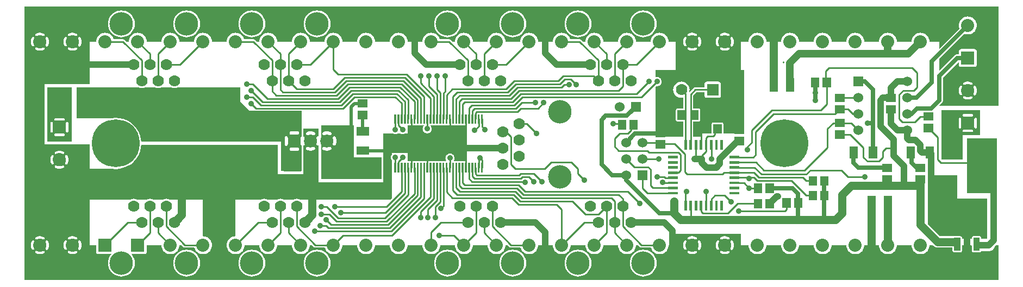
<source format=gbr>
G04 start of page 2 for group 0 idx 0 *
G04 Title: (unknown), component *
G04 Creator: pcb 20110918 *
G04 CreationDate: Mon 26 Aug 2013 12:29:17 AM GMT UTC *
G04 For: ndholmes *
G04 Format: Gerber/RS-274X *
G04 PCB-Dimensions: 600000 170000 *
G04 PCB-Coordinate-Origin: lower left *
%MOIN*%
%FSLAX25Y25*%
%LNTOP*%
%ADD41C,0.0350*%
%ADD40C,0.0280*%
%ADD39C,0.0380*%
%ADD38C,0.1285*%
%ADD37C,0.0300*%
%ADD36C,0.1280*%
%ADD35C,0.0480*%
%ADD34C,0.0360*%
%ADD33R,0.0157X0.0157*%
%ADD32R,0.0945X0.0945*%
%ADD31R,0.0630X0.0630*%
%ADD30R,0.0378X0.0378*%
%ADD29R,0.0360X0.0360*%
%ADD28R,0.0430X0.0430*%
%ADD27R,0.0512X0.0512*%
%ADD26R,0.0100X0.0100*%
%ADD25R,0.0116X0.0116*%
%ADD24R,0.0490X0.0490*%
%ADD23C,0.0600*%
%ADD22C,0.2937*%
%ADD21C,0.0787*%
%ADD20C,0.0700*%
%ADD19C,0.1440*%
%ADD18C,0.0800*%
%ADD17C,0.0250*%
%ADD16C,0.0200*%
%ADD15C,0.0450*%
%ADD14C,0.0400*%
%ADD13C,0.0500*%
%ADD12C,0.0100*%
%ADD11C,0.0001*%
G54D11*G36*
X183000Y63000D02*Y76500D01*
X220000D01*
Y63000D01*
X183000D01*
G37*
G36*
X236000Y74000D02*Y81500D01*
X272500D01*
Y74000D01*
X263970D01*
X263986Y74014D01*
X264272Y74349D01*
X264503Y74725D01*
X264671Y75132D01*
X264774Y75561D01*
X264800Y76000D01*
X264774Y76439D01*
X264671Y76868D01*
X264503Y77275D01*
X264272Y77651D01*
X263986Y77986D01*
X263651Y78272D01*
X263275Y78503D01*
X262868Y78671D01*
X262439Y78774D01*
X262000Y78809D01*
X261561Y78774D01*
X261132Y78671D01*
X260725Y78503D01*
X260349Y78272D01*
X260014Y77986D01*
X259728Y77651D01*
X259497Y77275D01*
X259329Y76868D01*
X259226Y76439D01*
X259191Y76000D01*
X259226Y75561D01*
X259329Y75132D01*
X259497Y74725D01*
X259728Y74349D01*
X260014Y74014D01*
X260030Y74000D01*
X236000D01*
G37*
G36*
X272500Y89500D02*X236000D01*
Y96000D01*
X246030D01*
X246014Y95986D01*
X245728Y95651D01*
X245497Y95275D01*
X245329Y94868D01*
X245226Y94439D01*
X245191Y94000D01*
X245226Y93561D01*
X245329Y93132D01*
X245497Y92725D01*
X245728Y92349D01*
X246014Y92014D01*
X246349Y91728D01*
X246725Y91497D01*
X247132Y91329D01*
X247561Y91226D01*
X248000Y91191D01*
X248439Y91226D01*
X248868Y91329D01*
X249275Y91497D01*
X249651Y91728D01*
X249986Y92014D01*
X250272Y92349D01*
X250503Y92725D01*
X250671Y93132D01*
X250774Y93561D01*
X250800Y94000D01*
X250774Y94439D01*
X250671Y94868D01*
X250503Y95275D01*
X250272Y95651D01*
X249986Y95986D01*
X249970Y96000D01*
X272500D01*
Y89500D01*
G37*
G36*
X221000Y91000D02*X227221D01*
X227225Y90997D01*
X227632Y90829D01*
X228061Y90726D01*
X228500Y90691D01*
X228939Y90726D01*
X229368Y90829D01*
X229775Y90997D01*
X229779Y91000D01*
X231721D01*
X231725Y90997D01*
X232132Y90829D01*
X232561Y90726D01*
X233000Y90691D01*
X233439Y90726D01*
X233868Y90829D01*
X234275Y90997D01*
X234279Y91000D01*
X272500D01*
Y79000D01*
X234279D01*
X234275Y79003D01*
X233868Y79171D01*
X233439Y79274D01*
X233000Y79309D01*
X232561Y79274D01*
X232132Y79171D01*
X231725Y79003D01*
X231721Y79000D01*
X229779D01*
X229775Y79003D01*
X229368Y79171D01*
X228939Y79274D01*
X228500Y79309D01*
X228061Y79274D01*
X227632Y79171D01*
X227225Y79003D01*
X227221Y79000D01*
X224617D01*
X224824Y79176D01*
X225028Y79416D01*
X225193Y79684D01*
X225313Y79975D01*
X225386Y80281D01*
X225411Y80595D01*
X225386Y80909D01*
X225313Y81215D01*
X225193Y81506D01*
X225028Y81774D01*
X224824Y82014D01*
X224584Y82218D01*
X224316Y82383D01*
X224025Y82503D01*
X223719Y82576D01*
X223405Y82595D01*
X221000D01*
Y91000D01*
G37*
G36*
X191261Y96000D02*X203000D01*
Y74500D01*
X191261D01*
Y83683D01*
X191331Y83695D01*
X191480Y83746D01*
X191619Y83819D01*
X191745Y83913D01*
X191855Y84025D01*
X191946Y84154D01*
X192013Y84296D01*
X192204Y84828D01*
X192337Y85377D01*
X192417Y85936D01*
X192444Y86500D01*
X192417Y87064D01*
X192337Y87623D01*
X192204Y88172D01*
X192019Y88706D01*
X191950Y88848D01*
X191858Y88977D01*
X191748Y89091D01*
X191621Y89185D01*
X191481Y89259D01*
X191332Y89309D01*
X191261Y89321D01*
Y96000D01*
G37*
G36*
X186502D02*X191261D01*
Y89321D01*
X191176Y89336D01*
X191018Y89338D01*
X190861Y89315D01*
X190710Y89268D01*
X190569Y89198D01*
X190439Y89107D01*
X190326Y88996D01*
X190232Y88870D01*
X190158Y88730D01*
X190108Y88580D01*
X190081Y88424D01*
X190079Y88266D01*
X190102Y88110D01*
X190152Y87960D01*
X190278Y87608D01*
X190366Y87244D01*
X190419Y86874D01*
X190437Y86500D01*
X190419Y86126D01*
X190366Y85756D01*
X190278Y85392D01*
X190156Y85039D01*
X190106Y84889D01*
X190083Y84734D01*
X190085Y84576D01*
X190112Y84421D01*
X190162Y84272D01*
X190236Y84133D01*
X190330Y84007D01*
X190442Y83897D01*
X190571Y83806D01*
X190712Y83736D01*
X190862Y83689D01*
X191018Y83667D01*
X191175Y83668D01*
X191261Y83683D01*
Y74500D01*
X186502D01*
Y80556D01*
X187064Y80583D01*
X187623Y80663D01*
X188172Y80796D01*
X188706Y80981D01*
X188848Y81050D01*
X188977Y81142D01*
X189091Y81252D01*
X189185Y81379D01*
X189259Y81519D01*
X189309Y81668D01*
X189336Y81824D01*
X189338Y81982D01*
X189315Y82139D01*
X189268Y82290D01*
X189198Y82431D01*
X189107Y82561D01*
X188996Y82674D01*
X188870Y82768D01*
X188730Y82842D01*
X188580Y82892D01*
X188424Y82919D01*
X188266Y82921D01*
X188110Y82898D01*
X187960Y82848D01*
X187608Y82722D01*
X187244Y82634D01*
X186874Y82581D01*
X186502Y82563D01*
Y90437D01*
X186874Y90419D01*
X187244Y90366D01*
X187608Y90278D01*
X187961Y90156D01*
X188111Y90106D01*
X188266Y90083D01*
X188424Y90085D01*
X188579Y90112D01*
X188728Y90162D01*
X188867Y90236D01*
X188993Y90330D01*
X189103Y90442D01*
X189194Y90571D01*
X189264Y90712D01*
X189311Y90862D01*
X189333Y91018D01*
X189332Y91175D01*
X189305Y91331D01*
X189254Y91480D01*
X189181Y91619D01*
X189087Y91745D01*
X188975Y91855D01*
X188846Y91946D01*
X188704Y92013D01*
X188172Y92204D01*
X187623Y92337D01*
X187064Y92417D01*
X186502Y92444D01*
Y96000D01*
G37*
G36*
X183000Y74500D02*Y96000D01*
X186502D01*
Y92444D01*
X186500Y92444D01*
X185936Y92417D01*
X185377Y92337D01*
X184828Y92204D01*
X184294Y92019D01*
X184152Y91950D01*
X184023Y91858D01*
X183909Y91748D01*
X183815Y91621D01*
X183741Y91481D01*
X183691Y91332D01*
X183664Y91176D01*
X183662Y91018D01*
X183685Y90861D01*
X183732Y90710D01*
X183802Y90569D01*
X183893Y90439D01*
X184004Y90326D01*
X184130Y90232D01*
X184270Y90158D01*
X184420Y90108D01*
X184576Y90081D01*
X184734Y90079D01*
X184890Y90102D01*
X185040Y90152D01*
X185392Y90278D01*
X185756Y90366D01*
X186126Y90419D01*
X186500Y90437D01*
X186502Y90437D01*
Y82563D01*
X186500Y82563D01*
X186126Y82581D01*
X185756Y82634D01*
X185392Y82722D01*
X185039Y82844D01*
X184889Y82894D01*
X184734Y82917D01*
X184576Y82915D01*
X184421Y82888D01*
X184272Y82838D01*
X184133Y82764D01*
X184007Y82670D01*
X183897Y82558D01*
X183806Y82429D01*
X183736Y82288D01*
X183689Y82138D01*
X183667Y81982D01*
X183668Y81825D01*
X183695Y81669D01*
X183746Y81520D01*
X183819Y81381D01*
X183913Y81255D01*
X184025Y81145D01*
X184154Y81054D01*
X184296Y80987D01*
X184828Y80796D01*
X185377Y80663D01*
X185936Y80583D01*
X186500Y80556D01*
X186502Y80556D01*
Y74500D01*
X183000D01*
G37*
G36*
X226500Y61000D02*Y51621D01*
X225379Y50500D01*
X170085D01*
X170049Y50522D01*
X169395Y50793D01*
X168706Y50958D01*
X168000Y51014D01*
X167294Y50958D01*
X166605Y50793D01*
X165951Y50522D01*
X165915Y50500D01*
X160085D01*
X160049Y50522D01*
X159395Y50793D01*
X158706Y50958D01*
X158000Y51014D01*
X157294Y50958D01*
X156605Y50793D01*
X155951Y50522D01*
X155915Y50500D01*
X150085D01*
X150049Y50522D01*
X149395Y50793D01*
X148706Y50958D01*
X148000Y51014D01*
X147294Y50958D01*
X146605Y50793D01*
X145951Y50522D01*
X145915Y50500D01*
X129000D01*
Y61000D01*
X159186D01*
X159195Y55879D01*
X159232Y55726D01*
X159292Y55581D01*
X159374Y55446D01*
X159477Y55327D01*
X159596Y55224D01*
X159731Y55142D01*
X159876Y55082D01*
X160029Y55045D01*
X160186Y55036D01*
X170971Y55045D01*
X171124Y55082D01*
X171269Y55142D01*
X171404Y55224D01*
X171523Y55327D01*
X171626Y55446D01*
X171708Y55581D01*
X171768Y55726D01*
X171805Y55879D01*
X171814Y56036D01*
X171805Y61000D01*
X182048D01*
X182057Y55741D01*
X182094Y55588D01*
X182154Y55443D01*
X182236Y55308D01*
X182339Y55189D01*
X182458Y55086D01*
X182593Y55004D01*
X182738Y54944D01*
X182891Y54907D01*
X183048Y54898D01*
X189109Y54907D01*
X189262Y54944D01*
X189407Y55004D01*
X189542Y55086D01*
X189661Y55189D01*
X189764Y55308D01*
X189846Y55443D01*
X189906Y55588D01*
X189943Y55741D01*
X189952Y55898D01*
X189943Y61000D01*
X194253D01*
X194250Y60950D01*
X194259Y55893D01*
X194296Y55740D01*
X194356Y55595D01*
X194438Y55460D01*
X194541Y55341D01*
X194660Y55238D01*
X194795Y55156D01*
X194940Y55096D01*
X195093Y55059D01*
X195250Y55050D01*
X203907Y55059D01*
X204060Y55096D01*
X204205Y55156D01*
X204340Y55238D01*
X204459Y55341D01*
X204562Y55460D01*
X204644Y55595D01*
X204704Y55740D01*
X204741Y55893D01*
X204750Y56050D01*
X204741Y61000D01*
X210253D01*
X210250Y60950D01*
X210259Y55893D01*
X210296Y55740D01*
X210356Y55595D01*
X210438Y55460D01*
X210541Y55341D01*
X210660Y55238D01*
X210795Y55156D01*
X210940Y55096D01*
X211093Y55059D01*
X211250Y55050D01*
X219907Y55059D01*
X220060Y55096D01*
X220205Y55156D01*
X220340Y55238D01*
X220459Y55341D01*
X220562Y55460D01*
X220644Y55595D01*
X220704Y55740D01*
X220741Y55893D01*
X220750Y56050D01*
X220741Y61000D01*
X226500D01*
G37*
G36*
X157500D02*X222000D01*
Y54000D01*
X157500D01*
Y61000D01*
G37*
G36*
X430502Y22500D02*X434500D01*
X434482Y22125D01*
X434430Y21753D01*
X434342Y21388D01*
X434221Y21032D01*
X434067Y20690D01*
X434020Y20582D01*
X433993Y20467D01*
X433983Y20349D01*
X433993Y20232D01*
X434021Y20117D01*
X434066Y20008D01*
X434128Y19907D01*
X434205Y19818D01*
X434295Y19741D01*
X434395Y19680D01*
X434504Y19635D01*
X434619Y19607D01*
X434737Y19598D01*
X434855Y19608D01*
X434969Y19635D01*
X435078Y19681D01*
X435179Y19743D01*
X435269Y19819D01*
X435345Y19909D01*
X435405Y20011D01*
X435622Y20480D01*
X435789Y20969D01*
X435909Y21472D01*
X435982Y21984D01*
X436006Y22500D01*
X440500D01*
Y1000D01*
X430502D01*
Y16994D01*
X431016Y17018D01*
X431528Y17091D01*
X432031Y17211D01*
X432520Y17378D01*
X432992Y17590D01*
X433093Y17651D01*
X433184Y17728D01*
X433261Y17818D01*
X433323Y17920D01*
X433369Y18029D01*
X433397Y18145D01*
X433406Y18263D01*
X433397Y18381D01*
X433370Y18497D01*
X433324Y18607D01*
X433262Y18708D01*
X433186Y18798D01*
X433095Y18876D01*
X432994Y18938D01*
X432885Y18984D01*
X432769Y19011D01*
X432651Y19021D01*
X432532Y19012D01*
X432417Y18984D01*
X432308Y18937D01*
X431968Y18779D01*
X431612Y18658D01*
X431247Y18570D01*
X430875Y18518D01*
X430502Y18500D01*
Y22500D01*
G37*
G36*
X410502D02*X414500D01*
X414482Y22125D01*
X414430Y21753D01*
X414342Y21388D01*
X414221Y21032D01*
X414067Y20690D01*
X414020Y20582D01*
X413993Y20467D01*
X413983Y20349D01*
X413993Y20232D01*
X414021Y20117D01*
X414066Y20008D01*
X414128Y19907D01*
X414205Y19818D01*
X414295Y19741D01*
X414395Y19680D01*
X414504Y19635D01*
X414619Y19607D01*
X414737Y19598D01*
X414855Y19608D01*
X414969Y19635D01*
X415078Y19681D01*
X415179Y19743D01*
X415269Y19819D01*
X415345Y19909D01*
X415405Y20011D01*
X415622Y20480D01*
X415789Y20969D01*
X415909Y21472D01*
X415982Y21984D01*
X416006Y22500D01*
X424994D01*
X425018Y21984D01*
X425091Y21472D01*
X425211Y20969D01*
X425378Y20480D01*
X425590Y20008D01*
X425651Y19907D01*
X425728Y19816D01*
X425818Y19739D01*
X425920Y19677D01*
X426029Y19631D01*
X426145Y19603D01*
X426263Y19594D01*
X426381Y19603D01*
X426497Y19630D01*
X426607Y19676D01*
X426708Y19738D01*
X426798Y19814D01*
X426876Y19905D01*
X426938Y20006D01*
X426984Y20115D01*
X427011Y20231D01*
X427021Y20349D01*
X427012Y20468D01*
X426984Y20583D01*
X426937Y20692D01*
X426779Y21032D01*
X426658Y21388D01*
X426570Y21753D01*
X426518Y22125D01*
X426500Y22500D01*
X430502D01*
Y18500D01*
X430500Y18500D01*
X430125Y18518D01*
X429753Y18570D01*
X429388Y18658D01*
X429032Y18779D01*
X428690Y18933D01*
X428582Y18980D01*
X428467Y19007D01*
X428349Y19017D01*
X428232Y19007D01*
X428117Y18979D01*
X428008Y18934D01*
X427907Y18872D01*
X427818Y18795D01*
X427741Y18705D01*
X427680Y18605D01*
X427635Y18496D01*
X427607Y18381D01*
X427598Y18263D01*
X427608Y18145D01*
X427635Y18031D01*
X427681Y17922D01*
X427743Y17821D01*
X427819Y17731D01*
X427909Y17655D01*
X428011Y17595D01*
X428480Y17378D01*
X428969Y17211D01*
X429472Y17091D01*
X429984Y17018D01*
X430500Y16994D01*
X430502Y16994D01*
Y1000D01*
X410502D01*
Y16994D01*
X411016Y17018D01*
X411528Y17091D01*
X412031Y17211D01*
X412520Y17378D01*
X412992Y17590D01*
X413093Y17651D01*
X413184Y17728D01*
X413261Y17818D01*
X413323Y17920D01*
X413369Y18029D01*
X413397Y18145D01*
X413406Y18263D01*
X413397Y18381D01*
X413370Y18497D01*
X413324Y18607D01*
X413262Y18708D01*
X413186Y18798D01*
X413095Y18876D01*
X412994Y18938D01*
X412885Y18984D01*
X412769Y19011D01*
X412651Y19021D01*
X412532Y19012D01*
X412417Y18984D01*
X412308Y18937D01*
X411968Y18779D01*
X411612Y18658D01*
X411247Y18570D01*
X410875Y18518D01*
X410502Y18500D01*
Y22500D01*
G37*
G36*
X380487Y21000D02*X385204D01*
X385253Y20795D01*
X385584Y19995D01*
X386037Y19257D01*
X386599Y18599D01*
X387257Y18037D01*
X387995Y17584D01*
X388795Y17253D01*
X389637Y17051D01*
X390500Y16983D01*
X391363Y17051D01*
X392205Y17253D01*
X393005Y17584D01*
X393743Y18037D01*
X394401Y18599D01*
X394963Y19257D01*
X395416Y19995D01*
X395747Y20795D01*
X395949Y21637D01*
X396000Y22500D01*
X404994D01*
X405018Y21984D01*
X405091Y21472D01*
X405211Y20969D01*
X405378Y20480D01*
X405590Y20008D01*
X405651Y19907D01*
X405728Y19816D01*
X405818Y19739D01*
X405920Y19677D01*
X406029Y19631D01*
X406145Y19603D01*
X406263Y19594D01*
X406381Y19603D01*
X406497Y19630D01*
X406607Y19676D01*
X406708Y19738D01*
X406798Y19814D01*
X406876Y19905D01*
X406938Y20006D01*
X406984Y20115D01*
X407011Y20231D01*
X407021Y20349D01*
X407012Y20468D01*
X406984Y20583D01*
X406937Y20692D01*
X406779Y21032D01*
X406658Y21388D01*
X406570Y21753D01*
X406518Y22125D01*
X406500Y22500D01*
X410502D01*
Y18500D01*
X410500Y18500D01*
X410125Y18518D01*
X409753Y18570D01*
X409388Y18658D01*
X409032Y18779D01*
X408690Y18933D01*
X408582Y18980D01*
X408467Y19007D01*
X408349Y19017D01*
X408232Y19007D01*
X408117Y18979D01*
X408008Y18934D01*
X407907Y18872D01*
X407818Y18795D01*
X407741Y18705D01*
X407680Y18605D01*
X407635Y18496D01*
X407607Y18381D01*
X407598Y18263D01*
X407608Y18145D01*
X407635Y18031D01*
X407681Y17922D01*
X407743Y17821D01*
X407819Y17731D01*
X407909Y17655D01*
X408011Y17595D01*
X408480Y17378D01*
X408969Y17211D01*
X409472Y17091D01*
X409984Y17018D01*
X410500Y16994D01*
X410502Y16994D01*
Y1000D01*
X380487D01*
Y3276D01*
X380500Y3275D01*
X381787Y3376D01*
X383042Y3677D01*
X384234Y4171D01*
X385335Y4846D01*
X386316Y5684D01*
X387154Y6665D01*
X387829Y7766D01*
X388323Y8958D01*
X388624Y10213D01*
X388700Y11500D01*
X388624Y12787D01*
X388323Y14042D01*
X387829Y15234D01*
X387154Y16335D01*
X386316Y17316D01*
X385335Y18154D01*
X384234Y18829D01*
X383042Y19323D01*
X381787Y19624D01*
X380500Y19725D01*
X380487Y19724D01*
Y21000D01*
G37*
G36*
X340487Y22500D02*X344983D01*
X345051Y21637D01*
X345253Y20795D01*
X345584Y19995D01*
X346037Y19257D01*
X346599Y18599D01*
X347257Y18037D01*
X347995Y17584D01*
X348795Y17253D01*
X349637Y17051D01*
X350500Y16983D01*
X351363Y17051D01*
X352205Y17253D01*
X353005Y17584D01*
X353743Y18037D01*
X354401Y18599D01*
X354963Y19257D01*
X355416Y19995D01*
X355747Y20795D01*
X355949Y21637D01*
X356000Y22500D01*
X364983D01*
X365051Y21637D01*
X365253Y20795D01*
X365584Y19995D01*
X366037Y19257D01*
X366599Y18599D01*
X367257Y18037D01*
X367995Y17584D01*
X368795Y17253D01*
X369637Y17051D01*
X370500Y16983D01*
X371363Y17051D01*
X372205Y17253D01*
X373005Y17584D01*
X373743Y18037D01*
X374401Y18599D01*
X374963Y19257D01*
X375416Y19995D01*
X375747Y20795D01*
X375949Y21637D01*
X376000Y22500D01*
X377379D01*
X378398Y21481D01*
X378436Y21436D01*
X378616Y21283D01*
X378817Y21159D01*
X379035Y21069D01*
X379265Y21014D01*
X379500Y20995D01*
X379559Y21000D01*
X380487D01*
Y19724D01*
X379213Y19624D01*
X377958Y19323D01*
X376766Y18829D01*
X375665Y18154D01*
X374684Y17316D01*
X373846Y16335D01*
X373171Y15234D01*
X372677Y14042D01*
X372376Y12787D01*
X372275Y11500D01*
X372376Y10213D01*
X372677Y8958D01*
X373171Y7766D01*
X373846Y6665D01*
X374684Y5684D01*
X375665Y4846D01*
X376766Y4171D01*
X377958Y3677D01*
X379213Y3376D01*
X380487Y3276D01*
Y1000D01*
X340487D01*
Y3276D01*
X340500Y3275D01*
X341787Y3376D01*
X343042Y3677D01*
X344234Y4171D01*
X345335Y4846D01*
X346316Y5684D01*
X347154Y6665D01*
X347829Y7766D01*
X348323Y8958D01*
X348624Y10213D01*
X348700Y11500D01*
X348624Y12787D01*
X348323Y14042D01*
X347829Y15234D01*
X347154Y16335D01*
X346316Y17316D01*
X345335Y18154D01*
X344234Y18829D01*
X343042Y19323D01*
X341787Y19624D01*
X340500Y19725D01*
X340487Y19724D01*
Y22500D01*
G37*
G36*
X300487Y21000D02*X305204D01*
X305253Y20795D01*
X305584Y19995D01*
X306037Y19257D01*
X306599Y18599D01*
X307257Y18037D01*
X307995Y17584D01*
X308795Y17253D01*
X309637Y17051D01*
X310500Y16983D01*
X311363Y17051D01*
X312205Y17253D01*
X313005Y17584D01*
X313743Y18037D01*
X314401Y18599D01*
X314963Y19257D01*
X315416Y19995D01*
X315747Y20795D01*
X315949Y21637D01*
X316000Y22500D01*
X324983D01*
X325051Y21637D01*
X325253Y20795D01*
X325584Y19995D01*
X326037Y19257D01*
X326599Y18599D01*
X327257Y18037D01*
X327995Y17584D01*
X328795Y17253D01*
X329637Y17051D01*
X330500Y16983D01*
X331363Y17051D01*
X332205Y17253D01*
X333005Y17584D01*
X333743Y18037D01*
X334401Y18599D01*
X334963Y19257D01*
X335416Y19995D01*
X335747Y20795D01*
X335949Y21637D01*
X336000Y22500D01*
X340487D01*
Y19724D01*
X339213Y19624D01*
X337958Y19323D01*
X336766Y18829D01*
X335665Y18154D01*
X334684Y17316D01*
X333846Y16335D01*
X333171Y15234D01*
X332677Y14042D01*
X332376Y12787D01*
X332275Y11500D01*
X332376Y10213D01*
X332677Y8958D01*
X333171Y7766D01*
X333846Y6665D01*
X334684Y5684D01*
X335665Y4846D01*
X336766Y4171D01*
X337958Y3677D01*
X339213Y3376D01*
X340487Y3276D01*
Y1000D01*
X300487D01*
Y3276D01*
X300500Y3275D01*
X301787Y3376D01*
X303042Y3677D01*
X304234Y4171D01*
X305335Y4846D01*
X306316Y5684D01*
X307154Y6665D01*
X307829Y7766D01*
X308323Y8958D01*
X308624Y10213D01*
X308700Y11500D01*
X308624Y12787D01*
X308323Y14042D01*
X307829Y15234D01*
X307154Y16335D01*
X306316Y17316D01*
X305335Y18154D01*
X304234Y18829D01*
X303042Y19323D01*
X301787Y19624D01*
X300500Y19725D01*
X300487Y19724D01*
Y21000D01*
G37*
G36*
X260487Y22500D02*X264983D01*
X265051Y21637D01*
X265253Y20795D01*
X265584Y19995D01*
X266037Y19257D01*
X266599Y18599D01*
X267257Y18037D01*
X267995Y17584D01*
X268795Y17253D01*
X269637Y17051D01*
X270500Y16983D01*
X271363Y17051D01*
X272205Y17253D01*
X273005Y17584D01*
X273743Y18037D01*
X274401Y18599D01*
X274963Y19257D01*
X275416Y19995D01*
X275747Y20795D01*
X275949Y21637D01*
X276000Y22500D01*
X284983D01*
X285051Y21637D01*
X285253Y20795D01*
X285584Y19995D01*
X286037Y19257D01*
X286599Y18599D01*
X287257Y18037D01*
X287995Y17584D01*
X288795Y17253D01*
X289637Y17051D01*
X290500Y16983D01*
X291363Y17051D01*
X292205Y17253D01*
X293005Y17584D01*
X293743Y18037D01*
X294401Y18599D01*
X294963Y19257D01*
X295416Y19995D01*
X295747Y20795D01*
X295949Y21637D01*
X296000Y22500D01*
X297379D01*
X298398Y21481D01*
X298436Y21436D01*
X298616Y21283D01*
X298817Y21159D01*
X299035Y21069D01*
X299265Y21014D01*
X299500Y20995D01*
X299559Y21000D01*
X300487D01*
Y19724D01*
X299213Y19624D01*
X297958Y19323D01*
X296766Y18829D01*
X295665Y18154D01*
X294684Y17316D01*
X293846Y16335D01*
X293171Y15234D01*
X292677Y14042D01*
X292376Y12787D01*
X292275Y11500D01*
X292376Y10213D01*
X292677Y8958D01*
X293171Y7766D01*
X293846Y6665D01*
X294684Y5684D01*
X295665Y4846D01*
X296766Y4171D01*
X297958Y3677D01*
X299213Y3376D01*
X300487Y3276D01*
Y1000D01*
X260487D01*
Y3276D01*
X260500Y3275D01*
X261787Y3376D01*
X263042Y3677D01*
X264234Y4171D01*
X265335Y4846D01*
X266316Y5684D01*
X267154Y6665D01*
X267829Y7766D01*
X268323Y8958D01*
X268624Y10213D01*
X268700Y11500D01*
X268624Y12787D01*
X268323Y14042D01*
X267829Y15234D01*
X267154Y16335D01*
X266316Y17316D01*
X265335Y18154D01*
X264234Y18829D01*
X263042Y19323D01*
X261787Y19624D01*
X260500Y19725D01*
X260487Y19724D01*
Y22500D01*
G37*
G36*
X180487Y21000D02*X185204D01*
X185253Y20795D01*
X185584Y19995D01*
X186037Y19257D01*
X186599Y18599D01*
X187257Y18037D01*
X187995Y17584D01*
X188795Y17253D01*
X189637Y17051D01*
X190500Y16983D01*
X191363Y17051D01*
X192205Y17253D01*
X193005Y17584D01*
X193743Y18037D01*
X194401Y18599D01*
X194963Y19257D01*
X195416Y19995D01*
X195747Y20795D01*
X195949Y21637D01*
X196000Y22500D01*
X204983D01*
X205051Y21637D01*
X205253Y20795D01*
X205584Y19995D01*
X206037Y19257D01*
X206599Y18599D01*
X207257Y18037D01*
X207995Y17584D01*
X208795Y17253D01*
X209637Y17051D01*
X210500Y16983D01*
X211363Y17051D01*
X212205Y17253D01*
X213005Y17584D01*
X213743Y18037D01*
X214401Y18599D01*
X214963Y19257D01*
X215416Y19995D01*
X215747Y20795D01*
X215949Y21637D01*
X216000Y22500D01*
X224983D01*
X225051Y21637D01*
X225253Y20795D01*
X225584Y19995D01*
X226037Y19257D01*
X226599Y18599D01*
X227257Y18037D01*
X227995Y17584D01*
X228795Y17253D01*
X229637Y17051D01*
X230500Y16983D01*
X231363Y17051D01*
X232205Y17253D01*
X233005Y17584D01*
X233743Y18037D01*
X234401Y18599D01*
X234963Y19257D01*
X235416Y19995D01*
X235747Y20795D01*
X235949Y21637D01*
X236000Y22500D01*
X244983D01*
X245051Y21637D01*
X245253Y20795D01*
X245584Y19995D01*
X246037Y19257D01*
X246599Y18599D01*
X247257Y18037D01*
X247995Y17584D01*
X248795Y17253D01*
X249637Y17051D01*
X250500Y16983D01*
X251363Y17051D01*
X252205Y17253D01*
X253005Y17584D01*
X253743Y18037D01*
X254401Y18599D01*
X254963Y19257D01*
X255416Y19995D01*
X255747Y20795D01*
X255949Y21637D01*
X256000Y22500D01*
X260487D01*
Y19724D01*
X259213Y19624D01*
X257958Y19323D01*
X256766Y18829D01*
X255665Y18154D01*
X254684Y17316D01*
X253846Y16335D01*
X253171Y15234D01*
X252677Y14042D01*
X252376Y12787D01*
X252275Y11500D01*
X252376Y10213D01*
X252677Y8958D01*
X253171Y7766D01*
X253846Y6665D01*
X254684Y5684D01*
X255665Y4846D01*
X256766Y4171D01*
X257958Y3677D01*
X259213Y3376D01*
X260487Y3276D01*
Y1000D01*
X180487D01*
Y3276D01*
X180500Y3275D01*
X181787Y3376D01*
X183042Y3677D01*
X184234Y4171D01*
X185335Y4846D01*
X186316Y5684D01*
X187154Y6665D01*
X187829Y7766D01*
X188323Y8958D01*
X188624Y10213D01*
X188700Y11500D01*
X188624Y12787D01*
X188323Y14042D01*
X187829Y15234D01*
X187154Y16335D01*
X186316Y17316D01*
X185335Y18154D01*
X184234Y18829D01*
X183042Y19323D01*
X181787Y19624D01*
X180500Y19725D01*
X180487Y19724D01*
Y21000D01*
G37*
G36*
X140487Y22500D02*X144983D01*
X145051Y21637D01*
X145253Y20795D01*
X145584Y19995D01*
X146037Y19257D01*
X146599Y18599D01*
X147257Y18037D01*
X147995Y17584D01*
X148795Y17253D01*
X149637Y17051D01*
X150500Y16983D01*
X151363Y17051D01*
X152205Y17253D01*
X153005Y17584D01*
X153743Y18037D01*
X154401Y18599D01*
X154963Y19257D01*
X155416Y19995D01*
X155747Y20795D01*
X155949Y21637D01*
X156000Y22500D01*
X164983D01*
X165051Y21637D01*
X165253Y20795D01*
X165584Y19995D01*
X166037Y19257D01*
X166599Y18599D01*
X167257Y18037D01*
X167995Y17584D01*
X168795Y17253D01*
X169637Y17051D01*
X170500Y16983D01*
X171363Y17051D01*
X172205Y17253D01*
X173005Y17584D01*
X173743Y18037D01*
X174401Y18599D01*
X174963Y19257D01*
X175416Y19995D01*
X175747Y20795D01*
X175949Y21637D01*
X176000Y22500D01*
X177379D01*
X178398Y21481D01*
X178436Y21436D01*
X178616Y21283D01*
X178817Y21159D01*
X179035Y21069D01*
X179265Y21014D01*
X179500Y20995D01*
X179559Y21000D01*
X180487D01*
Y19724D01*
X179213Y19624D01*
X177958Y19323D01*
X176766Y18829D01*
X175665Y18154D01*
X174684Y17316D01*
X173846Y16335D01*
X173171Y15234D01*
X172677Y14042D01*
X172376Y12787D01*
X172275Y11500D01*
X172376Y10213D01*
X172677Y8958D01*
X173171Y7766D01*
X173846Y6665D01*
X174684Y5684D01*
X175665Y4846D01*
X176766Y4171D01*
X177958Y3677D01*
X179213Y3376D01*
X180487Y3276D01*
Y1000D01*
X140487D01*
Y3276D01*
X140500Y3275D01*
X141787Y3376D01*
X143042Y3677D01*
X144234Y4171D01*
X145335Y4846D01*
X146316Y5684D01*
X147154Y6665D01*
X147829Y7766D01*
X148323Y8958D01*
X148624Y10213D01*
X148700Y11500D01*
X148624Y12787D01*
X148323Y14042D01*
X147829Y15234D01*
X147154Y16335D01*
X146316Y17316D01*
X145335Y18154D01*
X144234Y18829D01*
X143042Y19323D01*
X141787Y19624D01*
X140500Y19725D01*
X140487Y19724D01*
Y22500D01*
G37*
G36*
X110500Y1000D02*Y16983D01*
X111363Y17051D01*
X112205Y17253D01*
X113005Y17584D01*
X113743Y18037D01*
X114401Y18599D01*
X114963Y19257D01*
X115416Y19995D01*
X115747Y20795D01*
X115949Y21637D01*
X116000Y22500D01*
X124983D01*
X125051Y21637D01*
X125253Y20795D01*
X125584Y19995D01*
X126037Y19257D01*
X126599Y18599D01*
X127257Y18037D01*
X127995Y17584D01*
X128795Y17253D01*
X129637Y17051D01*
X130500Y16983D01*
X131363Y17051D01*
X132205Y17253D01*
X133005Y17584D01*
X133743Y18037D01*
X134401Y18599D01*
X134963Y19257D01*
X135416Y19995D01*
X135747Y20795D01*
X135949Y21637D01*
X136000Y22500D01*
X140487D01*
Y19724D01*
X139213Y19624D01*
X137958Y19323D01*
X136766Y18829D01*
X135665Y18154D01*
X134684Y17316D01*
X133846Y16335D01*
X133171Y15234D01*
X132677Y14042D01*
X132376Y12787D01*
X132275Y11500D01*
X132376Y10213D01*
X132677Y8958D01*
X133171Y7766D01*
X133846Y6665D01*
X134684Y5684D01*
X135665Y4846D01*
X136766Y4171D01*
X137958Y3677D01*
X139213Y3376D01*
X140487Y3276D01*
Y1000D01*
X110500D01*
G37*
G36*
Y16983D01*
X111363Y17051D01*
X112205Y17253D01*
X113005Y17584D01*
X113743Y18037D01*
X114401Y18599D01*
X114963Y19257D01*
X115416Y19995D01*
X115747Y20795D01*
X115949Y21637D01*
X116000Y22500D01*
X115949Y23363D01*
X115747Y24205D01*
X115416Y25005D01*
X114963Y25743D01*
X114401Y26401D01*
X113743Y26963D01*
X113005Y27416D01*
X112205Y27747D01*
X111363Y27949D01*
X110500Y28017D01*
Y54000D01*
X130500D01*
Y28017D01*
X129637Y27949D01*
X128795Y27747D01*
X127995Y27416D01*
X127257Y26963D01*
X126599Y26401D01*
X126037Y25743D01*
X125584Y25005D01*
X125253Y24205D01*
X125051Y23363D01*
X124983Y22500D01*
X125051Y21637D01*
X125253Y20795D01*
X125584Y19995D01*
X126037Y19257D01*
X126599Y18599D01*
X127257Y18037D01*
X127995Y17584D01*
X128795Y17253D01*
X129637Y17051D01*
X130500Y16983D01*
Y1000D01*
X110500D01*
G37*
G36*
X434993Y29500D02*X440500D01*
Y18000D01*
X434993D01*
Y19645D01*
X435078Y19681D01*
X435179Y19743D01*
X435269Y19819D01*
X435345Y19909D01*
X435405Y20011D01*
X435622Y20480D01*
X435789Y20969D01*
X435909Y21472D01*
X435982Y21984D01*
X436006Y22500D01*
X435982Y23016D01*
X435909Y23528D01*
X435789Y24031D01*
X435622Y24520D01*
X435410Y24992D01*
X435349Y25093D01*
X435272Y25184D01*
X435182Y25261D01*
X435080Y25323D01*
X434993Y25360D01*
Y29500D01*
G37*
G36*
X430498D02*X434993D01*
Y25360D01*
X434971Y25369D01*
X434855Y25397D01*
X434737Y25406D01*
X434619Y25397D01*
X434503Y25370D01*
X434393Y25324D01*
X434292Y25262D01*
X434202Y25186D01*
X434124Y25095D01*
X434062Y24994D01*
X434016Y24885D01*
X433989Y24769D01*
X433979Y24651D01*
X433988Y24532D01*
X434016Y24417D01*
X434063Y24308D01*
X434221Y23968D01*
X434342Y23612D01*
X434430Y23247D01*
X434482Y22875D01*
X434500Y22500D01*
X434482Y22125D01*
X434430Y21753D01*
X434342Y21388D01*
X434221Y21032D01*
X434067Y20690D01*
X434020Y20582D01*
X433993Y20467D01*
X433983Y20349D01*
X433993Y20232D01*
X434021Y20117D01*
X434066Y20008D01*
X434128Y19907D01*
X434205Y19818D01*
X434295Y19741D01*
X434395Y19680D01*
X434504Y19635D01*
X434619Y19607D01*
X434737Y19598D01*
X434855Y19608D01*
X434969Y19635D01*
X434993Y19645D01*
Y18000D01*
X433357D01*
X433369Y18029D01*
X433397Y18145D01*
X433406Y18263D01*
X433397Y18381D01*
X433370Y18497D01*
X433324Y18607D01*
X433262Y18708D01*
X433186Y18798D01*
X433095Y18876D01*
X432994Y18938D01*
X432885Y18984D01*
X432769Y19011D01*
X432651Y19021D01*
X432532Y19012D01*
X432417Y18984D01*
X432308Y18937D01*
X431968Y18779D01*
X431612Y18658D01*
X431247Y18570D01*
X430875Y18518D01*
X430500Y18500D01*
X430498Y18500D01*
Y26500D01*
X430500Y26500D01*
X430875Y26482D01*
X431247Y26430D01*
X431612Y26342D01*
X431968Y26221D01*
X432310Y26067D01*
X432418Y26020D01*
X432533Y25993D01*
X432651Y25983D01*
X432768Y25993D01*
X432883Y26021D01*
X432992Y26066D01*
X433093Y26128D01*
X433182Y26205D01*
X433259Y26295D01*
X433320Y26395D01*
X433365Y26504D01*
X433393Y26619D01*
X433402Y26737D01*
X433392Y26855D01*
X433365Y26969D01*
X433319Y27078D01*
X433257Y27179D01*
X433181Y27269D01*
X433091Y27345D01*
X432989Y27405D01*
X432520Y27622D01*
X432031Y27789D01*
X431528Y27909D01*
X431016Y27982D01*
X430500Y28006D01*
X430498Y28006D01*
Y29500D01*
G37*
G36*
X426007D02*X430498D01*
Y28006D01*
X429984Y27982D01*
X429472Y27909D01*
X428969Y27789D01*
X428480Y27622D01*
X428008Y27410D01*
X427907Y27349D01*
X427816Y27272D01*
X427739Y27182D01*
X427677Y27080D01*
X427631Y26971D01*
X427603Y26855D01*
X427594Y26737D01*
X427603Y26619D01*
X427630Y26503D01*
X427676Y26393D01*
X427738Y26292D01*
X427814Y26202D01*
X427905Y26124D01*
X428006Y26062D01*
X428115Y26016D01*
X428231Y25989D01*
X428349Y25979D01*
X428468Y25988D01*
X428583Y26016D01*
X428692Y26063D01*
X429032Y26221D01*
X429388Y26342D01*
X429753Y26430D01*
X430125Y26482D01*
X430498Y26500D01*
Y18500D01*
X430125Y18518D01*
X429753Y18570D01*
X429388Y18658D01*
X429032Y18779D01*
X428690Y18933D01*
X428582Y18980D01*
X428467Y19007D01*
X428349Y19017D01*
X428232Y19007D01*
X428117Y18979D01*
X428008Y18934D01*
X427907Y18872D01*
X427818Y18795D01*
X427741Y18705D01*
X427680Y18605D01*
X427635Y18496D01*
X427607Y18381D01*
X427598Y18263D01*
X427608Y18145D01*
X427635Y18031D01*
X427648Y18000D01*
X426007D01*
Y19640D01*
X426029Y19631D01*
X426145Y19603D01*
X426263Y19594D01*
X426381Y19603D01*
X426497Y19630D01*
X426607Y19676D01*
X426708Y19738D01*
X426798Y19814D01*
X426876Y19905D01*
X426938Y20006D01*
X426984Y20115D01*
X427011Y20231D01*
X427021Y20349D01*
X427012Y20468D01*
X426984Y20583D01*
X426937Y20692D01*
X426779Y21032D01*
X426658Y21388D01*
X426570Y21753D01*
X426518Y22125D01*
X426500Y22500D01*
X426518Y22875D01*
X426570Y23247D01*
X426658Y23612D01*
X426779Y23968D01*
X426933Y24310D01*
X426980Y24418D01*
X427007Y24533D01*
X427017Y24651D01*
X427007Y24768D01*
X426979Y24883D01*
X426934Y24992D01*
X426872Y25093D01*
X426795Y25182D01*
X426705Y25259D01*
X426605Y25320D01*
X426496Y25365D01*
X426381Y25393D01*
X426263Y25402D01*
X426145Y25392D01*
X426031Y25365D01*
X426007Y25355D01*
Y29500D01*
G37*
G36*
X414993D02*X426007D01*
Y25355D01*
X425922Y25319D01*
X425821Y25257D01*
X425731Y25181D01*
X425655Y25091D01*
X425595Y24989D01*
X425378Y24520D01*
X425211Y24031D01*
X425091Y23528D01*
X425018Y23016D01*
X424994Y22500D01*
X425018Y21984D01*
X425091Y21472D01*
X425211Y20969D01*
X425378Y20480D01*
X425590Y20008D01*
X425651Y19907D01*
X425728Y19816D01*
X425818Y19739D01*
X425920Y19677D01*
X426007Y19640D01*
Y18000D01*
X414993D01*
Y19645D01*
X415078Y19681D01*
X415179Y19743D01*
X415269Y19819D01*
X415345Y19909D01*
X415405Y20011D01*
X415622Y20480D01*
X415789Y20969D01*
X415909Y21472D01*
X415982Y21984D01*
X416006Y22500D01*
X415982Y23016D01*
X415909Y23528D01*
X415789Y24031D01*
X415622Y24520D01*
X415410Y24992D01*
X415349Y25093D01*
X415272Y25184D01*
X415182Y25261D01*
X415080Y25323D01*
X414993Y25360D01*
Y29500D01*
G37*
G36*
X410498D02*X414993D01*
Y25360D01*
X414971Y25369D01*
X414855Y25397D01*
X414737Y25406D01*
X414619Y25397D01*
X414503Y25370D01*
X414393Y25324D01*
X414292Y25262D01*
X414202Y25186D01*
X414124Y25095D01*
X414062Y24994D01*
X414016Y24885D01*
X413989Y24769D01*
X413979Y24651D01*
X413988Y24532D01*
X414016Y24417D01*
X414063Y24308D01*
X414221Y23968D01*
X414342Y23612D01*
X414430Y23247D01*
X414482Y22875D01*
X414500Y22500D01*
X414482Y22125D01*
X414430Y21753D01*
X414342Y21388D01*
X414221Y21032D01*
X414067Y20690D01*
X414020Y20582D01*
X413993Y20467D01*
X413983Y20349D01*
X413993Y20232D01*
X414021Y20117D01*
X414066Y20008D01*
X414128Y19907D01*
X414205Y19818D01*
X414295Y19741D01*
X414395Y19680D01*
X414504Y19635D01*
X414619Y19607D01*
X414737Y19598D01*
X414855Y19608D01*
X414969Y19635D01*
X414993Y19645D01*
Y18000D01*
X413357D01*
X413369Y18029D01*
X413397Y18145D01*
X413406Y18263D01*
X413397Y18381D01*
X413370Y18497D01*
X413324Y18607D01*
X413262Y18708D01*
X413186Y18798D01*
X413095Y18876D01*
X412994Y18938D01*
X412885Y18984D01*
X412769Y19011D01*
X412651Y19021D01*
X412532Y19012D01*
X412417Y18984D01*
X412308Y18937D01*
X411968Y18779D01*
X411612Y18658D01*
X411247Y18570D01*
X410875Y18518D01*
X410500Y18500D01*
X410498Y18500D01*
Y26500D01*
X410500Y26500D01*
X410875Y26482D01*
X411247Y26430D01*
X411612Y26342D01*
X411968Y26221D01*
X412310Y26067D01*
X412418Y26020D01*
X412533Y25993D01*
X412651Y25983D01*
X412768Y25993D01*
X412883Y26021D01*
X412992Y26066D01*
X413093Y26128D01*
X413182Y26205D01*
X413259Y26295D01*
X413320Y26395D01*
X413365Y26504D01*
X413393Y26619D01*
X413402Y26737D01*
X413392Y26855D01*
X413365Y26969D01*
X413319Y27078D01*
X413257Y27179D01*
X413181Y27269D01*
X413091Y27345D01*
X412989Y27405D01*
X412520Y27622D01*
X412031Y27789D01*
X411528Y27909D01*
X411016Y27982D01*
X410500Y28006D01*
X410498Y28006D01*
Y29500D01*
G37*
G36*
X406007D02*X410498D01*
Y28006D01*
X409984Y27982D01*
X409472Y27909D01*
X408969Y27789D01*
X408480Y27622D01*
X408008Y27410D01*
X407907Y27349D01*
X407816Y27272D01*
X407739Y27182D01*
X407677Y27080D01*
X407631Y26971D01*
X407603Y26855D01*
X407594Y26737D01*
X407603Y26619D01*
X407630Y26503D01*
X407676Y26393D01*
X407738Y26292D01*
X407814Y26202D01*
X407905Y26124D01*
X408006Y26062D01*
X408115Y26016D01*
X408231Y25989D01*
X408349Y25979D01*
X408468Y25988D01*
X408583Y26016D01*
X408692Y26063D01*
X409032Y26221D01*
X409388Y26342D01*
X409753Y26430D01*
X410125Y26482D01*
X410498Y26500D01*
Y18500D01*
X410125Y18518D01*
X409753Y18570D01*
X409388Y18658D01*
X409032Y18779D01*
X408690Y18933D01*
X408582Y18980D01*
X408467Y19007D01*
X408349Y19017D01*
X408232Y19007D01*
X408117Y18979D01*
X408008Y18934D01*
X407907Y18872D01*
X407818Y18795D01*
X407741Y18705D01*
X407680Y18605D01*
X407635Y18496D01*
X407607Y18381D01*
X407598Y18263D01*
X407608Y18145D01*
X407635Y18031D01*
X407648Y18000D01*
X406007D01*
Y19640D01*
X406029Y19631D01*
X406145Y19603D01*
X406263Y19594D01*
X406381Y19603D01*
X406497Y19630D01*
X406607Y19676D01*
X406708Y19738D01*
X406798Y19814D01*
X406876Y19905D01*
X406938Y20006D01*
X406984Y20115D01*
X407011Y20231D01*
X407021Y20349D01*
X407012Y20468D01*
X406984Y20583D01*
X406937Y20692D01*
X406779Y21032D01*
X406658Y21388D01*
X406570Y21753D01*
X406518Y22125D01*
X406500Y22500D01*
X406518Y22875D01*
X406570Y23247D01*
X406658Y23612D01*
X406779Y23968D01*
X406933Y24310D01*
X406980Y24418D01*
X407007Y24533D01*
X407017Y24651D01*
X407007Y24768D01*
X406979Y24883D01*
X406934Y24992D01*
X406872Y25093D01*
X406795Y25182D01*
X406705Y25259D01*
X406605Y25320D01*
X406496Y25365D01*
X406381Y25393D01*
X406263Y25402D01*
X406145Y25392D01*
X406031Y25365D01*
X406007Y25355D01*
Y29500D01*
G37*
G36*
X399500D02*X406007D01*
Y25355D01*
X405922Y25319D01*
X405821Y25257D01*
X405731Y25181D01*
X405655Y25091D01*
X405595Y24989D01*
X405378Y24520D01*
X405211Y24031D01*
X405091Y23528D01*
X405018Y23016D01*
X404994Y22500D01*
X405018Y21984D01*
X405091Y21472D01*
X405211Y20969D01*
X405378Y20480D01*
X405590Y20008D01*
X405651Y19907D01*
X405728Y19816D01*
X405818Y19739D01*
X405920Y19677D01*
X406007Y19640D01*
Y18000D01*
X399500D01*
Y29500D01*
G37*
G36*
X221000Y84500D02*X226500D01*
Y78470D01*
X226228Y78151D01*
X225997Y77775D01*
X225829Y77368D01*
X225726Y76939D01*
X225691Y76500D01*
X225726Y76061D01*
X225829Y75632D01*
X225997Y75225D01*
X226228Y74849D01*
X226500Y74530D01*
Y56000D01*
X221000D01*
Y78595D01*
X223405D01*
X223719Y78614D01*
X224025Y78687D01*
X224316Y78807D01*
X224584Y78972D01*
X224824Y79176D01*
X225028Y79416D01*
X225193Y79684D01*
X225313Y79975D01*
X225386Y80281D01*
X225411Y80595D01*
X225386Y80909D01*
X225313Y81215D01*
X225193Y81506D01*
X225028Y81774D01*
X224824Y82014D01*
X224584Y82218D01*
X224316Y82383D01*
X224025Y82503D01*
X223719Y82576D01*
X223405Y82595D01*
X221000D01*
Y84500D01*
G37*
G36*
Y83000D02*X226000D01*
Y78000D01*
X221000D01*
Y83000D01*
G37*
G36*
X430500Y22500D02*X434500D01*
X434482Y22125D01*
X434430Y21753D01*
X434342Y21388D01*
X434221Y21032D01*
X434067Y20690D01*
X434020Y20582D01*
X433993Y20467D01*
X433983Y20349D01*
X433993Y20232D01*
X434021Y20117D01*
X434066Y20008D01*
X434128Y19907D01*
X434205Y19818D01*
X434295Y19741D01*
X434395Y19680D01*
X434504Y19635D01*
X434619Y19607D01*
X434737Y19598D01*
X434855Y19608D01*
X434969Y19635D01*
X435078Y19681D01*
X435179Y19743D01*
X435269Y19819D01*
X435345Y19909D01*
X435405Y20011D01*
X435622Y20480D01*
X435789Y20969D01*
X435909Y21472D01*
X435982Y21984D01*
X436006Y22500D01*
X444983D01*
X445051Y21637D01*
X445253Y20795D01*
X445584Y19995D01*
X446037Y19257D01*
X446599Y18599D01*
X447257Y18037D01*
X447995Y17584D01*
X448795Y17253D01*
X449637Y17051D01*
X450500Y16983D01*
X451363Y17051D01*
X452205Y17253D01*
X453005Y17584D01*
X453743Y18037D01*
X454401Y18599D01*
X454963Y19257D01*
X455416Y19995D01*
X455747Y20795D01*
X455949Y21637D01*
X456000Y22500D01*
X464983D01*
X465051Y21637D01*
X465253Y20795D01*
X465584Y19995D01*
X466037Y19257D01*
X466599Y18599D01*
X467257Y18037D01*
X467995Y17584D01*
X468795Y17253D01*
X469637Y17051D01*
X470500Y16983D01*
X471363Y17051D01*
X472205Y17253D01*
X473005Y17584D01*
X473743Y18037D01*
X474401Y18599D01*
X474963Y19257D01*
X475416Y19995D01*
X475747Y20795D01*
X475949Y21637D01*
X476000Y22500D01*
X484983D01*
X485051Y21637D01*
X485253Y20795D01*
X485584Y19995D01*
X486037Y19257D01*
X486599Y18599D01*
X487257Y18037D01*
X487995Y17584D01*
X488795Y17253D01*
X489637Y17051D01*
X490500Y16983D01*
X491363Y17051D01*
X492205Y17253D01*
X493005Y17584D01*
X493743Y18037D01*
X494401Y18599D01*
X494963Y19257D01*
X495416Y19995D01*
X495747Y20795D01*
X495949Y21637D01*
X496000Y22500D01*
X504983D01*
X505051Y21637D01*
X505253Y20795D01*
X505584Y19995D01*
X506037Y19257D01*
X506599Y18599D01*
X507257Y18037D01*
X507995Y17584D01*
X508795Y17253D01*
X509637Y17051D01*
X510500Y16983D01*
X511363Y17051D01*
X512205Y17253D01*
X513005Y17584D01*
X513743Y18037D01*
X514401Y18599D01*
X514963Y19257D01*
X515416Y19995D01*
X515747Y20795D01*
X515949Y21637D01*
X516000Y22500D01*
X524983D01*
X525051Y21637D01*
X525253Y20795D01*
X525584Y19995D01*
X526037Y19257D01*
X526599Y18599D01*
X527257Y18037D01*
X527995Y17584D01*
X528795Y17253D01*
X529637Y17051D01*
X530500Y16983D01*
X531363Y17051D01*
X532205Y17253D01*
X533005Y17584D01*
X533743Y18037D01*
X534401Y18599D01*
X534963Y19257D01*
X535416Y19995D01*
X535747Y20795D01*
X535949Y21637D01*
X536000Y22500D01*
X544983D01*
X545051Y21637D01*
X545253Y20795D01*
X545584Y19995D01*
X546037Y19257D01*
X546599Y18599D01*
X547257Y18037D01*
X547995Y17584D01*
X548795Y17253D01*
X549637Y17051D01*
X550500Y16983D01*
X551363Y17051D01*
X552205Y17253D01*
X553005Y17584D01*
X553743Y18037D01*
X554401Y18599D01*
X554963Y19257D01*
X555416Y19995D01*
X555747Y20795D01*
X555949Y21637D01*
X556000Y22500D01*
X558050D01*
X558428Y22122D01*
X558517Y22017D01*
X558936Y21660D01*
X559406Y21372D01*
X559915Y21161D01*
X560451Y21032D01*
X560451D01*
X561000Y20989D01*
X561137Y21000D01*
X570211D01*
X570213Y18969D01*
X570250Y18816D01*
X570310Y18671D01*
X570392Y18536D01*
X570495Y18417D01*
X570614Y18314D01*
X570749Y18232D01*
X570894Y18172D01*
X571047Y18135D01*
X571204Y18126D01*
X575141Y18135D01*
X575294Y18172D01*
X575439Y18232D01*
X575574Y18314D01*
X575693Y18417D01*
X575796Y18536D01*
X575878Y18671D01*
X575938Y18816D01*
X575975Y18969D01*
X575984Y19126D01*
X575980Y22500D01*
X581858D01*
X581902Y21935D01*
X582022Y21435D01*
X582025Y18969D01*
X582062Y18816D01*
X582122Y18671D01*
X582204Y18536D01*
X582307Y18417D01*
X582426Y18314D01*
X582561Y18232D01*
X582706Y18172D01*
X582859Y18135D01*
X583016Y18126D01*
X586953Y18135D01*
X587106Y18172D01*
X587251Y18232D01*
X587386Y18314D01*
X587505Y18417D01*
X587608Y18536D01*
X587690Y18671D01*
X587750Y18816D01*
X587770Y18900D01*
X592500D01*
X593065Y18933D01*
X593616Y19066D01*
X594139Y19282D01*
X594623Y19579D01*
X595053Y19947D01*
X595421Y20377D01*
X595718Y20861D01*
X595934Y21384D01*
X596032Y21789D01*
X596743Y22500D01*
X598500D01*
Y1000D01*
X430500D01*
Y16994D01*
X431016Y17018D01*
X431528Y17091D01*
X432031Y17211D01*
X432520Y17378D01*
X432992Y17590D01*
X433093Y17651D01*
X433184Y17728D01*
X433261Y17818D01*
X433323Y17920D01*
X433369Y18029D01*
X433397Y18145D01*
X433406Y18263D01*
X433397Y18381D01*
X433370Y18497D01*
X433324Y18607D01*
X433262Y18708D01*
X433186Y18798D01*
X433095Y18876D01*
X432994Y18938D01*
X432885Y18984D01*
X432769Y19011D01*
X432651Y19021D01*
X432532Y19012D01*
X432417Y18984D01*
X432308Y18937D01*
X431968Y18779D01*
X431612Y18658D01*
X431247Y18570D01*
X430875Y18518D01*
X430500Y18500D01*
Y22500D01*
G37*
G36*
X591500Y26500D02*X587787D01*
X587787Y27157D01*
X587750Y27310D01*
X587690Y27455D01*
X587608Y27590D01*
X587505Y27709D01*
X587386Y27812D01*
X587251Y27894D01*
X587106Y27954D01*
X586953Y27991D01*
X586796Y28000D01*
X582859Y27991D01*
X582706Y27954D01*
X582561Y27894D01*
X582426Y27812D01*
X582307Y27709D01*
X582204Y27590D01*
X582122Y27455D01*
X582062Y27310D01*
X582025Y27157D01*
X582016Y27000D01*
X582017Y26500D01*
X575975D01*
X575975Y27157D01*
X575938Y27310D01*
X575878Y27455D01*
X575796Y27590D01*
X575693Y27709D01*
X575574Y27812D01*
X575439Y27894D01*
X575294Y27954D01*
X575141Y27991D01*
X574984Y28000D01*
X572114Y27993D01*
X572000Y28000D01*
X562450D01*
X562000Y28450D01*
Y51000D01*
X591500D01*
Y26500D01*
G37*
G36*
X555000Y65500D02*X573000D01*
Y43500D01*
X555000D01*
Y65500D01*
G37*
G36*
Y46500D02*X565000D01*
Y28000D01*
X562450D01*
X555000Y35450D01*
Y46500D01*
G37*
G36*
X579000Y88000D02*X597500D01*
Y54500D01*
X595618D01*
X595500Y54509D01*
X595382Y54500D01*
X579000D01*
Y88000D01*
G37*
G36*
X30000Y86000D02*X27250D01*
Y91748D01*
X27368Y91757D01*
X27482Y91785D01*
X27592Y91830D01*
X27692Y91891D01*
X27782Y91968D01*
X27859Y92058D01*
X27920Y92158D01*
X27965Y92268D01*
X27993Y92382D01*
X28000Y92500D01*
Y97500D01*
X27993Y97618D01*
X27965Y97732D01*
X27920Y97842D01*
X27859Y97942D01*
X27782Y98032D01*
X27692Y98109D01*
X27592Y98170D01*
X27482Y98215D01*
X27368Y98243D01*
X27250Y98252D01*
Y119500D01*
X30000D01*
Y86000D01*
G37*
G36*
X27250D02*X22500D01*
Y89500D01*
X25000D01*
X25118Y89507D01*
X25232Y89535D01*
X25342Y89580D01*
X25442Y89641D01*
X25532Y89718D01*
X25609Y89808D01*
X25670Y89908D01*
X25715Y90018D01*
X25743Y90132D01*
X25752Y90250D01*
X25743Y90368D01*
X25715Y90482D01*
X25670Y90592D01*
X25609Y90692D01*
X25532Y90782D01*
X25442Y90859D01*
X25342Y90920D01*
X25232Y90965D01*
X25118Y90993D01*
X25000Y91000D01*
X22500D01*
Y99000D01*
X25000D01*
X25118Y99007D01*
X25232Y99035D01*
X25342Y99080D01*
X25442Y99141D01*
X25532Y99218D01*
X25609Y99308D01*
X25670Y99408D01*
X25715Y99518D01*
X25743Y99632D01*
X25752Y99750D01*
X25743Y99868D01*
X25715Y99982D01*
X25670Y100092D01*
X25609Y100192D01*
X25532Y100282D01*
X25442Y100359D01*
X25342Y100420D01*
X25232Y100465D01*
X25118Y100493D01*
X25000Y100500D01*
X22500D01*
Y112102D01*
X25457Y112109D01*
X25610Y112146D01*
X25755Y112206D01*
X25890Y112288D01*
X26009Y112391D01*
X26112Y112510D01*
X26194Y112645D01*
X26254Y112790D01*
X26291Y112943D01*
X26300Y113100D01*
X26291Y118057D01*
X26254Y118210D01*
X26194Y118355D01*
X26112Y118490D01*
X26009Y118609D01*
X25890Y118712D01*
X25755Y118794D01*
X25610Y118854D01*
X25457Y118891D01*
X25300Y118900D01*
X22500Y118893D01*
Y119500D01*
X27250D01*
Y98252D01*
X27132Y98243D01*
X27018Y98215D01*
X26908Y98170D01*
X26808Y98109D01*
X26718Y98032D01*
X26641Y97942D01*
X26580Y97842D01*
X26535Y97732D01*
X26507Y97618D01*
X26500Y97500D01*
Y92500D01*
X26507Y92382D01*
X26535Y92268D01*
X26580Y92158D01*
X26641Y92058D01*
X26718Y91968D01*
X26808Y91891D01*
X26908Y91830D01*
X27018Y91785D01*
X27132Y91757D01*
X27250Y91748D01*
Y86000D01*
G37*
G36*
X22500D02*X17750D01*
Y91748D01*
X17868Y91757D01*
X17982Y91785D01*
X18092Y91830D01*
X18192Y91891D01*
X18282Y91968D01*
X18359Y92058D01*
X18420Y92158D01*
X18465Y92268D01*
X18493Y92382D01*
X18500Y92500D01*
Y97500D01*
X18493Y97618D01*
X18465Y97732D01*
X18420Y97842D01*
X18359Y97942D01*
X18282Y98032D01*
X18192Y98109D01*
X18092Y98170D01*
X17982Y98215D01*
X17868Y98243D01*
X17750Y98252D01*
Y119500D01*
X22500D01*
Y118893D01*
X21543Y118891D01*
X21390Y118854D01*
X21245Y118794D01*
X21110Y118712D01*
X20991Y118609D01*
X20888Y118490D01*
X20806Y118355D01*
X20746Y118210D01*
X20709Y118057D01*
X20700Y117900D01*
X20709Y112943D01*
X20746Y112790D01*
X20806Y112645D01*
X20888Y112510D01*
X20991Y112391D01*
X21110Y112288D01*
X21245Y112206D01*
X21390Y112146D01*
X21543Y112109D01*
X21700Y112100D01*
X22500Y112102D01*
Y100500D01*
X20000D01*
X19882Y100493D01*
X19768Y100465D01*
X19658Y100420D01*
X19558Y100359D01*
X19468Y100282D01*
X19391Y100192D01*
X19330Y100092D01*
X19285Y99982D01*
X19257Y99868D01*
X19248Y99750D01*
X19257Y99632D01*
X19285Y99518D01*
X19330Y99408D01*
X19391Y99308D01*
X19468Y99218D01*
X19558Y99141D01*
X19658Y99080D01*
X19768Y99035D01*
X19882Y99007D01*
X20000Y99000D01*
X22500D01*
Y91000D01*
X20000D01*
X19882Y90993D01*
X19768Y90965D01*
X19658Y90920D01*
X19558Y90859D01*
X19468Y90782D01*
X19391Y90692D01*
X19330Y90592D01*
X19285Y90482D01*
X19257Y90368D01*
X19248Y90250D01*
X19257Y90132D01*
X19285Y90018D01*
X19330Y89908D01*
X19391Y89808D01*
X19468Y89718D01*
X19558Y89641D01*
X19658Y89580D01*
X19768Y89535D01*
X19882Y89507D01*
X20000Y89500D01*
X22500D01*
Y86000D01*
G37*
G36*
X17750D02*X15000D01*
Y119500D01*
X17750D01*
Y98252D01*
X17632Y98243D01*
X17518Y98215D01*
X17408Y98170D01*
X17308Y98109D01*
X17218Y98032D01*
X17141Y97942D01*
X17080Y97842D01*
X17035Y97732D01*
X17007Y97618D01*
X17000Y97500D01*
Y92500D01*
X17007Y92382D01*
X17035Y92268D01*
X17080Y92158D01*
X17141Y92058D01*
X17218Y91968D01*
X17308Y91891D01*
X17408Y91830D01*
X17518Y91785D01*
X17632Y91757D01*
X17750Y91748D01*
Y86000D01*
G37*
G36*
X15000Y119500D02*X30000D01*
Y109000D01*
X15000D01*
Y119500D01*
G37*
G36*
X33000D02*X42500D01*
Y109500D01*
X33000D01*
Y119500D01*
G37*
G36*
X92500Y119025D02*X93000Y118986D01*
X93706Y119042D01*
X94395Y119207D01*
X95049Y119478D01*
X95085Y119500D01*
X133500D01*
Y105888D01*
X133333Y105991D01*
X133115Y106081D01*
X132885Y106136D01*
X132650Y106150D01*
X128115Y106136D01*
X127885Y106081D01*
X127667Y105991D01*
X127466Y105867D01*
X127286Y105714D01*
X127133Y105534D01*
X127009Y105333D01*
X126919Y105115D01*
X126864Y104885D01*
X126850Y104650D01*
X126864Y91115D01*
X126919Y90885D01*
X127009Y90667D01*
X127133Y90466D01*
X127286Y90286D01*
X127466Y90133D01*
X127667Y90009D01*
X127885Y89919D01*
X128115Y89864D01*
X128350Y89850D01*
X132885Y89864D01*
X133115Y89919D01*
X133333Y90009D01*
X133500Y90112D01*
Y86000D01*
X92500D01*
Y89857D01*
X94885Y89864D01*
X95115Y89919D01*
X95333Y90009D01*
X95534Y90133D01*
X95714Y90286D01*
X95867Y90466D01*
X95991Y90667D01*
X96081Y90885D01*
X96136Y91115D01*
X96150Y91350D01*
X96136Y104885D01*
X96081Y105115D01*
X95991Y105333D01*
X95867Y105534D01*
X95714Y105714D01*
X95534Y105867D01*
X95333Y105991D01*
X95115Y106081D01*
X94885Y106136D01*
X94650Y106150D01*
X92500Y106143D01*
Y119025D01*
G37*
G36*
X36400Y119500D02*X70915D01*
X70951Y119478D01*
X71605Y119207D01*
X72294Y119042D01*
X73000Y118986D01*
X73706Y119042D01*
X74395Y119207D01*
X75049Y119478D01*
X75085Y119500D01*
X80915D01*
X80951Y119478D01*
X81605Y119207D01*
X82294Y119042D01*
X83000Y118986D01*
X83706Y119042D01*
X84395Y119207D01*
X85049Y119478D01*
X85085Y119500D01*
X90915D01*
X90951Y119478D01*
X91605Y119207D01*
X92294Y119042D01*
X92500Y119025D01*
Y106143D01*
X90115Y106136D01*
X89885Y106081D01*
X89667Y105991D01*
X89466Y105867D01*
X89286Y105714D01*
X89133Y105534D01*
X89009Y105333D01*
X88919Y105115D01*
X88864Y104885D01*
X88850Y104650D01*
X88864Y91115D01*
X88919Y90885D01*
X89009Y90667D01*
X89133Y90466D01*
X89286Y90286D01*
X89466Y90133D01*
X89667Y90009D01*
X89885Y89919D01*
X90115Y89864D01*
X90350Y89850D01*
X92500Y89857D01*
Y86000D01*
X72625D01*
X72539Y87461D01*
X71962Y89862D01*
X71018Y92142D01*
X69728Y94247D01*
X68124Y96124D01*
X66247Y97728D01*
X64142Y99018D01*
X61862Y99962D01*
X59461Y100539D01*
X57000Y100732D01*
X54539Y100539D01*
X54378Y100500D01*
X36400D01*
Y112104D01*
X38357Y112109D01*
X38510Y112146D01*
X38655Y112206D01*
X38790Y112288D01*
X38909Y112391D01*
X39012Y112510D01*
X39094Y112645D01*
X39154Y112790D01*
X39191Y112943D01*
X39200Y113100D01*
X39191Y118057D01*
X39154Y118210D01*
X39094Y118355D01*
X39012Y118490D01*
X38909Y118609D01*
X38790Y118712D01*
X38655Y118794D01*
X38510Y118854D01*
X38357Y118891D01*
X38200Y118900D01*
X36400Y118896D01*
Y119500D01*
G37*
G36*
X33000D02*X36400D01*
Y118896D01*
X34443Y118891D01*
X34290Y118854D01*
X34145Y118794D01*
X34010Y118712D01*
X33891Y118609D01*
X33788Y118490D01*
X33706Y118355D01*
X33646Y118210D01*
X33609Y118057D01*
X33600Y117900D01*
X33609Y112943D01*
X33646Y112790D01*
X33706Y112645D01*
X33788Y112510D01*
X33891Y112391D01*
X34010Y112288D01*
X34145Y112206D01*
X34290Y112146D01*
X34443Y112109D01*
X34600Y112100D01*
X36400Y112104D01*
Y100500D01*
X33000D01*
Y119500D01*
G37*
G36*
X82500Y86000D02*Y106500D01*
X135000D01*
Y86000D01*
X82500D01*
G37*
G36*
X92500Y84000D02*X133500D01*
Y80388D01*
X133333Y80491D01*
X133115Y80581D01*
X132885Y80636D01*
X132650Y80650D01*
X128115Y80636D01*
X127885Y80581D01*
X127667Y80491D01*
X127466Y80367D01*
X127286Y80214D01*
X127133Y80034D01*
X127009Y79833D01*
X126919Y79615D01*
X126864Y79385D01*
X126850Y79150D01*
X126864Y65515D01*
X126919Y65285D01*
X127009Y65067D01*
X127133Y64866D01*
X127286Y64686D01*
X127466Y64533D01*
X127667Y64409D01*
X127885Y64319D01*
X128115Y64264D01*
X128350Y64250D01*
X132885Y64264D01*
X133115Y64319D01*
X133333Y64409D01*
X133500Y64512D01*
Y50500D01*
X92500D01*
Y64257D01*
X94885Y64264D01*
X95115Y64319D01*
X95333Y64409D01*
X95534Y64533D01*
X95714Y64686D01*
X95867Y64866D01*
X95991Y65067D01*
X96081Y65285D01*
X96136Y65515D01*
X96150Y65750D01*
X96136Y79385D01*
X96081Y79615D01*
X95991Y79833D01*
X95867Y80034D01*
X95714Y80214D01*
X95534Y80367D01*
X95333Y80491D01*
X95115Y80581D01*
X94885Y80636D01*
X94650Y80650D01*
X92500Y80643D01*
Y84000D01*
G37*
G36*
X33000Y50500D02*Y69500D01*
X54378D01*
X54539Y69461D01*
X57000Y69268D01*
X59461Y69461D01*
X61862Y70038D01*
X64142Y70982D01*
X66247Y72272D01*
X68124Y73876D01*
X69728Y75753D01*
X71018Y77858D01*
X71962Y80138D01*
X72539Y82539D01*
X72625Y84000D01*
X92500D01*
Y80643D01*
X90115Y80636D01*
X89885Y80581D01*
X89667Y80491D01*
X89466Y80367D01*
X89286Y80214D01*
X89133Y80034D01*
X89009Y79833D01*
X88919Y79615D01*
X88864Y79385D01*
X88850Y79150D01*
X88864Y65515D01*
X88919Y65285D01*
X89009Y65067D01*
X89133Y64866D01*
X89286Y64686D01*
X89466Y64533D01*
X89667Y64409D01*
X89885Y64319D01*
X90115Y64264D01*
X90350Y64250D01*
X92500Y64257D01*
Y50500D01*
X90085D01*
X90049Y50522D01*
X89395Y50793D01*
X88706Y50958D01*
X88000Y51014D01*
X87294Y50958D01*
X86605Y50793D01*
X85951Y50522D01*
X85915Y50500D01*
X80085D01*
X80049Y50522D01*
X79395Y50793D01*
X78706Y50958D01*
X78000Y51014D01*
X77294Y50958D01*
X76605Y50793D01*
X75951Y50522D01*
X75915Y50500D01*
X70085D01*
X70049Y50522D01*
X69395Y50793D01*
X68706Y50958D01*
X68000Y51014D01*
X67294Y50958D01*
X66605Y50793D01*
X65951Y50522D01*
X65915Y50500D01*
X33000D01*
G37*
G36*
X82500Y63000D02*Y84000D01*
X133500D01*
Y63000D01*
X82500D01*
G37*
G36*
X131500Y112500D02*X141000Y103000D01*
X134138D01*
X134136Y104885D01*
X134081Y105115D01*
X133991Y105333D01*
X133867Y105534D01*
X133714Y105714D01*
X133534Y105867D01*
X133333Y105991D01*
X133115Y106081D01*
X132885Y106136D01*
X132650Y106150D01*
X131500Y106146D01*
Y112500D01*
G37*
G36*
X34993Y84500D02*X41000D01*
Y10500D01*
X34993D01*
Y19645D01*
X35078Y19681D01*
X35179Y19743D01*
X35269Y19819D01*
X35345Y19909D01*
X35405Y20011D01*
X35622Y20480D01*
X35789Y20969D01*
X35909Y21472D01*
X35982Y21984D01*
X36006Y22500D01*
X35982Y23016D01*
X35909Y23528D01*
X35789Y24031D01*
X35622Y24520D01*
X35410Y24992D01*
X35349Y25093D01*
X35272Y25184D01*
X35182Y25261D01*
X35080Y25323D01*
X34993Y25360D01*
Y84500D01*
G37*
G36*
X30502D02*X34993D01*
Y25360D01*
X34971Y25369D01*
X34855Y25397D01*
X34737Y25406D01*
X34619Y25397D01*
X34503Y25370D01*
X34393Y25324D01*
X34292Y25262D01*
X34202Y25186D01*
X34124Y25095D01*
X34062Y24994D01*
X34016Y24885D01*
X33989Y24769D01*
X33979Y24651D01*
X33988Y24532D01*
X34016Y24417D01*
X34063Y24308D01*
X34221Y23968D01*
X34342Y23612D01*
X34430Y23247D01*
X34482Y22875D01*
X34500Y22500D01*
X34482Y22125D01*
X34430Y21753D01*
X34342Y21388D01*
X34221Y21032D01*
X34067Y20690D01*
X34020Y20582D01*
X33993Y20467D01*
X33983Y20349D01*
X33993Y20232D01*
X34021Y20117D01*
X34066Y20008D01*
X34128Y19907D01*
X34205Y19818D01*
X34295Y19741D01*
X34395Y19680D01*
X34504Y19635D01*
X34619Y19607D01*
X34737Y19598D01*
X34855Y19608D01*
X34969Y19635D01*
X34993Y19645D01*
Y10500D01*
X30502D01*
Y16994D01*
X31016Y17018D01*
X31528Y17091D01*
X32031Y17211D01*
X32520Y17378D01*
X32992Y17590D01*
X33093Y17651D01*
X33184Y17728D01*
X33261Y17818D01*
X33323Y17920D01*
X33369Y18029D01*
X33397Y18145D01*
X33406Y18263D01*
X33397Y18381D01*
X33370Y18497D01*
X33324Y18607D01*
X33262Y18708D01*
X33186Y18798D01*
X33095Y18876D01*
X32994Y18938D01*
X32885Y18984D01*
X32769Y19011D01*
X32651Y19021D01*
X32532Y19012D01*
X32417Y18984D01*
X32308Y18937D01*
X31968Y18779D01*
X31612Y18658D01*
X31247Y18570D01*
X30875Y18518D01*
X30502Y18500D01*
Y26500D01*
X30875Y26482D01*
X31247Y26430D01*
X31612Y26342D01*
X31968Y26221D01*
X32310Y26067D01*
X32418Y26020D01*
X32533Y25993D01*
X32651Y25983D01*
X32768Y25993D01*
X32883Y26021D01*
X32992Y26066D01*
X33093Y26128D01*
X33182Y26205D01*
X33259Y26295D01*
X33320Y26395D01*
X33365Y26504D01*
X33393Y26619D01*
X33402Y26737D01*
X33392Y26855D01*
X33365Y26969D01*
X33319Y27078D01*
X33257Y27179D01*
X33181Y27269D01*
X33091Y27345D01*
X32989Y27405D01*
X32520Y27622D01*
X32031Y27789D01*
X31528Y27909D01*
X31016Y27982D01*
X30502Y28006D01*
Y84500D01*
G37*
G36*
X26067Y73190D02*X26020Y73082D01*
X26007Y73029D01*
Y76952D01*
X26016Y76917D01*
X26063Y76808D01*
X26221Y76468D01*
X26342Y76112D01*
X26430Y75747D01*
X26482Y75375D01*
X26500Y75000D01*
X26482Y74625D01*
X26430Y74253D01*
X26342Y73888D01*
X26221Y73532D01*
X26067Y73190D01*
G37*
G36*
X26007Y84500D02*X30502D01*
Y28006D01*
X30500Y28006D01*
X29984Y27982D01*
X29472Y27909D01*
X28969Y27789D01*
X28480Y27622D01*
X28008Y27410D01*
X27907Y27349D01*
X27816Y27272D01*
X27739Y27182D01*
X27677Y27080D01*
X27631Y26971D01*
X27603Y26855D01*
X27594Y26737D01*
X27603Y26619D01*
X27630Y26503D01*
X27676Y26393D01*
X27738Y26292D01*
X27814Y26202D01*
X27905Y26124D01*
X28006Y26062D01*
X28115Y26016D01*
X28231Y25989D01*
X28349Y25979D01*
X28468Y25988D01*
X28583Y26016D01*
X28692Y26063D01*
X29032Y26221D01*
X29388Y26342D01*
X29753Y26430D01*
X30125Y26482D01*
X30500Y26500D01*
X30502Y26500D01*
Y18500D01*
X30500Y18500D01*
X30125Y18518D01*
X29753Y18570D01*
X29388Y18658D01*
X29032Y18779D01*
X28690Y18933D01*
X28582Y18980D01*
X28467Y19007D01*
X28349Y19017D01*
X28232Y19007D01*
X28117Y18979D01*
X28008Y18934D01*
X27907Y18872D01*
X27818Y18795D01*
X27741Y18705D01*
X27680Y18605D01*
X27635Y18496D01*
X27607Y18381D01*
X27598Y18263D01*
X27608Y18145D01*
X27635Y18031D01*
X27681Y17922D01*
X27743Y17821D01*
X27819Y17731D01*
X27909Y17655D01*
X28011Y17595D01*
X28480Y17378D01*
X28969Y17211D01*
X29472Y17091D01*
X29984Y17018D01*
X30500Y16994D01*
X30502Y16994D01*
Y10500D01*
X26007D01*
Y19640D01*
X26029Y19631D01*
X26145Y19603D01*
X26263Y19594D01*
X26381Y19603D01*
X26497Y19630D01*
X26607Y19676D01*
X26708Y19738D01*
X26798Y19814D01*
X26876Y19905D01*
X26938Y20006D01*
X26984Y20115D01*
X27011Y20231D01*
X27021Y20349D01*
X27012Y20468D01*
X26984Y20583D01*
X26937Y20692D01*
X26779Y21032D01*
X26658Y21388D01*
X26570Y21753D01*
X26518Y22125D01*
X26500Y22500D01*
X26518Y22875D01*
X26570Y23247D01*
X26658Y23612D01*
X26779Y23968D01*
X26933Y24310D01*
X26980Y24418D01*
X27007Y24533D01*
X27017Y24651D01*
X27007Y24768D01*
X26979Y24883D01*
X26934Y24992D01*
X26872Y25093D01*
X26795Y25182D01*
X26705Y25259D01*
X26605Y25320D01*
X26496Y25365D01*
X26381Y25393D01*
X26263Y25402D01*
X26145Y25392D01*
X26031Y25365D01*
X26007Y25355D01*
Y72672D01*
X26021Y72617D01*
X26066Y72508D01*
X26128Y72407D01*
X26205Y72318D01*
X26295Y72241D01*
X26395Y72180D01*
X26504Y72135D01*
X26619Y72107D01*
X26737Y72098D01*
X26855Y72108D01*
X26969Y72135D01*
X27078Y72181D01*
X27179Y72243D01*
X27269Y72319D01*
X27345Y72409D01*
X27405Y72511D01*
X27622Y72980D01*
X27789Y73469D01*
X27909Y73972D01*
X27982Y74484D01*
X28006Y75000D01*
X27982Y75516D01*
X27909Y76028D01*
X27789Y76531D01*
X27622Y77020D01*
X27410Y77492D01*
X27349Y77593D01*
X27272Y77684D01*
X27182Y77761D01*
X27080Y77823D01*
X26971Y77869D01*
X26855Y77897D01*
X26737Y77906D01*
X26619Y77897D01*
X26503Y77870D01*
X26393Y77824D01*
X26292Y77762D01*
X26202Y77686D01*
X26124Y77595D01*
X26062Y77494D01*
X26016Y77385D01*
X26007Y77347D01*
Y84500D01*
G37*
G36*
X22502D02*X26007D01*
Y77347D01*
X25989Y77269D01*
X25979Y77151D01*
X25988Y77032D01*
X26007Y76952D01*
Y73029D01*
X25993Y72967D01*
X25983Y72849D01*
X25993Y72732D01*
X26007Y72672D01*
Y25355D01*
X25922Y25319D01*
X25821Y25257D01*
X25731Y25181D01*
X25655Y25091D01*
X25595Y24989D01*
X25378Y24520D01*
X25211Y24031D01*
X25091Y23528D01*
X25018Y23016D01*
X24994Y22500D01*
X25018Y21984D01*
X25091Y21472D01*
X25211Y20969D01*
X25378Y20480D01*
X25590Y20008D01*
X25651Y19907D01*
X25728Y19816D01*
X25818Y19739D01*
X25920Y19677D01*
X26007Y19640D01*
Y10500D01*
X22502D01*
Y69494D01*
X23016Y69518D01*
X23528Y69591D01*
X24031Y69711D01*
X24520Y69878D01*
X24992Y70090D01*
X25093Y70151D01*
X25184Y70228D01*
X25261Y70318D01*
X25323Y70420D01*
X25369Y70529D01*
X25397Y70645D01*
X25406Y70763D01*
X25397Y70881D01*
X25370Y70997D01*
X25324Y71107D01*
X25262Y71208D01*
X25186Y71298D01*
X25095Y71376D01*
X24994Y71438D01*
X24885Y71484D01*
X24769Y71511D01*
X24651Y71521D01*
X24532Y71512D01*
X24417Y71484D01*
X24308Y71437D01*
X23968Y71279D01*
X23612Y71158D01*
X23247Y71070D01*
X22875Y71018D01*
X22502Y71000D01*
Y79000D01*
X22875Y78982D01*
X23247Y78930D01*
X23612Y78842D01*
X23968Y78721D01*
X24310Y78567D01*
X24418Y78520D01*
X24533Y78493D01*
X24651Y78483D01*
X24768Y78493D01*
X24883Y78521D01*
X24992Y78566D01*
X25093Y78628D01*
X25182Y78705D01*
X25259Y78795D01*
X25320Y78895D01*
X25365Y79004D01*
X25393Y79119D01*
X25402Y79237D01*
X25392Y79355D01*
X25365Y79469D01*
X25319Y79578D01*
X25257Y79679D01*
X25181Y79769D01*
X25091Y79845D01*
X24989Y79905D01*
X24520Y80122D01*
X24031Y80289D01*
X23528Y80409D01*
X23016Y80482D01*
X22502Y80506D01*
Y84500D01*
G37*
G36*
X18007D02*X22502D01*
Y80506D01*
X22500Y80506D01*
X21984Y80482D01*
X21472Y80409D01*
X20969Y80289D01*
X20480Y80122D01*
X20008Y79910D01*
X19907Y79849D01*
X19816Y79772D01*
X19739Y79682D01*
X19677Y79580D01*
X19631Y79471D01*
X19603Y79355D01*
X19594Y79237D01*
X19603Y79119D01*
X19630Y79003D01*
X19676Y78893D01*
X19738Y78792D01*
X19814Y78702D01*
X19905Y78624D01*
X20006Y78562D01*
X20115Y78516D01*
X20231Y78489D01*
X20349Y78479D01*
X20468Y78488D01*
X20583Y78516D01*
X20692Y78563D01*
X21032Y78721D01*
X21388Y78842D01*
X21753Y78930D01*
X22125Y78982D01*
X22500Y79000D01*
X22502Y79000D01*
Y71000D01*
X22500Y71000D01*
X22125Y71018D01*
X21753Y71070D01*
X21388Y71158D01*
X21032Y71279D01*
X20690Y71433D01*
X20582Y71480D01*
X20467Y71507D01*
X20349Y71517D01*
X20232Y71507D01*
X20117Y71479D01*
X20008Y71434D01*
X19907Y71372D01*
X19818Y71295D01*
X19741Y71205D01*
X19680Y71105D01*
X19635Y70996D01*
X19607Y70881D01*
X19598Y70763D01*
X19608Y70645D01*
X19635Y70531D01*
X19681Y70422D01*
X19743Y70321D01*
X19819Y70231D01*
X19909Y70155D01*
X20011Y70095D01*
X20480Y69878D01*
X20969Y69711D01*
X21472Y69591D01*
X21984Y69518D01*
X22500Y69494D01*
X22502Y69494D01*
Y10500D01*
X18007D01*
Y72140D01*
X18029Y72131D01*
X18145Y72103D01*
X18263Y72094D01*
X18381Y72103D01*
X18497Y72130D01*
X18607Y72176D01*
X18708Y72238D01*
X18798Y72314D01*
X18876Y72405D01*
X18938Y72506D01*
X18984Y72615D01*
X19011Y72731D01*
X19021Y72849D01*
X19012Y72968D01*
X18984Y73083D01*
X18937Y73192D01*
X18779Y73532D01*
X18658Y73888D01*
X18570Y74253D01*
X18518Y74625D01*
X18500Y75000D01*
X18518Y75375D01*
X18570Y75747D01*
X18658Y76112D01*
X18779Y76468D01*
X18933Y76810D01*
X18980Y76918D01*
X19007Y77033D01*
X19017Y77151D01*
X19007Y77268D01*
X18979Y77383D01*
X18934Y77492D01*
X18872Y77593D01*
X18795Y77682D01*
X18705Y77759D01*
X18605Y77820D01*
X18496Y77865D01*
X18381Y77893D01*
X18263Y77902D01*
X18145Y77892D01*
X18031Y77865D01*
X18007Y77855D01*
Y84500D01*
G37*
G36*
X14993D02*X18007D01*
Y77855D01*
X17922Y77819D01*
X17821Y77757D01*
X17731Y77681D01*
X17655Y77591D01*
X17595Y77489D01*
X17378Y77020D01*
X17211Y76531D01*
X17091Y76028D01*
X17018Y75516D01*
X16994Y75000D01*
X17018Y74484D01*
X17091Y73972D01*
X17211Y73469D01*
X17378Y72980D01*
X17590Y72508D01*
X17651Y72407D01*
X17728Y72316D01*
X17818Y72239D01*
X17920Y72177D01*
X18007Y72140D01*
Y10500D01*
X14993D01*
Y19645D01*
X15078Y19681D01*
X15179Y19743D01*
X15269Y19819D01*
X15345Y19909D01*
X15405Y20011D01*
X15622Y20480D01*
X15789Y20969D01*
X15909Y21472D01*
X15982Y21984D01*
X16006Y22500D01*
X15982Y23016D01*
X15909Y23528D01*
X15789Y24031D01*
X15622Y24520D01*
X15410Y24992D01*
X15349Y25093D01*
X15272Y25184D01*
X15182Y25261D01*
X15080Y25323D01*
X14993Y25360D01*
Y84500D01*
G37*
G36*
X10502D02*X14993D01*
Y25360D01*
X14971Y25369D01*
X14855Y25397D01*
X14737Y25406D01*
X14619Y25397D01*
X14503Y25370D01*
X14393Y25324D01*
X14292Y25262D01*
X14202Y25186D01*
X14124Y25095D01*
X14062Y24994D01*
X14016Y24885D01*
X13989Y24769D01*
X13979Y24651D01*
X13988Y24532D01*
X14016Y24417D01*
X14063Y24308D01*
X14221Y23968D01*
X14342Y23612D01*
X14430Y23247D01*
X14482Y22875D01*
X14500Y22500D01*
X14482Y22125D01*
X14430Y21753D01*
X14342Y21388D01*
X14221Y21032D01*
X14067Y20690D01*
X14020Y20582D01*
X13993Y20467D01*
X13983Y20349D01*
X13993Y20232D01*
X14021Y20117D01*
X14066Y20008D01*
X14128Y19907D01*
X14205Y19818D01*
X14295Y19741D01*
X14395Y19680D01*
X14504Y19635D01*
X14619Y19607D01*
X14737Y19598D01*
X14855Y19608D01*
X14969Y19635D01*
X14993Y19645D01*
Y10500D01*
X10502D01*
Y16994D01*
X11016Y17018D01*
X11528Y17091D01*
X12031Y17211D01*
X12520Y17378D01*
X12992Y17590D01*
X13093Y17651D01*
X13184Y17728D01*
X13261Y17818D01*
X13323Y17920D01*
X13369Y18029D01*
X13397Y18145D01*
X13406Y18263D01*
X13397Y18381D01*
X13370Y18497D01*
X13324Y18607D01*
X13262Y18708D01*
X13186Y18798D01*
X13095Y18876D01*
X12994Y18938D01*
X12885Y18984D01*
X12769Y19011D01*
X12651Y19021D01*
X12532Y19012D01*
X12417Y18984D01*
X12308Y18937D01*
X11968Y18779D01*
X11612Y18658D01*
X11247Y18570D01*
X10875Y18518D01*
X10502Y18500D01*
Y26500D01*
X10875Y26482D01*
X11247Y26430D01*
X11612Y26342D01*
X11968Y26221D01*
X12310Y26067D01*
X12418Y26020D01*
X12533Y25993D01*
X12651Y25983D01*
X12768Y25993D01*
X12883Y26021D01*
X12992Y26066D01*
X13093Y26128D01*
X13182Y26205D01*
X13259Y26295D01*
X13320Y26395D01*
X13365Y26504D01*
X13393Y26619D01*
X13402Y26737D01*
X13392Y26855D01*
X13365Y26969D01*
X13319Y27078D01*
X13257Y27179D01*
X13181Y27269D01*
X13091Y27345D01*
X12989Y27405D01*
X12520Y27622D01*
X12031Y27789D01*
X11528Y27909D01*
X11016Y27982D01*
X10502Y28006D01*
Y84500D01*
G37*
G36*
X6007D02*X10502D01*
Y28006D01*
X10500Y28006D01*
X9984Y27982D01*
X9472Y27909D01*
X8969Y27789D01*
X8480Y27622D01*
X8008Y27410D01*
X7907Y27349D01*
X7816Y27272D01*
X7739Y27182D01*
X7677Y27080D01*
X7631Y26971D01*
X7603Y26855D01*
X7594Y26737D01*
X7603Y26619D01*
X7630Y26503D01*
X7676Y26393D01*
X7738Y26292D01*
X7814Y26202D01*
X7905Y26124D01*
X8006Y26062D01*
X8115Y26016D01*
X8231Y25989D01*
X8349Y25979D01*
X8468Y25988D01*
X8583Y26016D01*
X8692Y26063D01*
X9032Y26221D01*
X9388Y26342D01*
X9753Y26430D01*
X10125Y26482D01*
X10500Y26500D01*
X10502Y26500D01*
Y18500D01*
X10500Y18500D01*
X10125Y18518D01*
X9753Y18570D01*
X9388Y18658D01*
X9032Y18779D01*
X8690Y18933D01*
X8582Y18980D01*
X8467Y19007D01*
X8349Y19017D01*
X8232Y19007D01*
X8117Y18979D01*
X8008Y18934D01*
X7907Y18872D01*
X7818Y18795D01*
X7741Y18705D01*
X7680Y18605D01*
X7635Y18496D01*
X7607Y18381D01*
X7598Y18263D01*
X7608Y18145D01*
X7635Y18031D01*
X7681Y17922D01*
X7743Y17821D01*
X7819Y17731D01*
X7909Y17655D01*
X8011Y17595D01*
X8480Y17378D01*
X8969Y17211D01*
X9472Y17091D01*
X9984Y17018D01*
X10500Y16994D01*
X10502Y16994D01*
Y10500D01*
X6007D01*
Y19640D01*
X6029Y19631D01*
X6145Y19603D01*
X6263Y19594D01*
X6381Y19603D01*
X6497Y19630D01*
X6607Y19676D01*
X6708Y19738D01*
X6798Y19814D01*
X6876Y19905D01*
X6938Y20006D01*
X6984Y20115D01*
X7011Y20231D01*
X7021Y20349D01*
X7012Y20468D01*
X6984Y20583D01*
X6937Y20692D01*
X6779Y21032D01*
X6658Y21388D01*
X6570Y21753D01*
X6518Y22125D01*
X6500Y22500D01*
X6518Y22875D01*
X6570Y23247D01*
X6658Y23612D01*
X6779Y23968D01*
X6933Y24310D01*
X6980Y24418D01*
X7007Y24533D01*
X7017Y24651D01*
X7007Y24768D01*
X6979Y24883D01*
X6934Y24992D01*
X6872Y25093D01*
X6795Y25182D01*
X6705Y25259D01*
X6605Y25320D01*
X6496Y25365D01*
X6381Y25393D01*
X6263Y25402D01*
X6145Y25392D01*
X6031Y25365D01*
X6007Y25355D01*
Y84500D01*
G37*
G36*
X1000Y10500D02*Y84500D01*
X6007D01*
Y25355D01*
X5922Y25319D01*
X5821Y25257D01*
X5731Y25181D01*
X5655Y25091D01*
X5595Y24989D01*
X5378Y24520D01*
X5211Y24031D01*
X5091Y23528D01*
X5018Y23016D01*
X4994Y22500D01*
X5018Y21984D01*
X5091Y21472D01*
X5211Y20969D01*
X5378Y20480D01*
X5590Y20008D01*
X5651Y19907D01*
X5728Y19816D01*
X5818Y19739D01*
X5920Y19677D01*
X6007Y19640D01*
Y10500D01*
X1000D01*
G37*
G36*
X34993Y160000D02*X41000D01*
Y121500D01*
X34993D01*
Y144645D01*
X35078Y144681D01*
X35179Y144743D01*
X35269Y144819D01*
X35345Y144909D01*
X35405Y145011D01*
X35622Y145480D01*
X35789Y145969D01*
X35909Y146472D01*
X35982Y146984D01*
X36006Y147500D01*
X35982Y148016D01*
X35909Y148528D01*
X35789Y149031D01*
X35622Y149520D01*
X35410Y149992D01*
X35349Y150093D01*
X35272Y150184D01*
X35182Y150261D01*
X35080Y150323D01*
X34993Y150360D01*
Y160000D01*
G37*
G36*
X30502D02*X34993D01*
Y150360D01*
X34971Y150369D01*
X34855Y150397D01*
X34737Y150406D01*
X34619Y150397D01*
X34503Y150370D01*
X34393Y150324D01*
X34292Y150262D01*
X34202Y150186D01*
X34124Y150095D01*
X34062Y149994D01*
X34016Y149885D01*
X33989Y149769D01*
X33979Y149651D01*
X33988Y149532D01*
X34016Y149417D01*
X34063Y149308D01*
X34221Y148968D01*
X34342Y148612D01*
X34430Y148247D01*
X34482Y147875D01*
X34500Y147500D01*
X34482Y147125D01*
X34430Y146753D01*
X34342Y146388D01*
X34221Y146032D01*
X34067Y145690D01*
X34020Y145582D01*
X33993Y145467D01*
X33983Y145349D01*
X33993Y145232D01*
X34021Y145117D01*
X34066Y145008D01*
X34128Y144907D01*
X34205Y144818D01*
X34295Y144741D01*
X34395Y144680D01*
X34504Y144635D01*
X34619Y144607D01*
X34737Y144598D01*
X34855Y144608D01*
X34969Y144635D01*
X34993Y144645D01*
Y121500D01*
X30502D01*
Y141994D01*
X31016Y142018D01*
X31528Y142091D01*
X32031Y142211D01*
X32520Y142378D01*
X32992Y142590D01*
X33093Y142651D01*
X33184Y142728D01*
X33261Y142818D01*
X33323Y142920D01*
X33369Y143029D01*
X33397Y143145D01*
X33406Y143263D01*
X33397Y143381D01*
X33370Y143497D01*
X33324Y143607D01*
X33262Y143708D01*
X33186Y143798D01*
X33095Y143876D01*
X32994Y143938D01*
X32885Y143984D01*
X32769Y144011D01*
X32651Y144021D01*
X32532Y144012D01*
X32417Y143984D01*
X32308Y143937D01*
X31968Y143779D01*
X31612Y143658D01*
X31247Y143570D01*
X30875Y143518D01*
X30502Y143500D01*
Y151500D01*
X30875Y151482D01*
X31247Y151430D01*
X31612Y151342D01*
X31968Y151221D01*
X32310Y151067D01*
X32418Y151020D01*
X32533Y150993D01*
X32651Y150983D01*
X32768Y150993D01*
X32883Y151021D01*
X32992Y151066D01*
X33093Y151128D01*
X33182Y151205D01*
X33259Y151295D01*
X33320Y151395D01*
X33365Y151504D01*
X33393Y151619D01*
X33402Y151737D01*
X33392Y151855D01*
X33365Y151969D01*
X33319Y152078D01*
X33257Y152179D01*
X33181Y152269D01*
X33091Y152345D01*
X32989Y152405D01*
X32520Y152622D01*
X32031Y152789D01*
X31528Y152909D01*
X31016Y152982D01*
X30502Y153006D01*
Y160000D01*
G37*
G36*
X26007D02*X30502D01*
Y153006D01*
X30500Y153006D01*
X29984Y152982D01*
X29472Y152909D01*
X28969Y152789D01*
X28480Y152622D01*
X28008Y152410D01*
X27907Y152349D01*
X27816Y152272D01*
X27739Y152182D01*
X27677Y152080D01*
X27631Y151971D01*
X27603Y151855D01*
X27594Y151737D01*
X27603Y151619D01*
X27630Y151503D01*
X27676Y151393D01*
X27738Y151292D01*
X27814Y151202D01*
X27905Y151124D01*
X28006Y151062D01*
X28115Y151016D01*
X28231Y150989D01*
X28349Y150979D01*
X28468Y150988D01*
X28583Y151016D01*
X28692Y151063D01*
X29032Y151221D01*
X29388Y151342D01*
X29753Y151430D01*
X30125Y151482D01*
X30500Y151500D01*
X30502Y151500D01*
Y143500D01*
X30500Y143500D01*
X30125Y143518D01*
X29753Y143570D01*
X29388Y143658D01*
X29032Y143779D01*
X28690Y143933D01*
X28582Y143980D01*
X28467Y144007D01*
X28349Y144017D01*
X28232Y144007D01*
X28117Y143979D01*
X28008Y143934D01*
X27907Y143872D01*
X27818Y143795D01*
X27741Y143705D01*
X27680Y143605D01*
X27635Y143496D01*
X27607Y143381D01*
X27598Y143263D01*
X27608Y143145D01*
X27635Y143031D01*
X27681Y142922D01*
X27743Y142821D01*
X27819Y142731D01*
X27909Y142655D01*
X28011Y142595D01*
X28480Y142378D01*
X28969Y142211D01*
X29472Y142091D01*
X29984Y142018D01*
X30500Y141994D01*
X30502Y141994D01*
Y121500D01*
X26007D01*
Y144640D01*
X26029Y144631D01*
X26145Y144603D01*
X26263Y144594D01*
X26381Y144603D01*
X26497Y144630D01*
X26607Y144676D01*
X26708Y144738D01*
X26798Y144814D01*
X26876Y144905D01*
X26938Y145006D01*
X26984Y145115D01*
X27011Y145231D01*
X27021Y145349D01*
X27012Y145468D01*
X26984Y145583D01*
X26937Y145692D01*
X26779Y146032D01*
X26658Y146388D01*
X26570Y146753D01*
X26518Y147125D01*
X26500Y147500D01*
X26518Y147875D01*
X26570Y148247D01*
X26658Y148612D01*
X26779Y148968D01*
X26933Y149310D01*
X26980Y149418D01*
X27007Y149533D01*
X27017Y149651D01*
X27007Y149768D01*
X26979Y149883D01*
X26934Y149992D01*
X26872Y150093D01*
X26795Y150182D01*
X26705Y150259D01*
X26605Y150320D01*
X26496Y150365D01*
X26381Y150393D01*
X26263Y150402D01*
X26145Y150392D01*
X26031Y150365D01*
X26007Y150355D01*
Y160000D01*
G37*
G36*
X14993D02*X26007D01*
Y150355D01*
X25922Y150319D01*
X25821Y150257D01*
X25731Y150181D01*
X25655Y150091D01*
X25595Y149989D01*
X25378Y149520D01*
X25211Y149031D01*
X25091Y148528D01*
X25018Y148016D01*
X24994Y147500D01*
X25018Y146984D01*
X25091Y146472D01*
X25211Y145969D01*
X25378Y145480D01*
X25590Y145008D01*
X25651Y144907D01*
X25728Y144816D01*
X25818Y144739D01*
X25920Y144677D01*
X26007Y144640D01*
Y121500D01*
X14993D01*
Y144645D01*
X15078Y144681D01*
X15179Y144743D01*
X15269Y144819D01*
X15345Y144909D01*
X15405Y145011D01*
X15622Y145480D01*
X15789Y145969D01*
X15909Y146472D01*
X15982Y146984D01*
X16006Y147500D01*
X15982Y148016D01*
X15909Y148528D01*
X15789Y149031D01*
X15622Y149520D01*
X15410Y149992D01*
X15349Y150093D01*
X15272Y150184D01*
X15182Y150261D01*
X15080Y150323D01*
X14993Y150360D01*
Y160000D01*
G37*
G36*
X10502D02*X14993D01*
Y150360D01*
X14971Y150369D01*
X14855Y150397D01*
X14737Y150406D01*
X14619Y150397D01*
X14503Y150370D01*
X14393Y150324D01*
X14292Y150262D01*
X14202Y150186D01*
X14124Y150095D01*
X14062Y149994D01*
X14016Y149885D01*
X13989Y149769D01*
X13979Y149651D01*
X13988Y149532D01*
X14016Y149417D01*
X14063Y149308D01*
X14221Y148968D01*
X14342Y148612D01*
X14430Y148247D01*
X14482Y147875D01*
X14500Y147500D01*
X14482Y147125D01*
X14430Y146753D01*
X14342Y146388D01*
X14221Y146032D01*
X14067Y145690D01*
X14020Y145582D01*
X13993Y145467D01*
X13983Y145349D01*
X13993Y145232D01*
X14021Y145117D01*
X14066Y145008D01*
X14128Y144907D01*
X14205Y144818D01*
X14295Y144741D01*
X14395Y144680D01*
X14504Y144635D01*
X14619Y144607D01*
X14737Y144598D01*
X14855Y144608D01*
X14969Y144635D01*
X14993Y144645D01*
Y121500D01*
X10502D01*
Y141994D01*
X11016Y142018D01*
X11528Y142091D01*
X12031Y142211D01*
X12520Y142378D01*
X12992Y142590D01*
X13093Y142651D01*
X13184Y142728D01*
X13261Y142818D01*
X13323Y142920D01*
X13369Y143029D01*
X13397Y143145D01*
X13406Y143263D01*
X13397Y143381D01*
X13370Y143497D01*
X13324Y143607D01*
X13262Y143708D01*
X13186Y143798D01*
X13095Y143876D01*
X12994Y143938D01*
X12885Y143984D01*
X12769Y144011D01*
X12651Y144021D01*
X12532Y144012D01*
X12417Y143984D01*
X12308Y143937D01*
X11968Y143779D01*
X11612Y143658D01*
X11247Y143570D01*
X10875Y143518D01*
X10502Y143500D01*
Y151500D01*
X10875Y151482D01*
X11247Y151430D01*
X11612Y151342D01*
X11968Y151221D01*
X12310Y151067D01*
X12418Y151020D01*
X12533Y150993D01*
X12651Y150983D01*
X12768Y150993D01*
X12883Y151021D01*
X12992Y151066D01*
X13093Y151128D01*
X13182Y151205D01*
X13259Y151295D01*
X13320Y151395D01*
X13365Y151504D01*
X13393Y151619D01*
X13402Y151737D01*
X13392Y151855D01*
X13365Y151969D01*
X13319Y152078D01*
X13257Y152179D01*
X13181Y152269D01*
X13091Y152345D01*
X12989Y152405D01*
X12520Y152622D01*
X12031Y152789D01*
X11528Y152909D01*
X11016Y152982D01*
X10502Y153006D01*
Y160000D01*
G37*
G36*
X6007D02*X10502D01*
Y153006D01*
X10500Y153006D01*
X9984Y152982D01*
X9472Y152909D01*
X8969Y152789D01*
X8480Y152622D01*
X8008Y152410D01*
X7907Y152349D01*
X7816Y152272D01*
X7739Y152182D01*
X7677Y152080D01*
X7631Y151971D01*
X7603Y151855D01*
X7594Y151737D01*
X7603Y151619D01*
X7630Y151503D01*
X7676Y151393D01*
X7738Y151292D01*
X7814Y151202D01*
X7905Y151124D01*
X8006Y151062D01*
X8115Y151016D01*
X8231Y150989D01*
X8349Y150979D01*
X8468Y150988D01*
X8583Y151016D01*
X8692Y151063D01*
X9032Y151221D01*
X9388Y151342D01*
X9753Y151430D01*
X10125Y151482D01*
X10500Y151500D01*
X10502Y151500D01*
Y143500D01*
X10500Y143500D01*
X10125Y143518D01*
X9753Y143570D01*
X9388Y143658D01*
X9032Y143779D01*
X8690Y143933D01*
X8582Y143980D01*
X8467Y144007D01*
X8349Y144017D01*
X8232Y144007D01*
X8117Y143979D01*
X8008Y143934D01*
X7907Y143872D01*
X7818Y143795D01*
X7741Y143705D01*
X7680Y143605D01*
X7635Y143496D01*
X7607Y143381D01*
X7598Y143263D01*
X7608Y143145D01*
X7635Y143031D01*
X7681Y142922D01*
X7743Y142821D01*
X7819Y142731D01*
X7909Y142655D01*
X8011Y142595D01*
X8480Y142378D01*
X8969Y142211D01*
X9472Y142091D01*
X9984Y142018D01*
X10500Y141994D01*
X10502Y141994D01*
Y121500D01*
X6007D01*
Y144640D01*
X6029Y144631D01*
X6145Y144603D01*
X6263Y144594D01*
X6381Y144603D01*
X6497Y144630D01*
X6607Y144676D01*
X6708Y144738D01*
X6798Y144814D01*
X6876Y144905D01*
X6938Y145006D01*
X6984Y145115D01*
X7011Y145231D01*
X7021Y145349D01*
X7012Y145468D01*
X6984Y145583D01*
X6937Y145692D01*
X6779Y146032D01*
X6658Y146388D01*
X6570Y146753D01*
X6518Y147125D01*
X6500Y147500D01*
X6518Y147875D01*
X6570Y148247D01*
X6658Y148612D01*
X6779Y148968D01*
X6933Y149310D01*
X6980Y149418D01*
X7007Y149533D01*
X7017Y149651D01*
X7007Y149768D01*
X6979Y149883D01*
X6934Y149992D01*
X6872Y150093D01*
X6795Y150182D01*
X6705Y150259D01*
X6605Y150320D01*
X6496Y150365D01*
X6381Y150393D01*
X6263Y150402D01*
X6145Y150392D01*
X6031Y150365D01*
X6007Y150355D01*
Y160000D01*
G37*
G36*
X1000D02*X6007D01*
Y150355D01*
X5922Y150319D01*
X5821Y150257D01*
X5731Y150181D01*
X5655Y150091D01*
X5595Y149989D01*
X5378Y149520D01*
X5211Y149031D01*
X5091Y148528D01*
X5018Y148016D01*
X4994Y147500D01*
X5018Y146984D01*
X5091Y146472D01*
X5211Y145969D01*
X5378Y145480D01*
X5590Y145008D01*
X5651Y144907D01*
X5728Y144816D01*
X5818Y144739D01*
X5920Y144677D01*
X6007Y144640D01*
Y121500D01*
X1000D01*
Y160000D01*
G37*
G36*
Y123500D02*X13500D01*
Y81500D01*
X1000D01*
Y123500D01*
G37*
G36*
X121500Y22500D02*Y1000D01*
X100487D01*
Y3276D01*
X100500Y3275D01*
X101787Y3376D01*
X103042Y3677D01*
X104234Y4171D01*
X105335Y4846D01*
X106316Y5684D01*
X107154Y6665D01*
X107829Y7766D01*
X108323Y8958D01*
X108624Y10213D01*
X108700Y11500D01*
X108624Y12787D01*
X108323Y14042D01*
X107829Y15234D01*
X107154Y16335D01*
X106316Y17316D01*
X105335Y18154D01*
X104234Y18829D01*
X103042Y19323D01*
X101787Y19624D01*
X100500Y19725D01*
X100487Y19724D01*
Y21000D01*
X105204D01*
X105253Y20795D01*
X105584Y19995D01*
X106037Y19257D01*
X106599Y18599D01*
X107257Y18037D01*
X107995Y17584D01*
X108795Y17253D01*
X109637Y17051D01*
X110500Y16983D01*
X111363Y17051D01*
X112205Y17253D01*
X113005Y17584D01*
X113743Y18037D01*
X114401Y18599D01*
X114963Y19257D01*
X115416Y19995D01*
X115747Y20795D01*
X115949Y21637D01*
X116000Y22500D01*
X121500D01*
G37*
G36*
X100487Y1000D02*X30502D01*
Y16994D01*
X31016Y17018D01*
X31528Y17091D01*
X32031Y17211D01*
X32520Y17378D01*
X32992Y17590D01*
X33093Y17651D01*
X33184Y17728D01*
X33261Y17818D01*
X33323Y17920D01*
X33369Y18029D01*
X33397Y18145D01*
X33406Y18263D01*
X33397Y18381D01*
X33370Y18497D01*
X33324Y18607D01*
X33262Y18708D01*
X33186Y18798D01*
X33095Y18876D01*
X32994Y18938D01*
X32885Y18984D01*
X32769Y19011D01*
X32651Y19021D01*
X32532Y19012D01*
X32417Y18984D01*
X32308Y18937D01*
X31968Y18779D01*
X31612Y18658D01*
X31247Y18570D01*
X30875Y18518D01*
X30502Y18500D01*
Y22500D01*
X34500D01*
X34482Y22125D01*
X34430Y21753D01*
X34342Y21388D01*
X34221Y21032D01*
X34067Y20690D01*
X34020Y20582D01*
X33993Y20467D01*
X33983Y20349D01*
X33993Y20232D01*
X34021Y20117D01*
X34066Y20008D01*
X34128Y19907D01*
X34205Y19818D01*
X34295Y19741D01*
X34395Y19680D01*
X34504Y19635D01*
X34619Y19607D01*
X34737Y19598D01*
X34855Y19608D01*
X34969Y19635D01*
X35078Y19681D01*
X35179Y19743D01*
X35269Y19819D01*
X35345Y19909D01*
X35405Y20011D01*
X35622Y20480D01*
X35789Y20969D01*
X35909Y21472D01*
X35982Y21984D01*
X36006Y22500D01*
X45007D01*
X45014Y18265D01*
X45069Y18035D01*
X45159Y17817D01*
X45283Y17616D01*
X45436Y17436D01*
X45616Y17283D01*
X45817Y17159D01*
X46035Y17069D01*
X46265Y17014D01*
X46500Y17000D01*
X54425Y17013D01*
X53846Y16335D01*
X53171Y15234D01*
X52677Y14042D01*
X52376Y12787D01*
X52275Y11500D01*
X52376Y10213D01*
X52677Y8958D01*
X53171Y7766D01*
X53846Y6665D01*
X54684Y5684D01*
X55665Y4846D01*
X56766Y4171D01*
X57958Y3677D01*
X59213Y3376D01*
X60500Y3275D01*
X61787Y3376D01*
X63042Y3677D01*
X64234Y4171D01*
X65335Y4846D01*
X66316Y5684D01*
X67154Y6665D01*
X67829Y7766D01*
X68323Y8958D01*
X68624Y10213D01*
X68700Y11500D01*
X68624Y12787D01*
X68323Y14042D01*
X67829Y15234D01*
X67154Y16335D01*
X66586Y17000D01*
X74735Y17014D01*
X74965Y17069D01*
X75183Y17159D01*
X75384Y17283D01*
X75564Y17436D01*
X75717Y17616D01*
X75841Y17817D01*
X75931Y18035D01*
X75986Y18265D01*
X76000Y18500D01*
X75993Y22500D01*
X84983D01*
X85051Y21637D01*
X85253Y20795D01*
X85584Y19995D01*
X86037Y19257D01*
X86599Y18599D01*
X87257Y18037D01*
X87995Y17584D01*
X88795Y17253D01*
X89637Y17051D01*
X90500Y16983D01*
X91363Y17051D01*
X92205Y17253D01*
X93005Y17584D01*
X93743Y18037D01*
X94401Y18599D01*
X94963Y19257D01*
X95416Y19995D01*
X95747Y20795D01*
X95949Y21637D01*
X96000Y22500D01*
X97379D01*
X98398Y21481D01*
X98436Y21436D01*
X98616Y21283D01*
X98817Y21159D01*
X99035Y21069D01*
X99265Y21014D01*
X99500Y20995D01*
X99559Y21000D01*
X100487D01*
Y19724D01*
X99213Y19624D01*
X97958Y19323D01*
X96766Y18829D01*
X95665Y18154D01*
X94684Y17316D01*
X93846Y16335D01*
X93171Y15234D01*
X92677Y14042D01*
X92376Y12787D01*
X92275Y11500D01*
X92376Y10213D01*
X92677Y8958D01*
X93171Y7766D01*
X93846Y6665D01*
X94684Y5684D01*
X95665Y4846D01*
X96766Y4171D01*
X97958Y3677D01*
X99213Y3376D01*
X100487Y3276D01*
Y1000D01*
G37*
G36*
X30502D02*X10502D01*
Y16994D01*
X11016Y17018D01*
X11528Y17091D01*
X12031Y17211D01*
X12520Y17378D01*
X12992Y17590D01*
X13093Y17651D01*
X13184Y17728D01*
X13261Y17818D01*
X13323Y17920D01*
X13369Y18029D01*
X13397Y18145D01*
X13406Y18263D01*
X13397Y18381D01*
X13370Y18497D01*
X13324Y18607D01*
X13262Y18708D01*
X13186Y18798D01*
X13095Y18876D01*
X12994Y18938D01*
X12885Y18984D01*
X12769Y19011D01*
X12651Y19021D01*
X12532Y19012D01*
X12417Y18984D01*
X12308Y18937D01*
X11968Y18779D01*
X11612Y18658D01*
X11247Y18570D01*
X10875Y18518D01*
X10502Y18500D01*
Y22500D01*
X14500D01*
X14482Y22125D01*
X14430Y21753D01*
X14342Y21388D01*
X14221Y21032D01*
X14067Y20690D01*
X14020Y20582D01*
X13993Y20467D01*
X13983Y20349D01*
X13993Y20232D01*
X14021Y20117D01*
X14066Y20008D01*
X14128Y19907D01*
X14205Y19818D01*
X14295Y19741D01*
X14395Y19680D01*
X14504Y19635D01*
X14619Y19607D01*
X14737Y19598D01*
X14855Y19608D01*
X14969Y19635D01*
X15078Y19681D01*
X15179Y19743D01*
X15269Y19819D01*
X15345Y19909D01*
X15405Y20011D01*
X15622Y20480D01*
X15789Y20969D01*
X15909Y21472D01*
X15982Y21984D01*
X16006Y22500D01*
X24994D01*
X25018Y21984D01*
X25091Y21472D01*
X25211Y20969D01*
X25378Y20480D01*
X25590Y20008D01*
X25651Y19907D01*
X25728Y19816D01*
X25818Y19739D01*
X25920Y19677D01*
X26029Y19631D01*
X26145Y19603D01*
X26263Y19594D01*
X26381Y19603D01*
X26497Y19630D01*
X26607Y19676D01*
X26708Y19738D01*
X26798Y19814D01*
X26876Y19905D01*
X26938Y20006D01*
X26984Y20115D01*
X27011Y20231D01*
X27021Y20349D01*
X27012Y20468D01*
X26984Y20583D01*
X26937Y20692D01*
X26779Y21032D01*
X26658Y21388D01*
X26570Y21753D01*
X26518Y22125D01*
X26500Y22500D01*
X30502D01*
Y18500D01*
X30500Y18500D01*
X30125Y18518D01*
X29753Y18570D01*
X29388Y18658D01*
X29032Y18779D01*
X28690Y18933D01*
X28582Y18980D01*
X28467Y19007D01*
X28349Y19017D01*
X28232Y19007D01*
X28117Y18979D01*
X28008Y18934D01*
X27907Y18872D01*
X27818Y18795D01*
X27741Y18705D01*
X27680Y18605D01*
X27635Y18496D01*
X27607Y18381D01*
X27598Y18263D01*
X27608Y18145D01*
X27635Y18031D01*
X27681Y17922D01*
X27743Y17821D01*
X27819Y17731D01*
X27909Y17655D01*
X28011Y17595D01*
X28480Y17378D01*
X28969Y17211D01*
X29472Y17091D01*
X29984Y17018D01*
X30500Y16994D01*
X30502Y16994D01*
Y1000D01*
G37*
G36*
X10502D02*X1000D01*
Y22500D01*
X4994D01*
X5018Y21984D01*
X5091Y21472D01*
X5211Y20969D01*
X5378Y20480D01*
X5590Y20008D01*
X5651Y19907D01*
X5728Y19816D01*
X5818Y19739D01*
X5920Y19677D01*
X6029Y19631D01*
X6145Y19603D01*
X6263Y19594D01*
X6381Y19603D01*
X6497Y19630D01*
X6607Y19676D01*
X6708Y19738D01*
X6798Y19814D01*
X6876Y19905D01*
X6938Y20006D01*
X6984Y20115D01*
X7011Y20231D01*
X7021Y20349D01*
X7012Y20468D01*
X6984Y20583D01*
X6937Y20692D01*
X6779Y21032D01*
X6658Y21388D01*
X6570Y21753D01*
X6518Y22125D01*
X6500Y22500D01*
X10502D01*
Y18500D01*
X10500Y18500D01*
X10125Y18518D01*
X9753Y18570D01*
X9388Y18658D01*
X9032Y18779D01*
X8690Y18933D01*
X8582Y18980D01*
X8467Y19007D01*
X8349Y19017D01*
X8232Y19007D01*
X8117Y18979D01*
X8008Y18934D01*
X7907Y18872D01*
X7818Y18795D01*
X7741Y18705D01*
X7680Y18605D01*
X7635Y18496D01*
X7607Y18381D01*
X7598Y18263D01*
X7608Y18145D01*
X7635Y18031D01*
X7681Y17922D01*
X7743Y17821D01*
X7819Y17731D01*
X7909Y17655D01*
X8011Y17595D01*
X8480Y17378D01*
X8969Y17211D01*
X9472Y17091D01*
X9984Y17018D01*
X10500Y16994D01*
X10502Y16994D01*
Y1000D01*
G37*
G36*
X166500Y105000D02*X171000D01*
Y89338D01*
X170982Y89331D01*
X170847Y89249D01*
X170728Y89146D01*
X170625Y89027D01*
X170543Y88892D01*
X170483Y88747D01*
X170446Y88594D01*
X170437Y88437D01*
Y86000D01*
X166500D01*
Y90437D01*
X168437D01*
X168594Y90446D01*
X168747Y90483D01*
X168892Y90543D01*
X169027Y90625D01*
X169146Y90728D01*
X169249Y90847D01*
X169331Y90982D01*
X169391Y91127D01*
X169428Y91280D01*
X169440Y91437D01*
X169428Y91594D01*
X169391Y91747D01*
X169331Y91892D01*
X169249Y92027D01*
X169146Y92146D01*
X169027Y92249D01*
X168892Y92331D01*
X168747Y92391D01*
X168594Y92428D01*
X168437Y92437D01*
X166500D01*
Y105000D01*
G37*
G36*
X134109D02*X166500D01*
Y92437D01*
X164563D01*
X164406Y92428D01*
X164253Y92391D01*
X164108Y92331D01*
X163973Y92249D01*
X163854Y92146D01*
X163751Y92027D01*
X163669Y91892D01*
X163609Y91747D01*
X163572Y91594D01*
X163560Y91437D01*
X163572Y91280D01*
X163609Y91127D01*
X163669Y90982D01*
X163751Y90847D01*
X163854Y90728D01*
X163973Y90625D01*
X164108Y90543D01*
X164253Y90483D01*
X164406Y90446D01*
X164563Y90437D01*
X166500D01*
Y86000D01*
X162563D01*
Y88437D01*
X162554Y88594D01*
X162517Y88747D01*
X162457Y88892D01*
X162375Y89027D01*
X162272Y89146D01*
X162153Y89249D01*
X162018Y89331D01*
X161873Y89391D01*
X161720Y89428D01*
X161563Y89440D01*
X161406Y89428D01*
X161253Y89391D01*
X161108Y89331D01*
X160973Y89249D01*
X160854Y89146D01*
X160751Y89027D01*
X160669Y88892D01*
X160609Y88747D01*
X160572Y88594D01*
X160563Y88437D01*
Y86000D01*
X128500D01*
Y89850D01*
X132885Y89864D01*
X133115Y89919D01*
X133333Y90009D01*
X133534Y90133D01*
X133714Y90286D01*
X133867Y90466D01*
X133991Y90667D01*
X134081Y90885D01*
X134136Y91115D01*
X134150Y91350D01*
X134136Y104885D01*
X134109Y105000D01*
G37*
G36*
X171000Y94000D02*Y89338D01*
X170982Y89331D01*
X170847Y89249D01*
X170728Y89146D01*
X170625Y89027D01*
X170543Y88892D01*
X170483Y88747D01*
X170446Y88594D01*
X170437Y88437D01*
Y84563D01*
X170446Y84406D01*
X170483Y84253D01*
X170543Y84108D01*
X170625Y83973D01*
X170728Y83854D01*
X170847Y83751D01*
X170982Y83669D01*
X171000Y83662D01*
Y73948D01*
X170971Y73955D01*
X170814Y73964D01*
X166500Y73960D01*
Y80563D01*
X168437D01*
X168594Y80572D01*
X168747Y80609D01*
X168892Y80669D01*
X169027Y80751D01*
X169146Y80854D01*
X169249Y80973D01*
X169331Y81108D01*
X169391Y81253D01*
X169428Y81406D01*
X169440Y81563D01*
X169428Y81720D01*
X169391Y81873D01*
X169331Y82018D01*
X169249Y82153D01*
X169146Y82272D01*
X169027Y82375D01*
X168892Y82457D01*
X168747Y82517D01*
X168594Y82554D01*
X168437Y82563D01*
X166500D01*
Y90437D01*
X168437D01*
X168594Y90446D01*
X168747Y90483D01*
X168892Y90543D01*
X169027Y90625D01*
X169146Y90728D01*
X169249Y90847D01*
X169331Y90982D01*
X169391Y91127D01*
X169428Y91280D01*
X169440Y91437D01*
X169428Y91594D01*
X169391Y91747D01*
X169331Y91892D01*
X169249Y92027D01*
X169146Y92146D01*
X169027Y92249D01*
X168892Y92331D01*
X168747Y92391D01*
X168594Y92428D01*
X168437Y92437D01*
X166500D01*
Y94000D01*
X171000D01*
G37*
G36*
X166500Y73960D02*X161563Y73956D01*
Y83560D01*
X161720Y83572D01*
X161873Y83609D01*
X162018Y83669D01*
X162153Y83751D01*
X162272Y83854D01*
X162375Y83973D01*
X162457Y84108D01*
X162517Y84253D01*
X162554Y84406D01*
X162563Y84563D01*
Y88437D01*
X162554Y88594D01*
X162517Y88747D01*
X162457Y88892D01*
X162375Y89027D01*
X162272Y89146D01*
X162153Y89249D01*
X162018Y89331D01*
X161873Y89391D01*
X161720Y89428D01*
X161563Y89440D01*
Y94000D01*
X166500D01*
Y92437D01*
X164563D01*
X164406Y92428D01*
X164253Y92391D01*
X164108Y92331D01*
X163973Y92249D01*
X163854Y92146D01*
X163751Y92027D01*
X163669Y91892D01*
X163609Y91747D01*
X163572Y91594D01*
X163560Y91437D01*
X163572Y91280D01*
X163609Y91127D01*
X163669Y90982D01*
X163751Y90847D01*
X163854Y90728D01*
X163973Y90625D01*
X164108Y90543D01*
X164253Y90483D01*
X164406Y90446D01*
X164563Y90437D01*
X166500D01*
Y82563D01*
X164563D01*
X164406Y82554D01*
X164253Y82517D01*
X164108Y82457D01*
X163973Y82375D01*
X163854Y82272D01*
X163751Y82153D01*
X163669Y82018D01*
X163609Y81873D01*
X163572Y81720D01*
X163560Y81563D01*
X163572Y81406D01*
X163609Y81253D01*
X163669Y81108D01*
X163751Y80973D01*
X163854Y80854D01*
X163973Y80751D01*
X164108Y80669D01*
X164253Y80609D01*
X164406Y80572D01*
X164563Y80563D01*
X166500D01*
Y73960D01*
G37*
G36*
X161563Y73956D02*X160029Y73955D01*
X159876Y73918D01*
X159731Y73858D01*
X159596Y73776D01*
X159477Y73673D01*
X159374Y73554D01*
X159292Y73419D01*
X159232Y73274D01*
X159195Y73121D01*
X159186Y72964D01*
X159195Y68000D01*
X158500D01*
Y94000D01*
X161563D01*
Y89440D01*
X161406Y89428D01*
X161253Y89391D01*
X161108Y89331D01*
X160973Y89249D01*
X160854Y89146D01*
X160751Y89027D01*
X160669Y88892D01*
X160609Y88747D01*
X160572Y88594D01*
X160563Y88437D01*
Y84563D01*
X160572Y84406D01*
X160609Y84253D01*
X160669Y84108D01*
X160751Y83973D01*
X160854Y83854D01*
X160973Y83751D01*
X161108Y83669D01*
X161253Y83609D01*
X161406Y83572D01*
X161563Y83560D01*
Y73956D01*
G37*
G36*
X158500Y77500D02*X171000D01*
Y68000D01*
X158500D01*
Y77500D01*
G37*
G36*
X122500Y84000D02*X156500D01*
Y57500D01*
X122500D01*
Y84000D01*
G37*
G36*
X176502Y94000D02*X181500D01*
Y89249D01*
X181481Y89259D01*
X181332Y89309D01*
X181176Y89336D01*
X181018Y89338D01*
X180861Y89315D01*
X180710Y89268D01*
X180569Y89198D01*
X180439Y89107D01*
X180326Y88996D01*
X180232Y88870D01*
X180158Y88730D01*
X180108Y88580D01*
X180081Y88424D01*
X180079Y88266D01*
X180102Y88110D01*
X180152Y87960D01*
X180278Y87608D01*
X180366Y87244D01*
X180419Y86874D01*
X180437Y86500D01*
X180419Y86126D01*
X180366Y85756D01*
X180278Y85392D01*
X180156Y85039D01*
X180106Y84889D01*
X180083Y84734D01*
X180085Y84576D01*
X180112Y84421D01*
X180162Y84272D01*
X180236Y84133D01*
X180330Y84007D01*
X180442Y83897D01*
X180571Y83806D01*
X180712Y83736D01*
X180862Y83689D01*
X181018Y83667D01*
X181175Y83668D01*
X181331Y83695D01*
X181480Y83746D01*
X181495Y83754D01*
X181500Y83751D01*
Y58000D01*
X176502D01*
Y80556D01*
X177064Y80583D01*
X177623Y80663D01*
X178172Y80796D01*
X178706Y80981D01*
X178848Y81050D01*
X178977Y81142D01*
X179091Y81252D01*
X179185Y81379D01*
X179259Y81519D01*
X179309Y81668D01*
X179336Y81824D01*
X179338Y81982D01*
X179315Y82139D01*
X179268Y82290D01*
X179198Y82431D01*
X179107Y82561D01*
X178996Y82674D01*
X178870Y82768D01*
X178730Y82842D01*
X178580Y82892D01*
X178424Y82919D01*
X178266Y82921D01*
X178110Y82898D01*
X177960Y82848D01*
X177608Y82722D01*
X177244Y82634D01*
X176874Y82581D01*
X176502Y82563D01*
Y90437D01*
X176874Y90419D01*
X177244Y90366D01*
X177608Y90278D01*
X177961Y90156D01*
X178111Y90106D01*
X178266Y90083D01*
X178424Y90085D01*
X178579Y90112D01*
X178728Y90162D01*
X178867Y90236D01*
X178993Y90330D01*
X179103Y90442D01*
X179194Y90571D01*
X179264Y90712D01*
X179311Y90862D01*
X179333Y91018D01*
X179332Y91175D01*
X179305Y91331D01*
X179254Y91480D01*
X179181Y91619D01*
X179087Y91745D01*
X178975Y91855D01*
X178846Y91946D01*
X178704Y92013D01*
X178172Y92204D01*
X177623Y92337D01*
X177064Y92417D01*
X176502Y92444D01*
Y94000D01*
G37*
G36*
X172000D02*X176502D01*
Y92444D01*
X176500Y92444D01*
X175936Y92417D01*
X175377Y92337D01*
X174828Y92204D01*
X174294Y92019D01*
X174152Y91950D01*
X174023Y91858D01*
X173909Y91748D01*
X173815Y91621D01*
X173741Y91481D01*
X173691Y91332D01*
X173664Y91176D01*
X173662Y91018D01*
X173685Y90861D01*
X173732Y90710D01*
X173802Y90569D01*
X173893Y90439D01*
X174004Y90326D01*
X174130Y90232D01*
X174270Y90158D01*
X174420Y90108D01*
X174576Y90081D01*
X174734Y90079D01*
X174890Y90102D01*
X175040Y90152D01*
X175392Y90278D01*
X175756Y90366D01*
X176126Y90419D01*
X176500Y90437D01*
X176502Y90437D01*
Y82563D01*
X176500Y82563D01*
X176126Y82581D01*
X175756Y82634D01*
X175392Y82722D01*
X175039Y82844D01*
X174889Y82894D01*
X174734Y82917D01*
X174576Y82915D01*
X174421Y82888D01*
X174272Y82838D01*
X174133Y82764D01*
X174007Y82670D01*
X173897Y82558D01*
X173806Y82429D01*
X173736Y82288D01*
X173689Y82138D01*
X173667Y81982D01*
X173668Y81825D01*
X173695Y81669D01*
X173746Y81520D01*
X173819Y81381D01*
X173913Y81255D01*
X174025Y81145D01*
X174154Y81054D01*
X174296Y80987D01*
X174828Y80796D01*
X175377Y80663D01*
X175936Y80583D01*
X176500Y80556D01*
X176502Y80556D01*
Y58000D01*
X172000D01*
Y83665D01*
X172139Y83685D01*
X172290Y83732D01*
X172431Y83802D01*
X172561Y83893D01*
X172674Y84004D01*
X172768Y84130D01*
X172842Y84270D01*
X172892Y84420D01*
X172919Y84576D01*
X172921Y84734D01*
X172898Y84890D01*
X172848Y85040D01*
X172722Y85392D01*
X172634Y85756D01*
X172581Y86126D01*
X172563Y86500D01*
X172581Y86874D01*
X172634Y87244D01*
X172722Y87608D01*
X172844Y87961D01*
X172894Y88111D01*
X172917Y88266D01*
X172915Y88424D01*
X172888Y88579D01*
X172838Y88728D01*
X172764Y88867D01*
X172670Y88993D01*
X172558Y89103D01*
X172429Y89194D01*
X172288Y89264D01*
X172138Y89311D01*
X172000Y89331D01*
Y94000D01*
G37*
G36*
X153500Y66000D02*X176000D01*
Y59000D01*
X153500D01*
Y66000D01*
G37*
G36*
X430498Y169000D02*X440500D01*
Y147500D01*
X436006D01*
X435982Y148016D01*
X435909Y148528D01*
X435789Y149031D01*
X435622Y149520D01*
X435410Y149992D01*
X435349Y150093D01*
X435272Y150184D01*
X435182Y150261D01*
X435080Y150323D01*
X434971Y150369D01*
X434855Y150397D01*
X434737Y150406D01*
X434619Y150397D01*
X434503Y150370D01*
X434393Y150324D01*
X434292Y150262D01*
X434202Y150186D01*
X434124Y150095D01*
X434062Y149994D01*
X434016Y149885D01*
X433989Y149769D01*
X433979Y149651D01*
X433988Y149532D01*
X434016Y149417D01*
X434063Y149308D01*
X434221Y148968D01*
X434342Y148612D01*
X434430Y148247D01*
X434482Y147875D01*
X434500Y147500D01*
X430498D01*
Y151500D01*
X430500Y151500D01*
X430875Y151482D01*
X431247Y151430D01*
X431612Y151342D01*
X431968Y151221D01*
X432310Y151067D01*
X432418Y151020D01*
X432533Y150993D01*
X432651Y150983D01*
X432768Y150993D01*
X432883Y151021D01*
X432992Y151066D01*
X433093Y151128D01*
X433182Y151205D01*
X433259Y151295D01*
X433320Y151395D01*
X433365Y151504D01*
X433393Y151619D01*
X433402Y151737D01*
X433392Y151855D01*
X433365Y151969D01*
X433319Y152078D01*
X433257Y152179D01*
X433181Y152269D01*
X433091Y152345D01*
X432989Y152405D01*
X432520Y152622D01*
X432031Y152789D01*
X431528Y152909D01*
X431016Y152982D01*
X430500Y153006D01*
X430498Y153006D01*
Y169000D01*
G37*
G36*
X410498D02*X430498D01*
Y153006D01*
X429984Y152982D01*
X429472Y152909D01*
X428969Y152789D01*
X428480Y152622D01*
X428008Y152410D01*
X427907Y152349D01*
X427816Y152272D01*
X427739Y152182D01*
X427677Y152080D01*
X427631Y151971D01*
X427603Y151855D01*
X427594Y151737D01*
X427603Y151619D01*
X427630Y151503D01*
X427676Y151393D01*
X427738Y151292D01*
X427814Y151202D01*
X427905Y151124D01*
X428006Y151062D01*
X428115Y151016D01*
X428231Y150989D01*
X428349Y150979D01*
X428468Y150988D01*
X428583Y151016D01*
X428692Y151063D01*
X429032Y151221D01*
X429388Y151342D01*
X429753Y151430D01*
X430125Y151482D01*
X430498Y151500D01*
Y147500D01*
X426500D01*
Y147500D01*
X426518Y147875D01*
X426570Y148247D01*
X426658Y148612D01*
X426779Y148968D01*
X426933Y149310D01*
X426980Y149418D01*
X427007Y149533D01*
X427017Y149651D01*
X427007Y149768D01*
X426979Y149883D01*
X426934Y149992D01*
X426872Y150093D01*
X426795Y150182D01*
X426705Y150259D01*
X426605Y150320D01*
X426496Y150365D01*
X426381Y150393D01*
X426263Y150402D01*
X426145Y150392D01*
X426031Y150365D01*
X425922Y150319D01*
X425821Y150257D01*
X425731Y150181D01*
X425655Y150091D01*
X425595Y149989D01*
X425378Y149520D01*
X425211Y149031D01*
X425091Y148528D01*
X425018Y148016D01*
X424994Y147500D01*
X416006D01*
X415982Y148016D01*
X415909Y148528D01*
X415789Y149031D01*
X415622Y149520D01*
X415410Y149992D01*
X415349Y150093D01*
X415272Y150184D01*
X415182Y150261D01*
X415080Y150323D01*
X414971Y150369D01*
X414855Y150397D01*
X414737Y150406D01*
X414619Y150397D01*
X414503Y150370D01*
X414393Y150324D01*
X414292Y150262D01*
X414202Y150186D01*
X414124Y150095D01*
X414062Y149994D01*
X414016Y149885D01*
X413989Y149769D01*
X413979Y149651D01*
X413988Y149532D01*
X414016Y149417D01*
X414063Y149308D01*
X414221Y148968D01*
X414342Y148612D01*
X414430Y148247D01*
X414482Y147875D01*
X414500Y147500D01*
X410498D01*
Y151500D01*
X410500Y151500D01*
X410875Y151482D01*
X411247Y151430D01*
X411612Y151342D01*
X411968Y151221D01*
X412310Y151067D01*
X412418Y151020D01*
X412533Y150993D01*
X412651Y150983D01*
X412768Y150993D01*
X412883Y151021D01*
X412992Y151066D01*
X413093Y151128D01*
X413182Y151205D01*
X413259Y151295D01*
X413320Y151395D01*
X413365Y151504D01*
X413393Y151619D01*
X413402Y151737D01*
X413392Y151855D01*
X413365Y151969D01*
X413319Y152078D01*
X413257Y152179D01*
X413181Y152269D01*
X413091Y152345D01*
X412989Y152405D01*
X412520Y152622D01*
X412031Y152789D01*
X411528Y152909D01*
X411016Y152982D01*
X410500Y153006D01*
X410498Y153006D01*
Y169000D01*
G37*
G36*
X380487D02*X410498D01*
Y153006D01*
X409984Y152982D01*
X409472Y152909D01*
X408969Y152789D01*
X408480Y152622D01*
X408008Y152410D01*
X407907Y152349D01*
X407816Y152272D01*
X407739Y152182D01*
X407677Y152080D01*
X407631Y151971D01*
X407603Y151855D01*
X407594Y151737D01*
X407603Y151619D01*
X407630Y151503D01*
X407676Y151393D01*
X407738Y151292D01*
X407814Y151202D01*
X407905Y151124D01*
X408006Y151062D01*
X408115Y151016D01*
X408231Y150989D01*
X408349Y150979D01*
X408468Y150988D01*
X408583Y151016D01*
X408692Y151063D01*
X409032Y151221D01*
X409388Y151342D01*
X409753Y151430D01*
X410125Y151482D01*
X410498Y151500D01*
Y147500D01*
X406500D01*
Y147500D01*
X406518Y147875D01*
X406570Y148247D01*
X406658Y148612D01*
X406779Y148968D01*
X406933Y149310D01*
X406980Y149418D01*
X407007Y149533D01*
X407017Y149651D01*
X407007Y149768D01*
X406979Y149883D01*
X406934Y149992D01*
X406872Y150093D01*
X406795Y150182D01*
X406705Y150259D01*
X406605Y150320D01*
X406496Y150365D01*
X406381Y150393D01*
X406263Y150402D01*
X406145Y150392D01*
X406031Y150365D01*
X405922Y150319D01*
X405821Y150257D01*
X405731Y150181D01*
X405655Y150091D01*
X405595Y149989D01*
X405378Y149520D01*
X405211Y149031D01*
X405091Y148528D01*
X405018Y148016D01*
X404994Y147500D01*
X396000D01*
X395949Y148363D01*
X395747Y149205D01*
X395416Y150005D01*
X394963Y150743D01*
X394401Y151401D01*
X393743Y151963D01*
X393005Y152416D01*
X392205Y152747D01*
X391363Y152949D01*
X390500Y153017D01*
X389637Y152949D01*
X388795Y152747D01*
X387995Y152416D01*
X387257Y151963D01*
X386599Y151401D01*
X386037Y150743D01*
X385584Y150005D01*
X385253Y149205D01*
X385051Y148363D01*
X384983Y147500D01*
X380487D01*
Y150276D01*
X380500Y150275D01*
X381787Y150376D01*
X383042Y150677D01*
X384234Y151171D01*
X385335Y151846D01*
X386316Y152684D01*
X387154Y153665D01*
X387829Y154766D01*
X388323Y155958D01*
X388624Y157213D01*
X388700Y158500D01*
X388624Y159787D01*
X388323Y161042D01*
X387829Y162234D01*
X387154Y163335D01*
X386316Y164316D01*
X385335Y165154D01*
X384234Y165829D01*
X383042Y166323D01*
X381787Y166624D01*
X380500Y166725D01*
X380487Y166724D01*
Y169000D01*
G37*
G36*
X340487D02*X380487D01*
Y166724D01*
X379213Y166624D01*
X377958Y166323D01*
X376766Y165829D01*
X375665Y165154D01*
X374684Y164316D01*
X373846Y163335D01*
X373171Y162234D01*
X372677Y161042D01*
X372376Y159787D01*
X372275Y158500D01*
X372376Y157213D01*
X372677Y155958D01*
X373171Y154766D01*
X373846Y153665D01*
X374684Y152684D01*
X375665Y151846D01*
X376766Y151171D01*
X377958Y150677D01*
X379213Y150376D01*
X380487Y150276D01*
Y147500D01*
X376000D01*
X375949Y148363D01*
X375747Y149205D01*
X375416Y150005D01*
X374963Y150743D01*
X374401Y151401D01*
X373743Y151963D01*
X373005Y152416D01*
X372205Y152747D01*
X371363Y152949D01*
X370500Y153017D01*
X369637Y152949D01*
X368795Y152747D01*
X367995Y152416D01*
X367257Y151963D01*
X366599Y151401D01*
X366037Y150743D01*
X365584Y150005D01*
X365253Y149205D01*
X365051Y148363D01*
X364983Y147500D01*
X356000D01*
X355949Y148363D01*
X355747Y149205D01*
X355416Y150005D01*
X354963Y150743D01*
X354401Y151401D01*
X353743Y151963D01*
X353005Y152416D01*
X352205Y152747D01*
X351363Y152949D01*
X350500Y153017D01*
X349637Y152949D01*
X348795Y152747D01*
X347995Y152416D01*
X347257Y151963D01*
X346599Y151401D01*
X346037Y150743D01*
X345584Y150005D01*
X345253Y149205D01*
X345051Y148363D01*
X344983Y147500D01*
X343621D01*
X342602Y148519D01*
X342564Y148564D01*
X342384Y148717D01*
X342183Y148841D01*
X341965Y148931D01*
X341735Y148986D01*
X341735Y148986D01*
X341500Y149005D01*
X341441Y149000D01*
X340487D01*
Y150276D01*
X340500Y150275D01*
X341787Y150376D01*
X343042Y150677D01*
X344234Y151171D01*
X345335Y151846D01*
X346316Y152684D01*
X347154Y153665D01*
X347829Y154766D01*
X348323Y155958D01*
X348624Y157213D01*
X348700Y158500D01*
X348624Y159787D01*
X348323Y161042D01*
X347829Y162234D01*
X347154Y163335D01*
X346316Y164316D01*
X345335Y165154D01*
X344234Y165829D01*
X343042Y166323D01*
X341787Y166624D01*
X340500Y166725D01*
X340487Y166724D01*
Y169000D01*
G37*
G36*
X300487D02*X340487D01*
Y166724D01*
X339213Y166624D01*
X337958Y166323D01*
X336766Y165829D01*
X335665Y165154D01*
X334684Y164316D01*
X333846Y163335D01*
X333171Y162234D01*
X332677Y161042D01*
X332376Y159787D01*
X332275Y158500D01*
X332376Y157213D01*
X332677Y155958D01*
X333171Y154766D01*
X333846Y153665D01*
X334684Y152684D01*
X335665Y151846D01*
X336766Y151171D01*
X337958Y150677D01*
X339213Y150376D01*
X340487Y150276D01*
Y149000D01*
X335796D01*
X335747Y149205D01*
X335416Y150005D01*
X334963Y150743D01*
X334401Y151401D01*
X333743Y151963D01*
X333005Y152416D01*
X332205Y152747D01*
X331363Y152949D01*
X330500Y153017D01*
X329637Y152949D01*
X328795Y152747D01*
X327995Y152416D01*
X327257Y151963D01*
X326599Y151401D01*
X326037Y150743D01*
X325584Y150005D01*
X325253Y149205D01*
X325051Y148363D01*
X324983Y147500D01*
X316000D01*
X315949Y148363D01*
X315747Y149205D01*
X315416Y150005D01*
X314963Y150743D01*
X314401Y151401D01*
X313743Y151963D01*
X313005Y152416D01*
X312205Y152747D01*
X311363Y152949D01*
X310500Y153017D01*
X309637Y152949D01*
X308795Y152747D01*
X307995Y152416D01*
X307257Y151963D01*
X306599Y151401D01*
X306037Y150743D01*
X305584Y150005D01*
X305253Y149205D01*
X305051Y148363D01*
X304983Y147500D01*
X300487D01*
Y150276D01*
X300500Y150275D01*
X301787Y150376D01*
X303042Y150677D01*
X304234Y151171D01*
X305335Y151846D01*
X306316Y152684D01*
X307154Y153665D01*
X307829Y154766D01*
X308323Y155958D01*
X308624Y157213D01*
X308700Y158500D01*
X308624Y159787D01*
X308323Y161042D01*
X307829Y162234D01*
X307154Y163335D01*
X306316Y164316D01*
X305335Y165154D01*
X304234Y165829D01*
X303042Y166323D01*
X301787Y166624D01*
X300500Y166725D01*
X300487Y166724D01*
Y169000D01*
G37*
G36*
X260487D02*X300487D01*
Y166724D01*
X299213Y166624D01*
X297958Y166323D01*
X296766Y165829D01*
X295665Y165154D01*
X294684Y164316D01*
X293846Y163335D01*
X293171Y162234D01*
X292677Y161042D01*
X292376Y159787D01*
X292275Y158500D01*
X292376Y157213D01*
X292677Y155958D01*
X293171Y154766D01*
X293846Y153665D01*
X294684Y152684D01*
X295665Y151846D01*
X296766Y151171D01*
X297958Y150677D01*
X299213Y150376D01*
X300487Y150276D01*
Y147500D01*
X296000D01*
X295949Y148363D01*
X295747Y149205D01*
X295416Y150005D01*
X294963Y150743D01*
X294401Y151401D01*
X293743Y151963D01*
X293005Y152416D01*
X292205Y152747D01*
X291363Y152949D01*
X290500Y153017D01*
X289637Y152949D01*
X288795Y152747D01*
X287995Y152416D01*
X287257Y151963D01*
X286599Y151401D01*
X286037Y150743D01*
X285584Y150005D01*
X285253Y149205D01*
X285051Y148363D01*
X284983Y147500D01*
X276000D01*
X275949Y148363D01*
X275747Y149205D01*
X275416Y150005D01*
X274963Y150743D01*
X274401Y151401D01*
X273743Y151963D01*
X273005Y152416D01*
X272205Y152747D01*
X271363Y152949D01*
X270500Y153017D01*
X269637Y152949D01*
X268795Y152747D01*
X267995Y152416D01*
X267257Y151963D01*
X266599Y151401D01*
X266037Y150743D01*
X265584Y150005D01*
X265253Y149205D01*
X265051Y148363D01*
X264983Y147500D01*
X263621D01*
X262602Y148519D01*
X262564Y148564D01*
X262384Y148717D01*
X262183Y148841D01*
X261965Y148931D01*
X261735Y148986D01*
X261735Y148986D01*
X261500Y149005D01*
X261441Y149000D01*
X260487D01*
Y150276D01*
X260500Y150275D01*
X261787Y150376D01*
X263042Y150677D01*
X264234Y151171D01*
X265335Y151846D01*
X266316Y152684D01*
X267154Y153665D01*
X267829Y154766D01*
X268323Y155958D01*
X268624Y157213D01*
X268700Y158500D01*
X268624Y159787D01*
X268323Y161042D01*
X267829Y162234D01*
X267154Y163335D01*
X266316Y164316D01*
X265335Y165154D01*
X264234Y165829D01*
X263042Y166323D01*
X261787Y166624D01*
X260500Y166725D01*
X260487Y166724D01*
Y169000D01*
G37*
G36*
X180487D02*X260487D01*
Y166724D01*
X259213Y166624D01*
X257958Y166323D01*
X256766Y165829D01*
X255665Y165154D01*
X254684Y164316D01*
X253846Y163335D01*
X253171Y162234D01*
X252677Y161042D01*
X252376Y159787D01*
X252275Y158500D01*
X252376Y157213D01*
X252677Y155958D01*
X253171Y154766D01*
X253846Y153665D01*
X254684Y152684D01*
X255665Y151846D01*
X256766Y151171D01*
X257958Y150677D01*
X259213Y150376D01*
X260487Y150276D01*
Y149000D01*
X255796D01*
X255747Y149205D01*
X255416Y150005D01*
X254963Y150743D01*
X254401Y151401D01*
X253743Y151963D01*
X253005Y152416D01*
X252205Y152747D01*
X251363Y152949D01*
X250500Y153017D01*
X249637Y152949D01*
X248795Y152747D01*
X247995Y152416D01*
X247257Y151963D01*
X246599Y151401D01*
X246037Y150743D01*
X245584Y150005D01*
X245253Y149205D01*
X245051Y148363D01*
X244983Y147500D01*
X236000D01*
X235949Y148363D01*
X235747Y149205D01*
X235416Y150005D01*
X234963Y150743D01*
X234401Y151401D01*
X233743Y151963D01*
X233005Y152416D01*
X232205Y152747D01*
X231363Y152949D01*
X230500Y153017D01*
X229637Y152949D01*
X228795Y152747D01*
X227995Y152416D01*
X227257Y151963D01*
X226599Y151401D01*
X226037Y150743D01*
X225584Y150005D01*
X225253Y149205D01*
X225051Y148363D01*
X224983Y147500D01*
X216000D01*
X215949Y148363D01*
X215747Y149205D01*
X215416Y150005D01*
X214963Y150743D01*
X214401Y151401D01*
X213743Y151963D01*
X213005Y152416D01*
X212205Y152747D01*
X211363Y152949D01*
X210500Y153017D01*
X209637Y152949D01*
X208795Y152747D01*
X207995Y152416D01*
X207257Y151963D01*
X206599Y151401D01*
X206037Y150743D01*
X205584Y150005D01*
X205253Y149205D01*
X205051Y148363D01*
X204983Y147500D01*
X196000D01*
X195949Y148363D01*
X195747Y149205D01*
X195416Y150005D01*
X194963Y150743D01*
X194401Y151401D01*
X193743Y151963D01*
X193005Y152416D01*
X192205Y152747D01*
X191363Y152949D01*
X190500Y153017D01*
X189637Y152949D01*
X188795Y152747D01*
X187995Y152416D01*
X187257Y151963D01*
X186599Y151401D01*
X186037Y150743D01*
X185584Y150005D01*
X185253Y149205D01*
X185051Y148363D01*
X184983Y147500D01*
X180487D01*
Y150276D01*
X180500Y150275D01*
X181787Y150376D01*
X183042Y150677D01*
X184234Y151171D01*
X185335Y151846D01*
X186316Y152684D01*
X187154Y153665D01*
X187829Y154766D01*
X188323Y155958D01*
X188624Y157213D01*
X188700Y158500D01*
X188624Y159787D01*
X188323Y161042D01*
X187829Y162234D01*
X187154Y163335D01*
X186316Y164316D01*
X185335Y165154D01*
X184234Y165829D01*
X183042Y166323D01*
X181787Y166624D01*
X180500Y166725D01*
X180487Y166724D01*
Y169000D01*
G37*
G36*
X140487D02*X180487D01*
Y166724D01*
X179213Y166624D01*
X177958Y166323D01*
X176766Y165829D01*
X175665Y165154D01*
X174684Y164316D01*
X173846Y163335D01*
X173171Y162234D01*
X172677Y161042D01*
X172376Y159787D01*
X172275Y158500D01*
X172376Y157213D01*
X172677Y155958D01*
X173171Y154766D01*
X173846Y153665D01*
X174684Y152684D01*
X175665Y151846D01*
X176766Y151171D01*
X177958Y150677D01*
X179213Y150376D01*
X180487Y150276D01*
Y147500D01*
X176000D01*
X175949Y148363D01*
X175747Y149205D01*
X175416Y150005D01*
X174963Y150743D01*
X174401Y151401D01*
X173743Y151963D01*
X173005Y152416D01*
X172205Y152747D01*
X171363Y152949D01*
X170500Y153017D01*
X169637Y152949D01*
X168795Y152747D01*
X167995Y152416D01*
X167257Y151963D01*
X166599Y151401D01*
X166037Y150743D01*
X165584Y150005D01*
X165253Y149205D01*
X165051Y148363D01*
X164983Y147500D01*
X156000D01*
X155949Y148363D01*
X155747Y149205D01*
X155416Y150005D01*
X154963Y150743D01*
X154401Y151401D01*
X153743Y151963D01*
X153005Y152416D01*
X152205Y152747D01*
X151363Y152949D01*
X150500Y153017D01*
X149637Y152949D01*
X148795Y152747D01*
X147995Y152416D01*
X147257Y151963D01*
X146599Y151401D01*
X146037Y150743D01*
X145584Y150005D01*
X145253Y149205D01*
X145051Y148363D01*
X144983Y147500D01*
X143621D01*
X142602Y148519D01*
X142564Y148564D01*
X142384Y148717D01*
X142183Y148841D01*
X141965Y148931D01*
X141735Y148986D01*
X141735Y148986D01*
X141500Y149005D01*
X141441Y149000D01*
X140487D01*
Y150276D01*
X140500Y150275D01*
X141787Y150376D01*
X143042Y150677D01*
X144234Y151171D01*
X145335Y151846D01*
X146316Y152684D01*
X147154Y153665D01*
X147829Y154766D01*
X148323Y155958D01*
X148624Y157213D01*
X148700Y158500D01*
X148624Y159787D01*
X148323Y161042D01*
X147829Y162234D01*
X147154Y163335D01*
X146316Y164316D01*
X145335Y165154D01*
X144234Y165829D01*
X143042Y166323D01*
X141787Y166624D01*
X140500Y166725D01*
X140487Y166724D01*
Y169000D01*
G37*
G36*
X100487D02*X140487D01*
Y166724D01*
X139213Y166624D01*
X137958Y166323D01*
X136766Y165829D01*
X135665Y165154D01*
X134684Y164316D01*
X133846Y163335D01*
X133171Y162234D01*
X132677Y161042D01*
X132376Y159787D01*
X132275Y158500D01*
X132376Y157213D01*
X132677Y155958D01*
X133171Y154766D01*
X133846Y153665D01*
X134684Y152684D01*
X135665Y151846D01*
X136766Y151171D01*
X137958Y150677D01*
X139213Y150376D01*
X140487Y150276D01*
Y149000D01*
X135796D01*
X135747Y149205D01*
X135416Y150005D01*
X134963Y150743D01*
X134401Y151401D01*
X133743Y151963D01*
X133005Y152416D01*
X132205Y152747D01*
X131363Y152949D01*
X130500Y153017D01*
X129637Y152949D01*
X128795Y152747D01*
X127995Y152416D01*
X127257Y151963D01*
X126599Y151401D01*
X126037Y150743D01*
X125584Y150005D01*
X125253Y149205D01*
X125051Y148363D01*
X124983Y147500D01*
X116000D01*
X115949Y148363D01*
X115747Y149205D01*
X115416Y150005D01*
X114963Y150743D01*
X114401Y151401D01*
X113743Y151963D01*
X113005Y152416D01*
X112205Y152747D01*
X111363Y152949D01*
X110500Y153017D01*
X109637Y152949D01*
X108795Y152747D01*
X107995Y152416D01*
X107257Y151963D01*
X106599Y151401D01*
X106037Y150743D01*
X105584Y150005D01*
X105253Y149205D01*
X105051Y148363D01*
X104983Y147500D01*
X100487D01*
Y150276D01*
X100500Y150275D01*
X101787Y150376D01*
X103042Y150677D01*
X104234Y151171D01*
X105335Y151846D01*
X106316Y152684D01*
X107154Y153665D01*
X107829Y154766D01*
X108323Y155958D01*
X108624Y157213D01*
X108700Y158500D01*
X108624Y159787D01*
X108323Y161042D01*
X107829Y162234D01*
X107154Y163335D01*
X106316Y164316D01*
X105335Y165154D01*
X104234Y165829D01*
X103042Y166323D01*
X101787Y166624D01*
X100500Y166725D01*
X100487Y166724D01*
Y169000D01*
G37*
G36*
X60487D02*X100487D01*
Y166724D01*
X99213Y166624D01*
X97958Y166323D01*
X96766Y165829D01*
X95665Y165154D01*
X94684Y164316D01*
X93846Y163335D01*
X93171Y162234D01*
X92677Y161042D01*
X92376Y159787D01*
X92275Y158500D01*
X92376Y157213D01*
X92677Y155958D01*
X93171Y154766D01*
X93846Y153665D01*
X94684Y152684D01*
X95665Y151846D01*
X96766Y151171D01*
X97958Y150677D01*
X99213Y150376D01*
X100487Y150276D01*
Y147500D01*
X96000D01*
X95949Y148363D01*
X95747Y149205D01*
X95416Y150005D01*
X94963Y150743D01*
X94401Y151401D01*
X93743Y151963D01*
X93005Y152416D01*
X92205Y152747D01*
X91363Y152949D01*
X90500Y153017D01*
X89637Y152949D01*
X88795Y152747D01*
X87995Y152416D01*
X87257Y151963D01*
X86599Y151401D01*
X86037Y150743D01*
X85584Y150005D01*
X85253Y149205D01*
X85051Y148363D01*
X84983Y147500D01*
X76000D01*
X75949Y148363D01*
X75747Y149205D01*
X75416Y150005D01*
X74963Y150743D01*
X74401Y151401D01*
X73743Y151963D01*
X73005Y152416D01*
X72205Y152747D01*
X71363Y152949D01*
X70500Y153017D01*
X69637Y152949D01*
X68795Y152747D01*
X67995Y152416D01*
X67257Y151963D01*
X66599Y151401D01*
X66037Y150743D01*
X65584Y150005D01*
X65253Y149205D01*
X65051Y148363D01*
X64983Y147500D01*
X63621D01*
X62602Y148519D01*
X62564Y148564D01*
X62384Y148717D01*
X62183Y148841D01*
X61965Y148931D01*
X61735Y148986D01*
X61735Y148986D01*
X61500Y149005D01*
X61441Y149000D01*
X60487D01*
Y150276D01*
X60500Y150275D01*
X61787Y150376D01*
X63042Y150677D01*
X64234Y151171D01*
X65335Y151846D01*
X66316Y152684D01*
X67154Y153665D01*
X67829Y154766D01*
X68323Y155958D01*
X68624Y157213D01*
X68700Y158500D01*
X68624Y159787D01*
X68323Y161042D01*
X67829Y162234D01*
X67154Y163335D01*
X66316Y164316D01*
X65335Y165154D01*
X64234Y165829D01*
X63042Y166323D01*
X61787Y166624D01*
X60500Y166725D01*
X60487Y166724D01*
Y169000D01*
G37*
G36*
X30498D02*X60487D01*
Y166724D01*
X59213Y166624D01*
X57958Y166323D01*
X56766Y165829D01*
X55665Y165154D01*
X54684Y164316D01*
X53846Y163335D01*
X53171Y162234D01*
X52677Y161042D01*
X52376Y159787D01*
X52275Y158500D01*
X52376Y157213D01*
X52677Y155958D01*
X53171Y154766D01*
X53846Y153665D01*
X54684Y152684D01*
X55665Y151846D01*
X56766Y151171D01*
X57958Y150677D01*
X59213Y150376D01*
X60487Y150276D01*
Y149000D01*
X55796D01*
X55747Y149205D01*
X55416Y150005D01*
X54963Y150743D01*
X54401Y151401D01*
X53743Y151963D01*
X53005Y152416D01*
X52205Y152747D01*
X51363Y152949D01*
X50500Y153017D01*
X49637Y152949D01*
X48795Y152747D01*
X47995Y152416D01*
X47257Y151963D01*
X46599Y151401D01*
X46037Y150743D01*
X45584Y150005D01*
X45253Y149205D01*
X45051Y148363D01*
X44983Y147500D01*
X36006D01*
X35982Y148016D01*
X35909Y148528D01*
X35789Y149031D01*
X35622Y149520D01*
X35410Y149992D01*
X35349Y150093D01*
X35272Y150184D01*
X35182Y150261D01*
X35080Y150323D01*
X34971Y150369D01*
X34855Y150397D01*
X34737Y150406D01*
X34619Y150397D01*
X34503Y150370D01*
X34393Y150324D01*
X34292Y150262D01*
X34202Y150186D01*
X34124Y150095D01*
X34062Y149994D01*
X34016Y149885D01*
X33989Y149769D01*
X33979Y149651D01*
X33988Y149532D01*
X34016Y149417D01*
X34063Y149308D01*
X34221Y148968D01*
X34342Y148612D01*
X34430Y148247D01*
X34482Y147875D01*
X34500Y147500D01*
X30498D01*
Y151500D01*
X30500Y151500D01*
X30875Y151482D01*
X31247Y151430D01*
X31612Y151342D01*
X31968Y151221D01*
X32310Y151067D01*
X32418Y151020D01*
X32533Y150993D01*
X32651Y150983D01*
X32768Y150993D01*
X32883Y151021D01*
X32992Y151066D01*
X33093Y151128D01*
X33182Y151205D01*
X33259Y151295D01*
X33320Y151395D01*
X33365Y151504D01*
X33393Y151619D01*
X33402Y151737D01*
X33392Y151855D01*
X33365Y151969D01*
X33319Y152078D01*
X33257Y152179D01*
X33181Y152269D01*
X33091Y152345D01*
X32989Y152405D01*
X32520Y152622D01*
X32031Y152789D01*
X31528Y152909D01*
X31016Y152982D01*
X30500Y153006D01*
X30498Y153006D01*
Y169000D01*
G37*
G36*
X10498D02*X30498D01*
Y153006D01*
X29984Y152982D01*
X29472Y152909D01*
X28969Y152789D01*
X28480Y152622D01*
X28008Y152410D01*
X27907Y152349D01*
X27816Y152272D01*
X27739Y152182D01*
X27677Y152080D01*
X27631Y151971D01*
X27603Y151855D01*
X27594Y151737D01*
X27603Y151619D01*
X27630Y151503D01*
X27676Y151393D01*
X27738Y151292D01*
X27814Y151202D01*
X27905Y151124D01*
X28006Y151062D01*
X28115Y151016D01*
X28231Y150989D01*
X28349Y150979D01*
X28468Y150988D01*
X28583Y151016D01*
X28692Y151063D01*
X29032Y151221D01*
X29388Y151342D01*
X29753Y151430D01*
X30125Y151482D01*
X30498Y151500D01*
Y147500D01*
X26500D01*
Y147500D01*
X26518Y147875D01*
X26570Y148247D01*
X26658Y148612D01*
X26779Y148968D01*
X26933Y149310D01*
X26980Y149418D01*
X27007Y149533D01*
X27017Y149651D01*
X27007Y149768D01*
X26979Y149883D01*
X26934Y149992D01*
X26872Y150093D01*
X26795Y150182D01*
X26705Y150259D01*
X26605Y150320D01*
X26496Y150365D01*
X26381Y150393D01*
X26263Y150402D01*
X26145Y150392D01*
X26031Y150365D01*
X25922Y150319D01*
X25821Y150257D01*
X25731Y150181D01*
X25655Y150091D01*
X25595Y149989D01*
X25378Y149520D01*
X25211Y149031D01*
X25091Y148528D01*
X25018Y148016D01*
X24994Y147500D01*
X16006D01*
X15982Y148016D01*
X15909Y148528D01*
X15789Y149031D01*
X15622Y149520D01*
X15410Y149992D01*
X15349Y150093D01*
X15272Y150184D01*
X15182Y150261D01*
X15080Y150323D01*
X14971Y150369D01*
X14855Y150397D01*
X14737Y150406D01*
X14619Y150397D01*
X14503Y150370D01*
X14393Y150324D01*
X14292Y150262D01*
X14202Y150186D01*
X14124Y150095D01*
X14062Y149994D01*
X14016Y149885D01*
X13989Y149769D01*
X13979Y149651D01*
X13988Y149532D01*
X14016Y149417D01*
X14063Y149308D01*
X14221Y148968D01*
X14342Y148612D01*
X14430Y148247D01*
X14482Y147875D01*
X14500Y147500D01*
X10498D01*
Y151500D01*
X10500Y151500D01*
X10875Y151482D01*
X11247Y151430D01*
X11612Y151342D01*
X11968Y151221D01*
X12310Y151067D01*
X12418Y151020D01*
X12533Y150993D01*
X12651Y150983D01*
X12768Y150993D01*
X12883Y151021D01*
X12992Y151066D01*
X13093Y151128D01*
X13182Y151205D01*
X13259Y151295D01*
X13320Y151395D01*
X13365Y151504D01*
X13393Y151619D01*
X13402Y151737D01*
X13392Y151855D01*
X13365Y151969D01*
X13319Y152078D01*
X13257Y152179D01*
X13181Y152269D01*
X13091Y152345D01*
X12989Y152405D01*
X12520Y152622D01*
X12031Y152789D01*
X11528Y152909D01*
X11016Y152982D01*
X10500Y153006D01*
X10498Y153006D01*
Y169000D01*
G37*
G36*
X1000D02*X10498D01*
Y153006D01*
X9984Y152982D01*
X9472Y152909D01*
X8969Y152789D01*
X8480Y152622D01*
X8008Y152410D01*
X7907Y152349D01*
X7816Y152272D01*
X7739Y152182D01*
X7677Y152080D01*
X7631Y151971D01*
X7603Y151855D01*
X7594Y151737D01*
X7603Y151619D01*
X7630Y151503D01*
X7676Y151393D01*
X7738Y151292D01*
X7814Y151202D01*
X7905Y151124D01*
X8006Y151062D01*
X8115Y151016D01*
X8231Y150989D01*
X8349Y150979D01*
X8468Y150988D01*
X8583Y151016D01*
X8692Y151063D01*
X9032Y151221D01*
X9388Y151342D01*
X9753Y151430D01*
X10125Y151482D01*
X10498Y151500D01*
Y147500D01*
X6500D01*
Y147500D01*
X6518Y147875D01*
X6570Y148247D01*
X6658Y148612D01*
X6779Y148968D01*
X6933Y149310D01*
X6980Y149418D01*
X7007Y149533D01*
X7017Y149651D01*
X7007Y149768D01*
X6979Y149883D01*
X6934Y149992D01*
X6872Y150093D01*
X6795Y150182D01*
X6705Y150259D01*
X6605Y150320D01*
X6496Y150365D01*
X6381Y150393D01*
X6263Y150402D01*
X6145Y150392D01*
X6031Y150365D01*
X5922Y150319D01*
X5821Y150257D01*
X5731Y150181D01*
X5655Y150091D01*
X5595Y149989D01*
X5378Y149520D01*
X5211Y149031D01*
X5091Y148528D01*
X5018Y148016D01*
X4994Y147500D01*
X1000D01*
Y169000D01*
G37*
G36*
X434993Y160500D02*X440500D01*
Y130500D01*
X434993D01*
Y144645D01*
X435078Y144681D01*
X435179Y144743D01*
X435269Y144819D01*
X435345Y144909D01*
X435405Y145011D01*
X435622Y145480D01*
X435789Y145969D01*
X435909Y146472D01*
X435982Y146984D01*
X436006Y147500D01*
X435982Y148016D01*
X435909Y148528D01*
X435789Y149031D01*
X435622Y149520D01*
X435410Y149992D01*
X435349Y150093D01*
X435272Y150184D01*
X435182Y150261D01*
X435080Y150323D01*
X434993Y150360D01*
Y160500D01*
G37*
G36*
X430502D02*X434993D01*
Y150360D01*
X434971Y150369D01*
X434855Y150397D01*
X434737Y150406D01*
X434619Y150397D01*
X434503Y150370D01*
X434393Y150324D01*
X434292Y150262D01*
X434202Y150186D01*
X434124Y150095D01*
X434062Y149994D01*
X434016Y149885D01*
X433989Y149769D01*
X433979Y149651D01*
X433988Y149532D01*
X434016Y149417D01*
X434063Y149308D01*
X434221Y148968D01*
X434342Y148612D01*
X434430Y148247D01*
X434482Y147875D01*
X434500Y147500D01*
X434482Y147125D01*
X434430Y146753D01*
X434342Y146388D01*
X434221Y146032D01*
X434067Y145690D01*
X434020Y145582D01*
X433993Y145467D01*
X433983Y145349D01*
X433993Y145232D01*
X434021Y145117D01*
X434066Y145008D01*
X434128Y144907D01*
X434205Y144818D01*
X434295Y144741D01*
X434395Y144680D01*
X434504Y144635D01*
X434619Y144607D01*
X434737Y144598D01*
X434855Y144608D01*
X434969Y144635D01*
X434993Y144645D01*
Y130500D01*
X430502D01*
Y141994D01*
X431016Y142018D01*
X431528Y142091D01*
X432031Y142211D01*
X432520Y142378D01*
X432992Y142590D01*
X433093Y142651D01*
X433184Y142728D01*
X433261Y142818D01*
X433323Y142920D01*
X433369Y143029D01*
X433397Y143145D01*
X433406Y143263D01*
X433397Y143381D01*
X433370Y143497D01*
X433324Y143607D01*
X433262Y143708D01*
X433186Y143798D01*
X433095Y143876D01*
X432994Y143938D01*
X432885Y143984D01*
X432769Y144011D01*
X432651Y144021D01*
X432532Y144012D01*
X432417Y143984D01*
X432308Y143937D01*
X431968Y143779D01*
X431612Y143658D01*
X431247Y143570D01*
X430875Y143518D01*
X430502Y143500D01*
Y151500D01*
X430875Y151482D01*
X431247Y151430D01*
X431612Y151342D01*
X431968Y151221D01*
X432310Y151067D01*
X432418Y151020D01*
X432533Y150993D01*
X432651Y150983D01*
X432768Y150993D01*
X432883Y151021D01*
X432992Y151066D01*
X433093Y151128D01*
X433182Y151205D01*
X433259Y151295D01*
X433320Y151395D01*
X433365Y151504D01*
X433393Y151619D01*
X433402Y151737D01*
X433392Y151855D01*
X433365Y151969D01*
X433319Y152078D01*
X433257Y152179D01*
X433181Y152269D01*
X433091Y152345D01*
X432989Y152405D01*
X432520Y152622D01*
X432031Y152789D01*
X431528Y152909D01*
X431016Y152982D01*
X430502Y153006D01*
Y160500D01*
G37*
G36*
X426007D02*X430502D01*
Y153006D01*
X430500Y153006D01*
X429984Y152982D01*
X429472Y152909D01*
X428969Y152789D01*
X428480Y152622D01*
X428008Y152410D01*
X427907Y152349D01*
X427816Y152272D01*
X427739Y152182D01*
X427677Y152080D01*
X427631Y151971D01*
X427603Y151855D01*
X427594Y151737D01*
X427603Y151619D01*
X427630Y151503D01*
X427676Y151393D01*
X427738Y151292D01*
X427814Y151202D01*
X427905Y151124D01*
X428006Y151062D01*
X428115Y151016D01*
X428231Y150989D01*
X428349Y150979D01*
X428468Y150988D01*
X428583Y151016D01*
X428692Y151063D01*
X429032Y151221D01*
X429388Y151342D01*
X429753Y151430D01*
X430125Y151482D01*
X430500Y151500D01*
X430502Y151500D01*
Y143500D01*
X430500Y143500D01*
X430125Y143518D01*
X429753Y143570D01*
X429388Y143658D01*
X429032Y143779D01*
X428690Y143933D01*
X428582Y143980D01*
X428467Y144007D01*
X428349Y144017D01*
X428232Y144007D01*
X428117Y143979D01*
X428008Y143934D01*
X427907Y143872D01*
X427818Y143795D01*
X427741Y143705D01*
X427680Y143605D01*
X427635Y143496D01*
X427607Y143381D01*
X427598Y143263D01*
X427608Y143145D01*
X427635Y143031D01*
X427681Y142922D01*
X427743Y142821D01*
X427819Y142731D01*
X427909Y142655D01*
X428011Y142595D01*
X428480Y142378D01*
X428969Y142211D01*
X429472Y142091D01*
X429984Y142018D01*
X430500Y141994D01*
X430502Y141994D01*
Y130500D01*
X426007D01*
Y144640D01*
X426029Y144631D01*
X426145Y144603D01*
X426263Y144594D01*
X426381Y144603D01*
X426497Y144630D01*
X426607Y144676D01*
X426708Y144738D01*
X426798Y144814D01*
X426876Y144905D01*
X426938Y145006D01*
X426984Y145115D01*
X427011Y145231D01*
X427021Y145349D01*
X427012Y145468D01*
X426984Y145583D01*
X426937Y145692D01*
X426779Y146032D01*
X426658Y146388D01*
X426570Y146753D01*
X426518Y147125D01*
X426500Y147500D01*
X426518Y147875D01*
X426570Y148247D01*
X426658Y148612D01*
X426779Y148968D01*
X426933Y149310D01*
X426980Y149418D01*
X427007Y149533D01*
X427017Y149651D01*
X427007Y149768D01*
X426979Y149883D01*
X426934Y149992D01*
X426872Y150093D01*
X426795Y150182D01*
X426705Y150259D01*
X426605Y150320D01*
X426496Y150365D01*
X426381Y150393D01*
X426263Y150402D01*
X426145Y150392D01*
X426031Y150365D01*
X426007Y150355D01*
Y160500D01*
G37*
G36*
X414993D02*X426007D01*
Y150355D01*
X425922Y150319D01*
X425821Y150257D01*
X425731Y150181D01*
X425655Y150091D01*
X425595Y149989D01*
X425378Y149520D01*
X425211Y149031D01*
X425091Y148528D01*
X425018Y148016D01*
X424994Y147500D01*
X425018Y146984D01*
X425091Y146472D01*
X425211Y145969D01*
X425378Y145480D01*
X425590Y145008D01*
X425651Y144907D01*
X425728Y144816D01*
X425818Y144739D01*
X425920Y144677D01*
X426007Y144640D01*
Y130500D01*
X414993D01*
Y144645D01*
X415078Y144681D01*
X415179Y144743D01*
X415269Y144819D01*
X415345Y144909D01*
X415405Y145011D01*
X415622Y145480D01*
X415789Y145969D01*
X415909Y146472D01*
X415982Y146984D01*
X416006Y147500D01*
X415982Y148016D01*
X415909Y148528D01*
X415789Y149031D01*
X415622Y149520D01*
X415410Y149992D01*
X415349Y150093D01*
X415272Y150184D01*
X415182Y150261D01*
X415080Y150323D01*
X414993Y150360D01*
Y160500D01*
G37*
G36*
X410502D02*X414993D01*
Y150360D01*
X414971Y150369D01*
X414855Y150397D01*
X414737Y150406D01*
X414619Y150397D01*
X414503Y150370D01*
X414393Y150324D01*
X414292Y150262D01*
X414202Y150186D01*
X414124Y150095D01*
X414062Y149994D01*
X414016Y149885D01*
X413989Y149769D01*
X413979Y149651D01*
X413988Y149532D01*
X414016Y149417D01*
X414063Y149308D01*
X414221Y148968D01*
X414342Y148612D01*
X414430Y148247D01*
X414482Y147875D01*
X414500Y147500D01*
X414482Y147125D01*
X414430Y146753D01*
X414342Y146388D01*
X414221Y146032D01*
X414067Y145690D01*
X414020Y145582D01*
X413993Y145467D01*
X413983Y145349D01*
X413993Y145232D01*
X414021Y145117D01*
X414066Y145008D01*
X414128Y144907D01*
X414205Y144818D01*
X414295Y144741D01*
X414395Y144680D01*
X414504Y144635D01*
X414619Y144607D01*
X414737Y144598D01*
X414855Y144608D01*
X414969Y144635D01*
X414993Y144645D01*
Y130500D01*
X410502D01*
Y141994D01*
X411016Y142018D01*
X411528Y142091D01*
X412031Y142211D01*
X412520Y142378D01*
X412992Y142590D01*
X413093Y142651D01*
X413184Y142728D01*
X413261Y142818D01*
X413323Y142920D01*
X413369Y143029D01*
X413397Y143145D01*
X413406Y143263D01*
X413397Y143381D01*
X413370Y143497D01*
X413324Y143607D01*
X413262Y143708D01*
X413186Y143798D01*
X413095Y143876D01*
X412994Y143938D01*
X412885Y143984D01*
X412769Y144011D01*
X412651Y144021D01*
X412532Y144012D01*
X412417Y143984D01*
X412308Y143937D01*
X411968Y143779D01*
X411612Y143658D01*
X411247Y143570D01*
X410875Y143518D01*
X410502Y143500D01*
Y151500D01*
X410875Y151482D01*
X411247Y151430D01*
X411612Y151342D01*
X411968Y151221D01*
X412310Y151067D01*
X412418Y151020D01*
X412533Y150993D01*
X412651Y150983D01*
X412768Y150993D01*
X412883Y151021D01*
X412992Y151066D01*
X413093Y151128D01*
X413182Y151205D01*
X413259Y151295D01*
X413320Y151395D01*
X413365Y151504D01*
X413393Y151619D01*
X413402Y151737D01*
X413392Y151855D01*
X413365Y151969D01*
X413319Y152078D01*
X413257Y152179D01*
X413181Y152269D01*
X413091Y152345D01*
X412989Y152405D01*
X412520Y152622D01*
X412031Y152789D01*
X411528Y152909D01*
X411016Y152982D01*
X410502Y153006D01*
Y160500D01*
G37*
G36*
X406007D02*X410502D01*
Y153006D01*
X410500Y153006D01*
X409984Y152982D01*
X409472Y152909D01*
X408969Y152789D01*
X408480Y152622D01*
X408008Y152410D01*
X407907Y152349D01*
X407816Y152272D01*
X407739Y152182D01*
X407677Y152080D01*
X407631Y151971D01*
X407603Y151855D01*
X407594Y151737D01*
X407603Y151619D01*
X407630Y151503D01*
X407676Y151393D01*
X407738Y151292D01*
X407814Y151202D01*
X407905Y151124D01*
X408006Y151062D01*
X408115Y151016D01*
X408231Y150989D01*
X408349Y150979D01*
X408468Y150988D01*
X408583Y151016D01*
X408692Y151063D01*
X409032Y151221D01*
X409388Y151342D01*
X409753Y151430D01*
X410125Y151482D01*
X410500Y151500D01*
X410502Y151500D01*
Y143500D01*
X410500Y143500D01*
X410125Y143518D01*
X409753Y143570D01*
X409388Y143658D01*
X409032Y143779D01*
X408690Y143933D01*
X408582Y143980D01*
X408467Y144007D01*
X408349Y144017D01*
X408232Y144007D01*
X408117Y143979D01*
X408008Y143934D01*
X407907Y143872D01*
X407818Y143795D01*
X407741Y143705D01*
X407680Y143605D01*
X407635Y143496D01*
X407607Y143381D01*
X407598Y143263D01*
X407608Y143145D01*
X407635Y143031D01*
X407681Y142922D01*
X407743Y142821D01*
X407819Y142731D01*
X407909Y142655D01*
X408011Y142595D01*
X408480Y142378D01*
X408969Y142211D01*
X409472Y142091D01*
X409984Y142018D01*
X410500Y141994D01*
X410502Y141994D01*
Y130500D01*
X406007D01*
Y144640D01*
X406029Y144631D01*
X406145Y144603D01*
X406263Y144594D01*
X406381Y144603D01*
X406497Y144630D01*
X406607Y144676D01*
X406708Y144738D01*
X406798Y144814D01*
X406876Y144905D01*
X406938Y145006D01*
X406984Y145115D01*
X407011Y145231D01*
X407021Y145349D01*
X407012Y145468D01*
X406984Y145583D01*
X406937Y145692D01*
X406779Y146032D01*
X406658Y146388D01*
X406570Y146753D01*
X406518Y147125D01*
X406500Y147500D01*
X406518Y147875D01*
X406570Y148247D01*
X406658Y148612D01*
X406779Y148968D01*
X406933Y149310D01*
X406980Y149418D01*
X407007Y149533D01*
X407017Y149651D01*
X407007Y149768D01*
X406979Y149883D01*
X406934Y149992D01*
X406872Y150093D01*
X406795Y150182D01*
X406705Y150259D01*
X406605Y150320D01*
X406496Y150365D01*
X406381Y150393D01*
X406263Y150402D01*
X406145Y150392D01*
X406031Y150365D01*
X406007Y150355D01*
Y160500D01*
G37*
G36*
X400500Y130500D02*Y160500D01*
X406007D01*
Y150355D01*
X405922Y150319D01*
X405821Y150257D01*
X405731Y150181D01*
X405655Y150091D01*
X405595Y149989D01*
X405378Y149520D01*
X405211Y149031D01*
X405091Y148528D01*
X405018Y148016D01*
X404994Y147500D01*
X405018Y146984D01*
X405091Y146472D01*
X405211Y145969D01*
X405378Y145480D01*
X405590Y145008D01*
X405651Y144907D01*
X405728Y144816D01*
X405818Y144739D01*
X405920Y144677D01*
X406007Y144640D01*
Y130500D01*
X400500D01*
G37*
G36*
X435500Y169000D02*X598500D01*
Y147500D01*
X572682D01*
X577541Y152359D01*
X577795Y152253D01*
X578637Y152051D01*
X579500Y151983D01*
X580363Y152051D01*
X581205Y152253D01*
X582005Y152584D01*
X582743Y153037D01*
X583401Y153599D01*
X583963Y154257D01*
X584416Y154995D01*
X584747Y155795D01*
X584949Y156637D01*
X585000Y157500D01*
X584949Y158363D01*
X584747Y159205D01*
X584416Y160005D01*
X583963Y160743D01*
X583401Y161401D01*
X582743Y161963D01*
X582005Y162416D01*
X581205Y162747D01*
X580363Y162949D01*
X579500Y163017D01*
X578637Y162949D01*
X577795Y162747D01*
X576995Y162416D01*
X576257Y161963D01*
X575599Y161401D01*
X575037Y160743D01*
X574584Y160005D01*
X574253Y159205D01*
X574051Y158363D01*
X573983Y157500D01*
X574051Y156637D01*
X574253Y155795D01*
X574359Y155541D01*
X566318Y147500D01*
X556000D01*
X555949Y148363D01*
X555747Y149205D01*
X555416Y150005D01*
X554963Y150743D01*
X554401Y151401D01*
X553743Y151963D01*
X553005Y152416D01*
X552205Y152747D01*
X551363Y152949D01*
X550500Y153017D01*
X549637Y152949D01*
X548795Y152747D01*
X547995Y152416D01*
X547257Y151963D01*
X546599Y151401D01*
X546037Y150743D01*
X545584Y150005D01*
X545253Y149205D01*
X545051Y148363D01*
X544983Y147500D01*
X536000D01*
X535949Y148363D01*
X535747Y149205D01*
X535416Y150005D01*
X534963Y150743D01*
X534401Y151401D01*
X533743Y151963D01*
X533005Y152416D01*
X532205Y152747D01*
X531363Y152949D01*
X530500Y153017D01*
X529637Y152949D01*
X528795Y152747D01*
X527995Y152416D01*
X527257Y151963D01*
X526599Y151401D01*
X526037Y150743D01*
X525584Y150005D01*
X525253Y149205D01*
X525051Y148363D01*
X524983Y147500D01*
X516000D01*
X515949Y148363D01*
X515747Y149205D01*
X515416Y150005D01*
X514963Y150743D01*
X514401Y151401D01*
X513743Y151963D01*
X513005Y152416D01*
X512205Y152747D01*
X511363Y152949D01*
X510500Y153017D01*
X509637Y152949D01*
X508795Y152747D01*
X507995Y152416D01*
X507257Y151963D01*
X506599Y151401D01*
X506037Y150743D01*
X505584Y150005D01*
X505253Y149205D01*
X505051Y148363D01*
X504983Y147500D01*
X496000D01*
X495949Y148363D01*
X495747Y149205D01*
X495416Y150005D01*
X494963Y150743D01*
X494401Y151401D01*
X493743Y151963D01*
X493005Y152416D01*
X492205Y152747D01*
X491363Y152949D01*
X490500Y153017D01*
X489637Y152949D01*
X488795Y152747D01*
X487995Y152416D01*
X487257Y151963D01*
X486599Y151401D01*
X486037Y150743D01*
X485584Y150005D01*
X485253Y149205D01*
X485051Y148363D01*
X484983Y147500D01*
X476000D01*
X475949Y148363D01*
X475747Y149205D01*
X475416Y150005D01*
X474963Y150743D01*
X474401Y151401D01*
X473743Y151963D01*
X473005Y152416D01*
X472205Y152747D01*
X471363Y152949D01*
X470500Y153017D01*
X469637Y152949D01*
X468795Y152747D01*
X467995Y152416D01*
X467257Y151963D01*
X466599Y151401D01*
X466037Y150743D01*
X465584Y150005D01*
X465253Y149205D01*
X465051Y148363D01*
X464983Y147500D01*
X456000D01*
X455949Y148363D01*
X455747Y149205D01*
X455416Y150005D01*
X454963Y150743D01*
X454401Y151401D01*
X453743Y151963D01*
X453005Y152416D01*
X452205Y152747D01*
X451363Y152949D01*
X450500Y153017D01*
X449637Y152949D01*
X448795Y152747D01*
X447995Y152416D01*
X447257Y151963D01*
X446599Y151401D01*
X446037Y150743D01*
X445584Y150005D01*
X445253Y149205D01*
X445051Y148363D01*
X444983Y147500D01*
X436006D01*
X435982Y148016D01*
X435909Y148528D01*
X435789Y149031D01*
X435622Y149520D01*
X435500Y149792D01*
Y169000D01*
G37*
G36*
X574750Y102500D02*X576292D01*
X576285Y102482D01*
X576257Y102368D01*
X576248Y102250D01*
X576257Y102132D01*
X576285Y102018D01*
X576330Y101908D01*
X576391Y101808D01*
X576468Y101718D01*
X576500Y101691D01*
Y93309D01*
X576468Y93282D01*
X576391Y93192D01*
X576330Y93092D01*
X576285Y92982D01*
X576257Y92868D01*
X576248Y92750D01*
X576257Y92632D01*
X576285Y92518D01*
X576330Y92408D01*
X576391Y92308D01*
X576468Y92218D01*
X576500Y92191D01*
Y75000D01*
X574750D01*
Y94248D01*
X574868Y94257D01*
X574982Y94285D01*
X575092Y94330D01*
X575192Y94391D01*
X575282Y94468D01*
X575359Y94558D01*
X575420Y94658D01*
X575465Y94768D01*
X575493Y94882D01*
X575500Y95000D01*
Y100000D01*
X575493Y100118D01*
X575465Y100232D01*
X575420Y100342D01*
X575359Y100442D01*
X575282Y100532D01*
X575192Y100609D01*
X575092Y100670D01*
X574982Y100715D01*
X574868Y100743D01*
X574750Y100752D01*
Y102500D01*
G37*
G36*
X563500D02*X574750D01*
Y100752D01*
X574632Y100743D01*
X574518Y100715D01*
X574408Y100670D01*
X574308Y100609D01*
X574218Y100532D01*
X574141Y100442D01*
X574080Y100342D01*
X574035Y100232D01*
X574007Y100118D01*
X574000Y100000D01*
Y95000D01*
X574007Y94882D01*
X574035Y94768D01*
X574080Y94658D01*
X574141Y94558D01*
X574218Y94468D01*
X574308Y94391D01*
X574408Y94330D01*
X574518Y94285D01*
X574632Y94257D01*
X574750Y94248D01*
Y75000D01*
X563500D01*
Y102500D01*
G37*
G36*
X587000Y90000D02*X584250D01*
Y94248D01*
X584368Y94257D01*
X584482Y94285D01*
X584592Y94330D01*
X584692Y94391D01*
X584782Y94468D01*
X584859Y94558D01*
X584920Y94658D01*
X584965Y94768D01*
X584993Y94882D01*
X585000Y95000D01*
Y100000D01*
X584993Y100118D01*
X584965Y100232D01*
X584920Y100342D01*
X584859Y100442D01*
X584782Y100532D01*
X584692Y100609D01*
X584592Y100670D01*
X584482Y100715D01*
X584368Y100743D01*
X584250Y100752D01*
Y105500D01*
X587000D01*
Y90000D01*
G37*
G36*
X584250D02*X579500D01*
Y92000D01*
X582000D01*
X582118Y92007D01*
X582232Y92035D01*
X582342Y92080D01*
X582442Y92141D01*
X582532Y92218D01*
X582609Y92308D01*
X582670Y92408D01*
X582715Y92518D01*
X582743Y92632D01*
X582752Y92750D01*
X582743Y92868D01*
X582715Y92982D01*
X582670Y93092D01*
X582609Y93192D01*
X582532Y93282D01*
X582442Y93359D01*
X582342Y93420D01*
X582232Y93465D01*
X582118Y93493D01*
X582000Y93500D01*
X579500D01*
Y101500D01*
X582000D01*
X582118Y101507D01*
X582232Y101535D01*
X582342Y101580D01*
X582442Y101641D01*
X582532Y101718D01*
X582609Y101808D01*
X582670Y101908D01*
X582715Y102018D01*
X582743Y102132D01*
X582752Y102250D01*
X582743Y102368D01*
X582715Y102482D01*
X582670Y102592D01*
X582609Y102692D01*
X582532Y102782D01*
X582442Y102859D01*
X582342Y102920D01*
X582232Y102965D01*
X582118Y102993D01*
X582000Y103000D01*
X579500D01*
Y105500D01*
X584250D01*
Y100752D01*
X584132Y100743D01*
X584018Y100715D01*
X583908Y100670D01*
X583808Y100609D01*
X583718Y100532D01*
X583641Y100442D01*
X583580Y100342D01*
X583535Y100232D01*
X583507Y100118D01*
X583500Y100000D01*
Y95000D01*
X583507Y94882D01*
X583535Y94768D01*
X583580Y94658D01*
X583641Y94558D01*
X583718Y94468D01*
X583808Y94391D01*
X583908Y94330D01*
X584018Y94285D01*
X584132Y94257D01*
X584250Y94248D01*
Y90000D01*
G37*
G36*
X579500D02*X574750D01*
Y94248D01*
X574868Y94257D01*
X574982Y94285D01*
X575092Y94330D01*
X575192Y94391D01*
X575282Y94468D01*
X575359Y94558D01*
X575420Y94658D01*
X575465Y94768D01*
X575493Y94882D01*
X575500Y95000D01*
Y100000D01*
X575493Y100118D01*
X575465Y100232D01*
X575420Y100342D01*
X575359Y100442D01*
X575282Y100532D01*
X575192Y100609D01*
X575092Y100670D01*
X574982Y100715D01*
X574868Y100743D01*
X574750Y100752D01*
Y105500D01*
X579500D01*
Y103000D01*
X577000D01*
X576882Y102993D01*
X576768Y102965D01*
X576658Y102920D01*
X576558Y102859D01*
X576468Y102782D01*
X576391Y102692D01*
X576330Y102592D01*
X576285Y102482D01*
X576257Y102368D01*
X576248Y102250D01*
X576257Y102132D01*
X576285Y102018D01*
X576330Y101908D01*
X576391Y101808D01*
X576468Y101718D01*
X576558Y101641D01*
X576658Y101580D01*
X576768Y101535D01*
X576882Y101507D01*
X577000Y101500D01*
X579500D01*
Y93500D01*
X577000D01*
X576882Y93493D01*
X576768Y93465D01*
X576658Y93420D01*
X576558Y93359D01*
X576468Y93282D01*
X576391Y93192D01*
X576330Y93092D01*
X576285Y92982D01*
X576257Y92868D01*
X576248Y92750D01*
X576257Y92632D01*
X576285Y92518D01*
X576330Y92408D01*
X576391Y92308D01*
X576468Y92218D01*
X576558Y92141D01*
X576658Y92080D01*
X576768Y92035D01*
X576882Y92007D01*
X577000Y92000D01*
X579500D01*
Y90000D01*
G37*
G36*
X574750D02*X563500D01*
Y105500D01*
X574750D01*
Y100752D01*
X574632Y100743D01*
X574518Y100715D01*
X574408Y100670D01*
X574308Y100609D01*
X574218Y100532D01*
X574141Y100442D01*
X574080Y100342D01*
X574035Y100232D01*
X574007Y100118D01*
X574000Y100000D01*
Y95000D01*
X574007Y94882D01*
X574035Y94768D01*
X574080Y94658D01*
X574141Y94558D01*
X574218Y94468D01*
X574308Y94391D01*
X574408Y94330D01*
X574518Y94285D01*
X574632Y94257D01*
X574750Y94248D01*
Y90000D01*
G37*
G36*
X583993Y169000D02*X598500D01*
Y108000D01*
X583993D01*
Y114645D01*
X584078Y114681D01*
X584179Y114743D01*
X584269Y114819D01*
X584345Y114909D01*
X584405Y115011D01*
X584622Y115480D01*
X584789Y115969D01*
X584909Y116472D01*
X584982Y116984D01*
X585006Y117500D01*
X584982Y118016D01*
X584909Y118528D01*
X584789Y119031D01*
X584622Y119520D01*
X584410Y119992D01*
X584349Y120093D01*
X584272Y120184D01*
X584182Y120261D01*
X584080Y120323D01*
X583993Y120360D01*
Y132080D01*
X584183Y132159D01*
X584384Y132283D01*
X584564Y132436D01*
X584717Y132616D01*
X584841Y132817D01*
X584931Y133035D01*
X584986Y133265D01*
X585000Y133500D01*
X584986Y141735D01*
X584931Y141965D01*
X584841Y142183D01*
X584717Y142384D01*
X584564Y142564D01*
X584384Y142717D01*
X584183Y142841D01*
X583993Y142920D01*
Y154305D01*
X584416Y154995D01*
X584747Y155795D01*
X584949Y156637D01*
X585000Y157500D01*
X584949Y158363D01*
X584747Y159205D01*
X584416Y160005D01*
X583993Y160695D01*
Y169000D01*
G37*
G36*
Y142920D02*X583965Y142931D01*
X583735Y142986D01*
X583500Y143000D01*
X579502Y142993D01*
Y151983D01*
X580363Y152051D01*
X581205Y152253D01*
X582005Y152584D01*
X582743Y153037D01*
X583401Y153599D01*
X583963Y154257D01*
X583993Y154305D01*
Y142920D01*
G37*
G36*
Y108000D02*X579502D01*
Y111994D01*
X580016Y112018D01*
X580528Y112091D01*
X581031Y112211D01*
X581520Y112378D01*
X581992Y112590D01*
X582093Y112651D01*
X582184Y112728D01*
X582261Y112818D01*
X582323Y112920D01*
X582369Y113029D01*
X582397Y113145D01*
X582406Y113263D01*
X582397Y113381D01*
X582370Y113497D01*
X582324Y113607D01*
X582262Y113708D01*
X582186Y113798D01*
X582095Y113876D01*
X581994Y113938D01*
X581885Y113984D01*
X581769Y114011D01*
X581651Y114021D01*
X581532Y114012D01*
X581417Y113984D01*
X581308Y113937D01*
X580968Y113779D01*
X580612Y113658D01*
X580247Y113570D01*
X579875Y113518D01*
X579502Y113500D01*
Y121500D01*
X579875Y121482D01*
X580247Y121430D01*
X580612Y121342D01*
X580968Y121221D01*
X581310Y121067D01*
X581418Y121020D01*
X581533Y120993D01*
X581651Y120983D01*
X581768Y120993D01*
X581883Y121021D01*
X581992Y121066D01*
X582093Y121128D01*
X582182Y121205D01*
X582259Y121295D01*
X582320Y121395D01*
X582365Y121504D01*
X582393Y121619D01*
X582402Y121737D01*
X582392Y121855D01*
X582365Y121969D01*
X582319Y122078D01*
X582257Y122179D01*
X582181Y122269D01*
X582091Y122345D01*
X581989Y122405D01*
X581520Y122622D01*
X581031Y122789D01*
X580528Y122909D01*
X580016Y122982D01*
X579502Y123006D01*
Y132007D01*
X583735Y132014D01*
X583965Y132069D01*
X583993Y132080D01*
Y120360D01*
X583971Y120369D01*
X583855Y120397D01*
X583737Y120406D01*
X583619Y120397D01*
X583503Y120370D01*
X583393Y120324D01*
X583292Y120262D01*
X583202Y120186D01*
X583124Y120095D01*
X583062Y119994D01*
X583016Y119885D01*
X582989Y119769D01*
X582979Y119651D01*
X582988Y119532D01*
X583016Y119417D01*
X583063Y119308D01*
X583221Y118968D01*
X583342Y118612D01*
X583430Y118247D01*
X583482Y117875D01*
X583500Y117500D01*
X583482Y117125D01*
X583430Y116753D01*
X583342Y116388D01*
X583221Y116032D01*
X583067Y115690D01*
X583020Y115582D01*
X582993Y115467D01*
X582983Y115349D01*
X582993Y115232D01*
X583021Y115117D01*
X583066Y115008D01*
X583128Y114907D01*
X583205Y114818D01*
X583295Y114741D01*
X583395Y114680D01*
X583504Y114635D01*
X583619Y114607D01*
X583737Y114598D01*
X583855Y114608D01*
X583969Y114635D01*
X583993Y114645D01*
Y108000D01*
G37*
G36*
X579502Y169000D02*X583993D01*
Y160695D01*
X583963Y160743D01*
X583401Y161401D01*
X582743Y161963D01*
X582005Y162416D01*
X581205Y162747D01*
X580363Y162949D01*
X579502Y163017D01*
Y169000D01*
G37*
G36*
Y142993D02*X575265Y142986D01*
X575035Y142931D01*
X574817Y142841D01*
X574616Y142717D01*
X574436Y142564D01*
X574283Y142384D01*
X574159Y142183D01*
X574069Y141965D01*
X574014Y141735D01*
X574000Y141500D01*
X574003Y139750D01*
X573088D01*
X573000Y139757D01*
X572647Y139729D01*
X572303Y139646D01*
X571975Y139511D01*
X571673Y139326D01*
X571673Y139326D01*
X571404Y139096D01*
X571347Y139029D01*
X562000Y129682D01*
Y136818D01*
X577541Y152359D01*
X577795Y152253D01*
X578637Y152051D01*
X579500Y151983D01*
X579502Y151983D01*
Y142993D01*
G37*
G36*
Y108000D02*X575007D01*
Y114640D01*
X575029Y114631D01*
X575145Y114603D01*
X575263Y114594D01*
X575381Y114603D01*
X575497Y114630D01*
X575607Y114676D01*
X575708Y114738D01*
X575798Y114814D01*
X575876Y114905D01*
X575938Y115006D01*
X575984Y115115D01*
X576011Y115231D01*
X576021Y115349D01*
X576012Y115468D01*
X575984Y115583D01*
X575937Y115692D01*
X575779Y116032D01*
X575658Y116388D01*
X575570Y116753D01*
X575518Y117125D01*
X575500Y117500D01*
X575518Y117875D01*
X575570Y118247D01*
X575658Y118612D01*
X575779Y118968D01*
X575933Y119310D01*
X575980Y119418D01*
X576007Y119533D01*
X576017Y119651D01*
X576007Y119768D01*
X575979Y119883D01*
X575934Y119992D01*
X575872Y120093D01*
X575795Y120182D01*
X575705Y120259D01*
X575605Y120320D01*
X575496Y120365D01*
X575381Y120393D01*
X575263Y120402D01*
X575145Y120392D01*
X575031Y120365D01*
X575007Y120355D01*
Y132080D01*
X575035Y132069D01*
X575265Y132014D01*
X575500Y132000D01*
X579502Y132007D01*
Y123006D01*
X579500Y123006D01*
X578984Y122982D01*
X578472Y122909D01*
X577969Y122789D01*
X577480Y122622D01*
X577008Y122410D01*
X576907Y122349D01*
X576816Y122272D01*
X576739Y122182D01*
X576677Y122080D01*
X576631Y121971D01*
X576603Y121855D01*
X576594Y121737D01*
X576603Y121619D01*
X576630Y121503D01*
X576676Y121393D01*
X576738Y121292D01*
X576814Y121202D01*
X576905Y121124D01*
X577006Y121062D01*
X577115Y121016D01*
X577231Y120989D01*
X577349Y120979D01*
X577468Y120988D01*
X577583Y121016D01*
X577692Y121063D01*
X578032Y121221D01*
X578388Y121342D01*
X578753Y121430D01*
X579125Y121482D01*
X579500Y121500D01*
X579502Y121500D01*
Y113500D01*
X579500Y113500D01*
X579125Y113518D01*
X578753Y113570D01*
X578388Y113658D01*
X578032Y113779D01*
X577690Y113933D01*
X577582Y113980D01*
X577467Y114007D01*
X577349Y114017D01*
X577232Y114007D01*
X577117Y113979D01*
X577008Y113934D01*
X576907Y113872D01*
X576818Y113795D01*
X576741Y113705D01*
X576680Y113605D01*
X576635Y113496D01*
X576607Y113381D01*
X576598Y113263D01*
X576608Y113145D01*
X576635Y113031D01*
X576681Y112922D01*
X576743Y112821D01*
X576819Y112731D01*
X576909Y112655D01*
X577011Y112595D01*
X577480Y112378D01*
X577969Y112211D01*
X578472Y112091D01*
X578984Y112018D01*
X579500Y111994D01*
X579502Y111994D01*
Y108000D01*
G37*
G36*
X575007D02*X562000D01*
Y108318D01*
X563529Y109847D01*
X563596Y109904D01*
X563826Y110173D01*
X563826Y110173D01*
X564011Y110475D01*
X564146Y110803D01*
X564229Y111147D01*
X564257Y111500D01*
X564250Y111588D01*
Y125568D01*
X573932Y135250D01*
X574011D01*
X574014Y133265D01*
X574069Y133035D01*
X574159Y132817D01*
X574283Y132616D01*
X574436Y132436D01*
X574616Y132283D01*
X574817Y132159D01*
X575007Y132080D01*
Y120355D01*
X574922Y120319D01*
X574821Y120257D01*
X574731Y120181D01*
X574655Y120091D01*
X574595Y119989D01*
X574378Y119520D01*
X574211Y119031D01*
X574091Y118528D01*
X574018Y118016D01*
X573994Y117500D01*
X574018Y116984D01*
X574091Y116472D01*
X574211Y115969D01*
X574378Y115480D01*
X574590Y115008D01*
X574651Y114907D01*
X574728Y114816D01*
X574818Y114739D01*
X574920Y114677D01*
X575007Y114640D01*
Y108000D01*
G37*
G36*
X562000Y169000D02*X579502D01*
Y163017D01*
X579500Y163017D01*
X578637Y162949D01*
X577795Y162747D01*
X576995Y162416D01*
X576257Y161963D01*
X575599Y161401D01*
X575037Y160743D01*
X574584Y160005D01*
X574253Y159205D01*
X574051Y158363D01*
X573983Y157500D01*
X574051Y156637D01*
X574253Y155795D01*
X574359Y155541D01*
X562000Y143182D01*
Y169000D01*
G37*
G36*
X414473Y106452D02*X411126Y106446D01*
Y110000D01*
X429500D01*
Y97471D01*
X429457Y97542D01*
X429354Y97661D01*
X429235Y97764D01*
X429100Y97846D01*
X428955Y97906D01*
X428802Y97943D01*
X428645Y97952D01*
X423370Y97943D01*
X423217Y97906D01*
X423072Y97846D01*
X422937Y97764D01*
X422818Y97661D01*
X422715Y97542D01*
X422633Y97407D01*
X422573Y97262D01*
X422536Y97109D01*
X422527Y96952D01*
X422529Y95500D01*
X411126D01*
Y98551D01*
X414630Y98557D01*
X414783Y98594D01*
X414928Y98654D01*
X415063Y98736D01*
X415182Y98839D01*
X415285Y98958D01*
X415367Y99093D01*
X415427Y99238D01*
X415464Y99391D01*
X415473Y99548D01*
X415464Y105609D01*
X415427Y105762D01*
X415367Y105907D01*
X415285Y106042D01*
X415182Y106161D01*
X415063Y106264D01*
X414928Y106346D01*
X414783Y106406D01*
X414630Y106443D01*
X414473Y106452D01*
G37*
G36*
X404976Y106449D02*X401370Y106443D01*
X401217Y106406D01*
X401072Y106346D01*
X400937Y106264D01*
X400818Y106161D01*
X400715Y106042D01*
X400633Y105907D01*
X400573Y105762D01*
X400536Y105609D01*
X400527Y105452D01*
X400536Y99391D01*
X400573Y99238D01*
X400633Y99093D01*
X400715Y98958D01*
X400818Y98839D01*
X400937Y98736D01*
X401072Y98654D01*
X401217Y98594D01*
X401370Y98557D01*
X401527Y98548D01*
X404976Y98554D01*
Y95500D01*
X388000D01*
Y107500D01*
X404976D01*
Y106449D01*
G37*
G36*
X411126Y98500D02*X416000D01*
Y89000D01*
X411126D01*
Y90279D01*
X411126Y90279D01*
Y98500D01*
G37*
G36*
X388000Y99500D02*X400536D01*
X400536Y99391D01*
X400573Y99238D01*
X400633Y99093D01*
X400715Y98958D01*
X400818Y98839D01*
X400937Y98736D01*
X401072Y98654D01*
X401217Y98594D01*
X401370Y98557D01*
X401527Y98548D01*
X404976Y98554D01*
Y92024D01*
X404976Y92024D01*
Y89000D01*
X388000D01*
Y99500D01*
G37*
G36*
X412000Y107000D02*X442500D01*
Y91000D01*
X429642D01*
X429645Y91048D01*
X429636Y97109D01*
X429599Y97262D01*
X429539Y97407D01*
X429457Y97542D01*
X429354Y97661D01*
X429235Y97764D01*
X429100Y97846D01*
X428955Y97906D01*
X428802Y97943D01*
X428645Y97952D01*
X423370Y97943D01*
X423217Y97906D01*
X423072Y97846D01*
X422937Y97764D01*
X422818Y97661D01*
X422715Y97542D01*
X422633Y97407D01*
X422573Y97262D01*
X422536Y97109D01*
X422527Y96952D01*
X422536Y91000D01*
X412000D01*
Y98553D01*
X414630Y98557D01*
X414783Y98594D01*
X414928Y98654D01*
X415063Y98736D01*
X415182Y98839D01*
X415285Y98958D01*
X415367Y99093D01*
X415427Y99238D01*
X415464Y99391D01*
X415473Y99548D01*
X415464Y105609D01*
X415427Y105762D01*
X415367Y105907D01*
X415285Y106042D01*
X415182Y106161D01*
X415063Y106264D01*
X414928Y106346D01*
X414783Y106406D01*
X414630Y106443D01*
X414473Y106452D01*
X412000Y106448D01*
Y107000D01*
G37*
G36*
X400500Y136500D02*X440500D01*
Y110000D01*
X411126D01*
Y114505D01*
X413121Y116500D01*
X418116D01*
X418120Y114265D01*
X418175Y114035D01*
X418265Y113817D01*
X418389Y113616D01*
X418542Y113436D01*
X418722Y113283D01*
X418923Y113159D01*
X419141Y113069D01*
X419371Y113014D01*
X419606Y113000D01*
X426841Y113014D01*
X427071Y113069D01*
X427289Y113159D01*
X427490Y113283D01*
X427670Y113436D01*
X427823Y113616D01*
X427947Y113817D01*
X428037Y114035D01*
X428092Y114265D01*
X428106Y114500D01*
X428092Y121735D01*
X428037Y121965D01*
X427947Y122183D01*
X427823Y122384D01*
X427670Y122564D01*
X427490Y122717D01*
X427289Y122841D01*
X427071Y122931D01*
X426841Y122986D01*
X426606Y123000D01*
X419371Y122986D01*
X419141Y122931D01*
X418923Y122841D01*
X418722Y122717D01*
X418542Y122564D01*
X418389Y122384D01*
X418265Y122183D01*
X418175Y121965D01*
X418120Y121735D01*
X418106Y121500D01*
X418110Y119500D01*
X412559D01*
X412500Y119505D01*
X412265Y119486D01*
X412035Y119431D01*
X411817Y119341D01*
X411616Y119217D01*
X411615Y119217D01*
X411436Y119064D01*
X411398Y119019D01*
X408607Y116228D01*
X408562Y116190D01*
X408551Y116177D01*
X408664Y116450D01*
X408848Y117215D01*
X408894Y118000D01*
X408848Y118785D01*
X408664Y119550D01*
X408363Y120277D01*
X407952Y120948D01*
X407440Y121546D01*
X406842Y122058D01*
X406171Y122469D01*
X405444Y122770D01*
X404679Y122954D01*
X403894Y123015D01*
X403109Y122954D01*
X402344Y122770D01*
X401617Y122469D01*
X400946Y122058D01*
X400500Y121677D01*
Y136500D01*
G37*
G36*
X442500Y105000D02*X415465D01*
X415464Y105609D01*
X415427Y105762D01*
X415367Y105907D01*
X415285Y106042D01*
X415182Y106161D01*
X415063Y106264D01*
X414928Y106346D01*
X414783Y106406D01*
X414630Y106443D01*
X414473Y106452D01*
X411126Y106446D01*
Y114505D01*
X413121Y116500D01*
X418116D01*
X418120Y114265D01*
X418175Y114035D01*
X418265Y113817D01*
X418389Y113616D01*
X418542Y113436D01*
X418722Y113283D01*
X418923Y113159D01*
X419141Y113069D01*
X419371Y113014D01*
X419606Y113000D01*
X426841Y113014D01*
X427071Y113069D01*
X427289Y113159D01*
X427490Y113283D01*
X427670Y113436D01*
X427823Y113616D01*
X427947Y113817D01*
X428037Y114035D01*
X428092Y114265D01*
X428106Y114500D01*
X428092Y121735D01*
X428037Y121965D01*
X427947Y122183D01*
X427823Y122384D01*
X427670Y122564D01*
X427490Y122717D01*
X427289Y122841D01*
X427071Y122931D01*
X426841Y122986D01*
X426606Y123000D01*
X419371Y122986D01*
X419141Y122931D01*
X418923Y122841D01*
X418722Y122717D01*
X418542Y122564D01*
X418389Y122384D01*
X418265Y122183D01*
X418175Y121965D01*
X418120Y121735D01*
X418106Y121500D01*
X418110Y119500D01*
X412559D01*
X412500Y119505D01*
X412265Y119486D01*
X412035Y119431D01*
X411817Y119341D01*
X411616Y119217D01*
X411615Y119217D01*
X411436Y119064D01*
X411398Y119019D01*
X408607Y116228D01*
X408562Y116190D01*
X408551Y116177D01*
X408664Y116450D01*
X408848Y117215D01*
X408894Y118000D01*
X408848Y118785D01*
X408664Y119550D01*
X408363Y120277D01*
X407952Y120948D01*
X407440Y121546D01*
X406842Y122058D01*
X406171Y122469D01*
X405444Y122770D01*
X404679Y122954D01*
X403894Y123015D01*
X403109Y122954D01*
X402344Y122770D01*
X401617Y122469D01*
X400946Y122058D01*
X400348Y121546D01*
X399836Y120948D01*
X399425Y120277D01*
X399124Y119550D01*
X398940Y118785D01*
X398879Y118000D01*
X398940Y117215D01*
X399124Y116450D01*
X399425Y115723D01*
X399836Y115052D01*
X400348Y114454D01*
X400946Y113942D01*
X401617Y113531D01*
X402344Y113230D01*
X403109Y113046D01*
X403894Y112985D01*
X404679Y113046D01*
X404976Y113118D01*
Y106449D01*
X401370Y106443D01*
X401217Y106406D01*
X401072Y106346D01*
X400937Y106264D01*
X400818Y106161D01*
X400715Y106042D01*
X400633Y105907D01*
X400573Y105762D01*
X400536Y105609D01*
X400527Y105452D01*
X400528Y105000D01*
X388000D01*
Y119879D01*
X388389Y120267D01*
X388561Y120226D01*
X389000Y120191D01*
X389439Y120226D01*
X389868Y120329D01*
X390275Y120497D01*
X390651Y120728D01*
X390986Y121014D01*
X391272Y121349D01*
X391503Y121725D01*
X391671Y122132D01*
X391774Y122561D01*
X391800Y123000D01*
X391774Y123439D01*
X391671Y123868D01*
X391503Y124275D01*
X391272Y124651D01*
X390986Y124986D01*
X390651Y125272D01*
X390275Y125503D01*
X389868Y125671D01*
X389439Y125774D01*
X389000Y125809D01*
X388561Y125774D01*
X388132Y125671D01*
X388000Y125616D01*
Y130000D01*
X442500D01*
Y105000D01*
G37*
G54D12*X193500Y112500D02*X150000D01*
X168000Y118500D02*X190500D01*
X192500Y114500D02*X155500D01*
X158000Y118000D02*X159500Y116500D01*
X191500D01*
X195500Y108500D02*X146000D01*
X194500Y110500D02*X147000D01*
X176500Y133500D02*X190500Y147500D01*
Y130500D01*
X193500Y127500D01*
X158000Y140000D02*Y118000D01*
X196500Y106500D02*X143000D01*
X99500Y22500D02*X110500D01*
X144500Y36500D02*X130500Y22500D01*
G54D13*X93000Y36500D02*X97500Y41000D01*
G54D12*X153000Y36500D02*X144500D01*
X158000Y46500D02*Y30000D01*
X168000Y46500D02*Y34000D01*
X150000Y112500D02*X141000Y121500D01*
X155500Y114500D02*X153000Y117000D01*
X146000Y108500D02*X141000Y113500D01*
X143000Y106500D02*X140000Y109500D01*
X137500Y113500D02*X141000D01*
X147000Y110500D02*X140000Y117500D01*
X141000Y121500D02*X137500D01*
X130500Y147500D02*X141500D01*
X168000Y133500D02*X176500D01*
X163000Y140000D02*Y123500D01*
Y140000D02*X170500Y147500D01*
X158000Y140000D02*X150500Y147500D01*
X163000Y123500D02*X168000Y118500D01*
X153000Y136000D02*Y117000D01*
Y136000D02*X141500Y147500D01*
X73000Y36500D02*X64500D01*
X50500Y22500D01*
X78000Y46500D02*Y30000D01*
X70500Y22500D01*
X83000Y36500D02*Y30000D01*
X90500Y22500D01*
X88000Y46500D02*Y34000D01*
X99500Y22500D01*
G54D13*X97500Y41000D02*Y54500D01*
G54D14*X68000Y133500D02*X32500D01*
G54D12*X88000D02*X96500D01*
X110500Y147500D01*
X83000Y140000D02*Y123500D01*
Y140000D02*X90500Y147500D01*
X78000Y140000D02*Y133500D01*
Y140000D02*X70500Y147500D01*
X73000Y136000D02*Y123500D01*
Y136000D02*X61500Y147500D01*
X50500D02*X61500D01*
G54D15*X186500Y66043D02*X186000Y65543D01*
G54D16*X208500Y80595D02*X223405D01*
G54D12*X228426Y70040D02*Y76426D01*
X230394Y73894D02*X233000Y76500D01*
X230394Y70040D02*Y73894D01*
X236300Y70040D02*Y53300D01*
X234331Y70040D02*Y54331D01*
X232363Y70040D02*Y55363D01*
X158000Y30000D02*X150500Y22500D01*
X163000Y36500D02*Y30000D01*
X170500Y22500D01*
G54D13*X173000Y36500D02*X177500Y41000D01*
Y59000D01*
G54D12*X168000Y34000D02*X179500Y22500D01*
X190500D01*
X187500Y33000D02*X186000Y34500D01*
X189000Y35000D02*X186000Y38000D01*
Y34500D02*X182500D01*
X196500Y28500D02*X190500Y22500D01*
X186500Y46000D02*X183000D01*
X192500Y37000D02*X188000Y41500D01*
X183000D01*
X193500Y39000D02*X186500Y46000D01*
X226500Y28500D02*X196500D01*
X226000Y31000D02*X179000D01*
X225000Y33000D02*X187500D01*
X226500Y28500D02*X250079Y52079D01*
X226000Y31000D02*X246142Y51142D01*
X250500Y30500D02*Y22500D01*
X244000Y43000D02*Y39500D01*
X248500Y44500D02*Y39500D01*
X225000Y33000D02*X244174Y52174D01*
X223000Y37000D02*X240237Y54237D01*
X224000Y35000D02*X242205Y53205D01*
X234331Y54331D02*X222500Y42500D01*
X232363Y55363D02*X223000Y46000D01*
X236300Y53300D02*X222000Y39000D01*
X222500Y42500D02*X195000D01*
X224000Y35000D02*X189000D01*
X223000Y37000D02*X192500D01*
X222000Y39000D02*X193500D01*
X223000Y46000D02*X191500D01*
G54D16*X201500Y91000D02*Y107500D01*
X203500Y109500D01*
X208457D01*
X208500Y109543D01*
Y102457D02*Y92405D01*
G54D12*X228426Y76426D02*X228500Y76500D01*
X228426Y99960D02*X228500Y99886D01*
Y93500D01*
X230394Y99960D02*Y96106D01*
X233000Y93500D01*
X203500Y113500D02*X196500Y106500D01*
X202500Y115500D02*X195500Y108500D01*
X201500Y117500D02*X194500Y110500D01*
X200500Y119500D02*X193500Y112500D01*
X232363Y99960D02*Y109637D01*
X228500Y113500D01*
X234331Y110669D02*X229500Y115500D01*
X236300Y111700D02*X230500Y117500D01*
X240237Y110763D02*X231500Y119500D01*
X234331Y99960D02*Y110669D01*
X236300Y99960D02*Y111700D01*
X240237Y99960D02*Y110763D01*
X242205Y111795D02*X232500Y121500D01*
X244174Y112826D02*X233500Y123500D01*
X246142Y113858D02*X234500Y125500D01*
X250079Y112921D02*X235500Y127500D01*
X244000Y122000D02*Y126500D01*
X191500Y116500D02*X198500Y123500D01*
X190500Y118500D02*X197500Y125500D01*
X233500Y123500D02*X198500D01*
X234500Y125500D02*X197500D01*
X235500Y127500D02*X193500D01*
X228500Y113500D02*X203500D01*
X229500Y115500D02*X202500D01*
X230500Y117500D02*X201500D01*
X231500Y119500D02*X200500D01*
X232500Y121500D02*X199500D01*
X192500Y114500D01*
X345000Y41500D02*X353000D01*
X337000Y49500D02*X345000Y41500D01*
X353000D02*X358000Y46500D01*
X353000Y36500D02*X344500D01*
X368000Y34000D02*Y51000D01*
X363000Y30000D02*Y49500D01*
X306000Y51500D02*X361000D01*
X363000Y49500D01*
X308000Y55500D02*X371000D01*
X307000Y53500D02*X365500D01*
X268000Y55500D02*X302000D01*
X266500Y53500D02*X301000D01*
X263500Y51500D02*X300000D01*
X271000Y59500D02*X304000D01*
X269500Y57500D02*X303000D01*
X275500Y61500D02*X308000D01*
X277000Y63500D02*X305500D01*
X278500Y65500D02*X304500D01*
X299500Y72000D02*X302000Y69500D01*
X288000Y34000D02*Y46500D01*
X278000Y30000D02*X270500Y22500D01*
X283000Y30000D02*X290500Y22500D01*
X288000Y34000D02*X299500Y22500D01*
X278000Y30000D02*Y46500D01*
X283000Y30000D02*Y36500D01*
X253000Y46000D02*Y39500D01*
X255500Y28500D02*X264500D01*
X273000Y36500D02*X256500D01*
X250500Y30500D01*
X264500Y28500D02*X270500Y22500D01*
X258000Y48000D02*Y46500D01*
X256500Y45000D01*
X259921Y55079D02*X263500Y51500D01*
X305000Y49500D02*X337000D01*
X304000Y47500D02*X327500D01*
X302000Y55500D02*X306000Y51500D01*
X330500Y44500D02*Y22500D01*
X299500D02*X310500D01*
X344500Y36500D02*X330500Y22500D01*
G54D14*X314500Y36500D02*X320500Y30500D01*
G54D12*X327500Y47500D02*X330500Y44500D01*
G54D14*X293000Y36500D02*X314500D01*
X320500Y30500D02*Y20000D01*
G54D12*X300000Y51500D02*X304000Y47500D01*
X301000Y53500D02*X305000Y49500D01*
X304000Y59500D02*X308000Y55500D01*
X305500Y63500D02*X306500Y64500D01*
X304500Y65500D02*X305500Y66500D01*
X303000Y57500D02*X307000Y53500D01*
X306500Y64500D02*X310500D01*
X313500Y61500D01*
X305500Y66500D02*X313500D01*
X318500Y61500D01*
X302000Y69500D02*X320000D01*
X324000Y73500D01*
X336500D01*
X340500Y69500D01*
Y66500D01*
X344500Y62500D01*
G54D17*X361500Y65500D02*X355000Y72000D01*
X370000Y65500D02*X361500D01*
X370000D02*Y62500D01*
G54D12*X365500Y80500D02*X363000Y83000D01*
Y88000D01*
X366000Y91000D01*
X371000D01*
X261889Y75889D02*X262000Y76000D01*
X261889Y93111D02*X262000Y93000D01*
X261889Y99960D02*Y93111D01*
X248111Y70040D02*Y76389D01*
X248000Y76500D01*
X238268Y70040D02*Y76768D01*
X238500Y77000D01*
X240237Y54237D02*Y70040D01*
X242205Y53205D02*Y70040D01*
X248111Y94111D02*X248000Y94000D01*
X238268Y99960D02*Y93232D01*
X238500Y93000D01*
X248111Y99960D02*Y94111D01*
X242205Y99960D02*Y111795D01*
X244174Y99960D02*Y112826D01*
X246142Y99960D02*Y113858D01*
X250079Y99960D02*Y112921D01*
X255984Y99960D02*Y116016D01*
X252048Y99960D02*Y113952D01*
X257952Y99960D02*Y115952D01*
X259921Y99960D02*Y114921D01*
X263858Y99960D02*Y113858D01*
X265826Y99960D02*Y112326D01*
X267795Y99960D02*Y110795D01*
X254016Y99960D02*Y114984D01*
X271732Y99960D02*Y94732D01*
X271500Y94500D01*
X279606Y95606D02*X277000Y93000D01*
X279606Y99960D02*Y95606D01*
X267795Y110795D02*X269500Y112500D01*
X269763Y109263D02*X271000Y110500D01*
X269763Y99960D02*Y109263D01*
X273700Y99960D02*Y106700D01*
X275500Y108500D01*
X275669Y99960D02*Y105169D01*
X277000Y106500D01*
X277637Y99960D02*Y103637D01*
X278500Y104500D01*
X281574Y99960D02*Y95426D01*
X283500Y93500D01*
X294500Y92000D02*X296500D01*
X299500Y89000D01*
X244174Y52174D02*Y70040D01*
X246142Y51142D02*Y70040D01*
X250079Y52079D02*Y70040D01*
X252048D02*Y51048D01*
X244000Y43000D01*
X254016Y70040D02*Y50016D01*
X255984Y70040D02*Y48984D01*
X257952Y70040D02*Y47952D01*
X254016Y50016D02*X248500Y44500D01*
X255984Y48984D02*X253000Y46000D01*
X261889Y70040D02*Y75889D01*
X271732Y70040D02*Y76268D01*
X271500Y76500D01*
G54D14*X294500Y82000D02*X267500D01*
G54D12*X299500Y89000D02*Y72000D01*
X259921Y70040D02*Y55079D01*
X263858Y70040D02*Y56142D01*
X266500Y53500D01*
X265826Y70040D02*Y57674D01*
X268000Y55500D01*
X267795Y70040D02*Y59205D01*
X269500Y57500D01*
X269763Y70040D02*Y60737D01*
X271000Y59500D01*
X273700Y63300D02*X275500Y61500D01*
X273700Y70040D02*Y63300D01*
X275669Y70040D02*Y64831D01*
X277000Y63500D01*
X277637Y70040D02*Y66363D01*
X278500Y65500D01*
X279606Y70040D02*Y75106D01*
X280250Y75750D01*
X281574Y70040D02*Y74926D01*
X280500Y76000D01*
X301500Y123500D02*X328500D01*
X288000Y133500D02*X296500D01*
Y118500D02*X301500Y123500D01*
X283000Y140000D02*Y124000D01*
X297500Y116500D02*X302500Y121500D01*
X303500Y119500D02*X330500D01*
X296500Y133500D02*X310500Y147500D01*
X283000Y140000D02*X290500Y147500D01*
G54D14*X327500Y133500D02*X320500Y140500D01*
Y151000D01*
G54D12*X302500Y121500D02*X329500D01*
X278000Y140000D02*X270500Y147500D01*
X273000Y136000D02*Y123500D01*
Y136000D02*X261500Y147500D01*
X250500D02*X261500D01*
G54D14*X268000Y133500D02*X247500D01*
X240500Y140500D01*
Y151000D01*
G54D12*X259000Y117000D02*Y126500D01*
X257952Y115952D02*X259000Y117000D01*
X255984Y116016D02*X254000Y118000D01*
Y126500D01*
X259921Y114921D02*X263500Y118500D01*
X263858Y113858D02*X266500Y116500D01*
X265826Y112326D02*X268000Y114500D01*
X249000Y120000D02*Y126500D01*
X252048Y113952D02*X244000Y122000D01*
X254016Y114984D02*X249000Y120000D01*
X263500Y118500D02*X296500D01*
X266500Y116500D02*X297500D01*
X268000Y114500D02*X298500D01*
X269500Y112500D02*X299500D01*
X271000Y110500D02*X300500D01*
X278000Y140000D02*Y133500D01*
X298500Y114500D02*X303500Y119500D01*
X299500Y112500D02*X304500Y117500D01*
X300500Y110500D02*X305500Y115500D01*
X275500Y108500D02*X301500D01*
X277000Y106500D02*X302500D01*
X278500Y104500D02*X303500D01*
X305500Y106500D01*
X301500Y108500D02*X306500Y113500D01*
X302500Y106500D02*X306000Y110000D01*
X314500D01*
X305500Y106500D02*X316000D01*
X319500Y110000D01*
G54D14*X595500Y51500D02*Y25500D01*
X592500Y22500D01*
X585469D01*
G54D13*X530500Y48500D02*Y22500D01*
X520500Y19000D02*Y48500D01*
X572000Y24500D02*X561000D01*
X550500Y35000D01*
G54D14*X540500Y71000D02*X534000Y77500D01*
G54D12*X525000Y74000D02*X527500Y76500D01*
G54D17*X545000Y73000D02*Y79000D01*
X544500Y79500D01*
X509500D02*Y73000D01*
X512500Y70000D01*
G54D12*X515500Y82500D02*Y76500D01*
X518000Y74000D01*
X525000D01*
X527500Y76500D02*Y80000D01*
X529500Y82000D01*
X581500Y73000D02*X563000D01*
X561000Y75000D01*
G54D14*X557000Y60000D02*Y78810D01*
X556310Y79500D01*
G54D17*X550500Y70043D02*X547957D01*
X545000Y73000D01*
G54D14*X551500Y79500D02*X556310D01*
X547500Y87000D02*X550500Y84000D01*
Y80500D01*
X551500Y79500D01*
G54D12*X561000Y75000D02*Y88957D01*
X555500Y94457D01*
Y101543D02*X550543D01*
X547000Y98000D01*
G54D17*X548500Y106500D02*X557000D01*
X562000Y111500D01*
G54D14*X534000Y77500D02*Y87500D01*
X526000Y95500D01*
G54D12*X507543Y90457D02*X515500Y82500D01*
X529500Y82000D02*X534000D01*
G54D14*X542500Y93000D02*X536500D01*
X536250Y93250D01*
X542500Y93000D02*Y88000D01*
X543500Y87000D01*
G54D17*X518000Y97500D02*X521500D01*
Y118000D02*Y79500D01*
G54D14*X543500Y87000D02*X547500D01*
G54D17*X542500Y103000D02*X545000D01*
X548500Y106500D01*
G54D12*X547000Y98000D02*X539500D01*
X537500Y100000D01*
Y115000D01*
X540000Y117500D01*
X543500D01*
G54D17*X542500Y113000D02*X548000D01*
G54D12*X543000Y117500D02*X546500D01*
G54D17*X562000Y126500D02*X573000Y137500D01*
X579500D01*
X557500Y135500D02*X579500Y157500D01*
X557500Y128000D02*Y135500D01*
G54D14*X532500Y97000D02*X536500Y93000D01*
X532500Y97000D02*Y106000D01*
X526000Y95500D02*Y111500D01*
G54D12*X512500Y103000D02*X509000D01*
X506000Y106000D01*
X501043D01*
X501000Y97543D02*X507957D01*
X512500Y93000D01*
X501000Y90457D02*X507543D01*
X501000Y106500D02*X501500Y106000D01*
X501043D02*X498043Y103000D01*
G54D14*X542457Y123043D02*X542500Y123000D01*
G54D17*X548000Y113000D02*X557500Y122500D01*
G54D12*X546500Y117500D02*X548500Y119500D01*
Y123500D01*
G54D17*X557500Y122500D02*Y129000D01*
X562000Y111500D02*Y126500D01*
G54D12*X548500Y122500D02*Y127500D01*
G54D15*X543000Y140000D02*X550500Y147500D01*
G54D12*X548500Y127000D02*Y128500D01*
X545500Y131500D01*
G54D17*X512500Y123000D02*X516500D01*
G54D12*X545500Y131500D02*X494500D01*
G54D17*X516500Y123000D02*X521500Y118000D01*
G54D12*X501000Y113043D02*X512457D01*
X512500Y113000D01*
G54D14*X526000Y111500D02*X527500Y113000D01*
X533000D01*
X532500Y113043D02*Y119000D01*
X536500Y123000D01*
X542500D01*
G54D15*X521000Y140000D02*X543000D01*
X530500Y147500D02*Y140000D01*
G54D14*X586342Y58000D02*X589000D01*
G54D13*X549500Y59000D02*X512000D01*
G54D14*X530000Y62957D02*Y59457D01*
G54D17*X512500Y70000D02*X530500D01*
G54D14*X595500Y50500D02*Y66500D01*
G54D13*X550500Y47500D02*Y62957D01*
Y35000D02*Y48500D01*
G54D14*X540500Y59500D02*Y71000D01*
G54D13*X502500Y53500D02*X508000Y59000D01*
X513000D01*
G54D12*X506000Y64500D02*X516500D01*
X502000Y68500D02*X506000Y64500D01*
X350000Y126500D02*X353000Y123500D01*
X358000Y140000D02*X350500Y147500D01*
X353000Y136000D02*Y123500D01*
X363000Y140000D02*Y124000D01*
X358000Y140000D02*Y133500D01*
X466500Y134957D02*X466457Y135000D01*
X368000Y133500D02*X376500D01*
X390500Y147500D01*
X363000Y140000D02*X370500Y147500D01*
X353000Y136000D02*X341500Y147500D01*
X330500D02*X341500D01*
G54D14*X348000Y133500D02*X327500D01*
G54D12*X336000Y124500D02*X339500Y121000D01*
X329500Y121500D02*X332500Y124500D01*
X328500Y123500D02*X331500Y126500D01*
X332500Y124500D02*X336000D01*
X331500Y126500D02*X350000D01*
X332000Y121000D02*X335000D01*
X330500Y119500D02*X332000Y121000D01*
G54D13*X460500D02*Y150500D01*
G54D15*X470500Y122500D02*Y134500D01*
X476000Y140000D01*
G54D12*X493500Y94000D02*X497000Y97500D01*
X493000Y109000D02*Y122457D01*
X493043Y122500D01*
G54D17*X485957D02*Y111543D01*
X486000Y111500D01*
G54D12*X497000Y97500D02*X500457D01*
X500500Y97543D01*
X493000Y122543D02*X493043Y122500D01*
G54D15*X476000Y140000D02*X523000D01*
G54D12*X494500Y131500D02*X492500Y129500D01*
Y123043D01*
X492772Y122772D01*
X449500Y92000D02*X460500Y103000D01*
X447000Y93000D02*X459500Y105500D01*
X460500Y103000D02*X498043D01*
X459500Y105500D02*X489500D01*
X493000Y109000D01*
X368000Y120000D02*Y133500D01*
X304500Y117500D02*X365500D01*
X305500Y115500D02*X376500D01*
X306500Y113500D02*X379500D01*
X304500Y97000D02*X309000D01*
X315000Y91000D01*
X362000Y97000D02*X366957D01*
G54D17*X355000Y99500D02*X357500Y102000D01*
X370500D01*
G54D12*X366957Y97000D02*X367457Y96500D01*
G54D17*X370500Y102000D02*X376000Y107500D01*
G54D12*X371000Y91000D02*X373000Y93000D01*
Y94957D01*
X358000Y46500D02*Y30000D01*
X350500Y22500D01*
X363000Y30000D02*X370500Y22500D01*
X365500Y53500D02*X368000Y51000D01*
Y34000D02*X379500Y22500D01*
X390500D01*
X371000Y55500D02*X378500Y48000D01*
G54D14*X393500Y36500D02*X398500Y31500D01*
Y16500D01*
G54D17*X390500Y42000D02*X396000D01*
G54D14*X373000Y36500D02*X393500D01*
G54D12*X398721Y54476D02*X383024D01*
X398721Y57626D02*X386374D01*
G54D13*X399500Y49500D02*Y42000D01*
G54D17*X395500D02*X399500D01*
G54D12*X383024Y54476D02*X380000Y57500D01*
X386374Y57626D02*X385000Y59000D01*
X398721Y67075D02*X402075D01*
X403500Y68500D01*
Y78000D01*
X380000Y57500D02*Y65500D01*
X385000Y59000D02*Y69000D01*
X383500Y70500D01*
X375000D01*
X370000Y75500D01*
X406477Y54977D02*X407000Y55500D01*
X407500Y66000D02*X406000Y67500D01*
G54D17*X370000Y62500D02*X390500Y42000D01*
G54D14*X425250Y70250D02*X427000Y72000D01*
G54D12*X422225Y46721D02*Y50725D01*
X424500Y53000D01*
X415925Y46721D02*Y43075D01*
X417000Y42000D01*
X406477Y46721D02*Y54977D01*
G54D13*X399500Y42000D02*X403500Y38000D01*
G54D12*X409626Y46721D02*Y38126D01*
X409500Y38000D01*
X419075Y46721D02*Y55425D01*
X419000Y55500D01*
X365500Y117500D02*X368000Y120000D01*
X376500Y115500D02*X384000Y123000D01*
X379500Y113500D02*X389000Y123000D01*
X380000Y85500D02*X389914D01*
X380000Y75500D02*X390000D01*
X384000Y79500D02*X383000Y80500D01*
X365500D01*
X389914Y85500D02*X391000Y84414D01*
G54D17*X370000Y85500D02*X375500Y91000D01*
X390500D02*X391000Y91500D01*
X375500Y91000D02*X390500D01*
X355000Y72000D02*Y99500D01*
G54D12*X406414Y111586D02*X406476Y111524D01*
Y90279D02*Y115418D01*
X403894Y118000D01*
X409626Y90279D02*Y115126D01*
X406476Y84279D02*Y92024D01*
X409626Y91626D02*Y84279D01*
Y115126D02*X412500Y118000D01*
X423106D01*
X415925Y90279D02*Y97425D01*
Y92425D02*Y84279D01*
Y97425D02*X416000Y97500D01*
X419075Y84279D02*Y88575D01*
X420000Y89500D01*
X423500D01*
X424500Y90500D01*
Y92414D01*
X426086Y94000D01*
X422224Y84279D02*Y75776D01*
X403500Y78000D02*X402000Y79500D01*
X406000Y67500D02*Y78500D01*
X405250Y79250D01*
X402000Y79500D02*X398500D01*
X390707Y84707D02*X399793D01*
X406000Y78500D01*
X399000Y79500D02*X384000D01*
X398721Y63925D02*X394075D01*
X393500Y64500D01*
X389000D01*
X398721Y60775D02*X392725D01*
X392500Y61000D01*
X412775Y84279D02*Y76275D01*
X412000Y75500D01*
X416500D02*Y77500D01*
X419075Y80075D01*
G54D14*X412000Y75500D02*X416500D01*
Y73000D01*
G54D12*X436279Y60776D02*X442224D01*
X445500Y57500D01*
X450957D01*
X436279Y76524D02*X448024D01*
X449500Y78000D01*
X444500Y81000D02*Y83000D01*
X447000Y85500D01*
X449500Y78000D02*Y92000D01*
X447000Y85500D02*Y93000D01*
X419075Y84075D02*Y80075D01*
Y82075D01*
G54D14*X416500Y73000D02*X419250Y70250D01*
X438500Y86500D02*X427500Y75500D01*
G54D12*X422224Y75776D02*X422500Y75500D01*
X431000Y67000D02*X436204D01*
X436279Y67075D01*
G54D14*X419250Y70250D02*X425250D01*
X427500Y75500D02*Y72500D01*
X426000Y71000D01*
G54D13*X498500Y38000D02*X502500Y42000D01*
Y53500D01*
G54D12*X493500Y82500D02*Y94000D01*
G54D13*X403500Y38000D02*X498500D01*
G54D12*X467500Y43500D02*X439000D01*
X468414Y44414D02*X467500Y43500D01*
G54D17*X491543Y38043D02*X491500Y38000D01*
X491543Y62000D02*Y38043D01*
G54D14*X463000Y52500D02*X462543D01*
X458043Y48000D01*
G54D12*X438500D02*X441500D01*
X468414Y48500D02*Y44414D01*
G54D17*X458043Y57500D02*X472000D01*
X475500Y54000D02*Y38000D01*
G54D12*X448500Y64000D02*X450500Y62000D01*
X471500D01*
X448500Y67000D02*X451500Y64000D01*
X478500D01*
X480500Y62000D01*
G54D17*X472000Y57500D02*X475500Y54000D01*
G54D12*X471500Y62000D02*X480500Y53000D01*
X484457D01*
X480500Y62000D02*X484457D01*
X445500Y64000D02*X436354D01*
X436279Y63925D01*
X443000Y64000D02*X448500D01*
X436500Y67000D02*X448500D01*
X432000D02*X430000D01*
X429000Y66000D01*
X407500D01*
X453000D02*X480500D01*
X483000Y68500D01*
X502000D01*
X454500D02*X479500D01*
X436279Y70225D02*X448775D01*
X453000Y66000D01*
X436279Y73374D02*X449626D01*
X454500Y68500D01*
X479500D02*X493500Y82500D01*
X434500Y49000D02*X430500Y53000D01*
X431250Y52250D01*
X424500Y53000D02*X430500D01*
X438500Y48000D02*X451457D01*
X417000Y42000D02*X432500D01*
X438500Y48000D01*
G54D18*X150500Y147500D03*
X130500D03*
X110500D03*
X90500D03*
G54D19*X140500Y158500D03*
X100500D03*
X60500D03*
G54D20*X93000Y123500D03*
X88000Y133500D03*
X83000Y123500D03*
X78000Y133500D03*
X73000Y123500D03*
X68000Y133500D03*
G54D18*X30500Y147500D03*
X10500D03*
X70500D03*
X50500D03*
G54D11*G36*
X46500Y26500D02*Y18500D01*
X54500D01*
Y26500D01*
X46500D01*
G37*
G54D18*X10500Y22500D03*
X30500D03*
G54D11*G36*
X66500Y26500D02*Y18500D01*
X74500D01*
Y26500D01*
X66500D01*
G37*
G54D18*X250500Y22500D03*
X230500D03*
X270500D03*
X90500D03*
X110500D03*
X170500D03*
X190500D03*
X130500D03*
X150500D03*
X210500D03*
G54D20*X173000Y123500D03*
X168000Y133500D03*
X163000Y123500D03*
X158000Y133500D03*
X153000Y123500D03*
X148000Y133500D03*
G54D19*X180500Y158500D03*
G54D21*X186500Y86500D03*
X176500D03*
G54D11*G36*
X162563Y90437D02*Y82563D01*
X170437D01*
Y90437D01*
X162563D01*
G37*
G54D18*X170500Y147500D03*
X210500D03*
X190500D03*
G54D11*G36*
X18500Y99000D02*Y91000D01*
X26500D01*
Y99000D01*
X18500D01*
G37*
G54D22*X57000Y85000D03*
G54D18*X22500Y75000D03*
G54D20*X68000Y46500D03*
X73000Y36500D03*
X78000Y46500D03*
X83000Y36500D03*
X88000Y46500D03*
X93000Y36500D03*
G54D19*X60500Y11500D03*
X100500D03*
X140500D03*
X180500D03*
G54D20*X148000Y46500D03*
X153000Y36500D03*
X158000Y46500D03*
X163000Y36500D03*
X168000Y46500D03*
X173000Y36500D03*
G54D18*X230500Y147500D03*
X250500D03*
X270500D03*
X290500D03*
G54D20*X288000Y133500D03*
X283000Y123500D03*
X278000Y133500D03*
X273000Y123500D03*
X268000Y133500D03*
G54D19*X260500Y158500D03*
G54D18*X470500Y147500D03*
X450500D03*
X430500D03*
X410500D03*
G54D22*X467000Y85000D03*
G54D11*G36*
X419606Y121500D02*Y114500D01*
X426606D01*
Y121500D01*
X419606D01*
G37*
G54D18*X490500Y22500D03*
X450500D03*
X470500D03*
X410500D03*
X430500D03*
G54D20*X348000Y46500D03*
X353000Y36500D03*
X358000Y46500D03*
X363000Y36500D03*
X368000Y46500D03*
X373000Y36500D03*
G54D11*G36*
X377000Y68500D02*Y62500D01*
X383000D01*
Y68500D01*
X377000D01*
G37*
G54D23*X370000Y65500D03*
X380000Y75500D03*
Y85500D03*
X370000D03*
Y75500D03*
G54D18*X510500Y22500D03*
X530500D03*
X550500D03*
Y147500D03*
X510500D03*
X490500D03*
X530500D03*
G54D11*G36*
X575500Y141500D02*Y133500D01*
X583500D01*
Y141500D01*
X575500D01*
G37*
G54D18*X579500Y157500D03*
G54D11*G36*
X575500Y101500D02*Y93500D01*
X583500D01*
Y101500D01*
X575500D01*
G37*
G54D18*X579500Y117500D03*
G54D11*G36*
X509500Y126000D02*Y120000D01*
X515500D01*
Y126000D01*
X509500D01*
G37*
G54D23*X512500Y113000D03*
Y103000D03*
Y93000D03*
X542500D03*
Y103000D03*
Y113000D03*
Y123000D03*
G54D18*X310500Y22500D03*
X330500D03*
X350500D03*
X370500D03*
G54D19*X380500Y11500D03*
G54D18*X390500Y22500D03*
G54D19*X260500Y11500D03*
X300500D03*
X340500D03*
G54D18*X390500Y147500D03*
G54D19*X380500Y158500D03*
G54D11*G36*
X373000Y110500D02*Y104500D01*
X379000D01*
Y110500D01*
X373000D01*
G37*
G54D23*X366000Y107500D03*
G54D18*X370500Y147500D03*
G54D20*X368000Y133500D03*
X358000D03*
X348000D03*
G54D18*X350500Y147500D03*
X330500D03*
X310500D03*
G54D19*X340500Y158500D03*
X300500D03*
G54D20*X373000Y123500D03*
X363000D03*
X353000D03*
X293000D03*
X403894Y118000D03*
G54D19*X329500Y104500D03*
G54D18*X290500Y22500D03*
G54D20*X268000Y46500D03*
X273000Y36500D03*
X278000Y46500D03*
X283000Y36500D03*
X288000Y46500D03*
X293000Y36500D03*
X294500Y72000D03*
X304500Y77000D03*
X294500Y82000D03*
X304500Y87000D03*
X294500Y92000D03*
X304500Y97000D03*
G54D19*X329500Y64500D03*
G54D24*X213700Y68500D02*X217300D01*
G54D25*X228426Y72402D02*Y67678D01*
X230394Y72402D02*Y67678D01*
G54D26*X228426Y70940D02*Y69140D01*
X230394Y70940D02*Y69140D01*
G54D25*X232363Y72402D02*Y67678D01*
X234331Y72402D02*Y67678D01*
G54D26*X232363Y70940D02*Y69140D01*
X234331Y70940D02*Y69140D01*
G54D25*X236300Y72402D02*Y67678D01*
G54D26*Y70940D02*Y69140D01*
G54D25*X238268Y72402D02*Y67678D01*
G54D26*Y70940D02*Y69140D01*
G54D25*X240237Y72402D02*Y67678D01*
G54D26*Y70940D02*Y69140D01*
G54D25*X242205Y72402D02*Y67678D01*
X244174Y72402D02*Y67678D01*
X246142Y72402D02*Y67678D01*
G54D26*X242205Y70940D02*Y69140D01*
X244174Y70940D02*Y69140D01*
X246142Y70940D02*Y69140D01*
G54D27*X208107Y109543D02*X208893D01*
G54D28*X130500Y102500D02*Y93500D01*
G54D27*X207319Y80595D02*X209681D01*
X207319Y92405D02*X209681D01*
X208107Y102457D02*X208893D01*
G54D24*X197700Y68500D02*X201300D01*
X197700Y58500D02*X201300D01*
G54D27*X185607Y65543D02*X186393D01*
X185607Y58457D02*X186393D01*
G54D28*X130500Y77000D02*Y67900D01*
G54D27*X162745Y70405D02*X168255D01*
G54D24*X213700Y58500D02*X217300D01*
G54D27*X162745Y58595D02*X168255D01*
G54D29*X36400Y116100D02*Y114900D01*
X23500Y116100D02*Y114900D01*
G54D28*X92500Y102500D02*Y93500D01*
Y77000D02*Y67900D01*
G54D27*X555107Y101543D02*X555893D01*
X555107Y94457D02*X555893D01*
X556310Y80681D02*Y78319D01*
X544500Y80681D02*Y78319D01*
X500607Y113043D02*X501393D01*
X500607Y105957D02*X501393D01*
X500607Y97543D02*X501393D01*
X500607Y90457D02*X501393D01*
X532107Y113043D02*X532893D01*
X532107Y105957D02*X532893D01*
X521405Y80681D02*Y78319D01*
X509595Y80681D02*Y78319D01*
X557586Y48893D02*Y48107D01*
G54D30*X573094Y25110D02*Y21016D01*
G54D31*X563508Y58000D02*X569807D01*
G54D30*X579000Y32826D02*Y21016D01*
G54D32*Y36450D02*Y34560D01*
G54D11*G36*
X575695Y31255D02*X578535Y28415D01*
X577115Y26995D01*
X574275Y29835D01*
X575695Y31255D01*
G37*
G54D29*X572000Y80100D02*Y78900D01*
G54D11*G36*
X579465Y28415D02*X582305Y31255D01*
X583725Y29835D01*
X580885Y26995D01*
X579465Y28415D01*
G37*
G54D30*X584906Y25110D02*Y21016D01*
G54D31*X583193Y58000D02*X589492D01*
G54D29*X584900Y80100D02*Y78900D01*
G54D27*X550500Y48893D02*Y48107D01*
X550107Y70043D02*X550893D01*
X550107Y62957D02*X550893D01*
G54D24*X530500Y50300D02*Y46700D01*
X520500Y50300D02*Y46700D01*
G54D27*X529607Y70043D02*X530393D01*
X529607Y62957D02*X530393D01*
X484457Y53393D02*Y52607D01*
X491543Y53393D02*Y52607D01*
X484457Y62393D02*Y61607D01*
X491543Y62393D02*Y61607D01*
G54D25*X248111Y72402D02*Y67678D01*
X250079Y72402D02*Y67678D01*
X252048Y72402D02*Y67678D01*
G54D26*X248111Y70940D02*Y69140D01*
X250079Y70940D02*Y69140D01*
X252048Y70940D02*Y69140D01*
G54D25*X254016Y72402D02*Y67678D01*
X255984Y72402D02*Y67678D01*
X257952Y72402D02*Y67678D01*
G54D26*X254016Y70940D02*Y69140D01*
X255984Y70940D02*Y69140D01*
X257952Y70940D02*Y69140D01*
G54D25*X281574Y102322D02*Y97598D01*
X279606Y102322D02*Y97598D01*
G54D26*X281574Y100860D02*Y99060D01*
X279606Y100860D02*Y99060D01*
G54D25*X271732Y102322D02*Y97598D01*
G54D26*Y100860D02*Y99060D01*
G54D25*X269763Y102322D02*Y97598D01*
G54D26*Y100860D02*Y99060D01*
G54D25*X267795Y102322D02*Y97598D01*
X265826Y102322D02*Y97598D01*
X263858Y102322D02*Y97598D01*
G54D26*X267795Y100860D02*Y99060D01*
X265826Y100860D02*Y99060D01*
X263858Y100860D02*Y99060D01*
G54D25*X277637Y102322D02*Y97598D01*
X275669Y102322D02*Y97598D01*
X273700Y102322D02*Y97598D01*
G54D26*X277637Y100860D02*Y99060D01*
X275669Y100860D02*Y99060D01*
X273700Y100860D02*Y99060D01*
G54D25*X261889Y102322D02*Y97598D01*
X259921Y102322D02*Y97598D01*
X257952Y102322D02*Y97598D01*
G54D26*X261889Y100860D02*Y99060D01*
X259921Y100860D02*Y99060D01*
X257952Y100860D02*Y99060D01*
G54D25*X255984Y102322D02*Y97598D01*
X254016Y102322D02*Y97598D01*
X252048Y102322D02*Y97598D01*
G54D26*X255984Y100860D02*Y99060D01*
X254016Y100860D02*Y99060D01*
X252048Y100860D02*Y99060D01*
G54D25*X259921Y72402D02*Y67678D01*
X261889Y72402D02*Y67678D01*
G54D26*X259921Y70940D02*Y69140D01*
X261889Y70940D02*Y69140D01*
G54D25*X267795Y72402D02*Y67678D01*
G54D26*Y70940D02*Y69140D01*
G54D25*X269763Y72402D02*Y67678D01*
G54D26*Y70940D02*Y69140D01*
G54D25*X277637Y72402D02*Y67678D01*
X279606Y72402D02*Y67678D01*
X281574Y72402D02*Y67678D01*
G54D26*X277637Y70940D02*Y69140D01*
X279606Y70940D02*Y69140D01*
X281574Y70940D02*Y69140D01*
G54D25*X263858Y72402D02*Y67678D01*
X265826Y72402D02*Y67678D01*
G54D26*X263858Y70940D02*Y69140D01*
X265826Y70940D02*Y69140D01*
G54D25*X271732Y72402D02*Y67678D01*
X273700Y72402D02*Y67678D01*
X275669Y72402D02*Y67678D01*
G54D26*X271732Y70940D02*Y69140D01*
X273700Y70940D02*Y69140D01*
X275669Y70940D02*Y69140D01*
G54D25*X250079Y102322D02*Y97598D01*
X248111Y102322D02*Y97598D01*
G54D26*X250079Y100860D02*Y99060D01*
X248111Y100860D02*Y99060D01*
G54D25*X242205Y102322D02*Y97598D01*
G54D26*Y100860D02*Y99060D01*
G54D25*X240237Y102322D02*Y97598D01*
G54D26*Y100860D02*Y99060D01*
G54D25*X232363Y102322D02*Y97598D01*
X230394Y102322D02*Y97598D01*
X228426Y102322D02*Y97598D01*
G54D26*X232363Y100860D02*Y99060D01*
X230394Y100860D02*Y99060D01*
X228426Y100860D02*Y99060D01*
G54D25*X246142Y102322D02*Y97598D01*
X244174Y102322D02*Y97598D01*
G54D26*X246142Y100860D02*Y99060D01*
X244174Y100860D02*Y99060D01*
G54D25*X238268Y102322D02*Y97598D01*
X236300Y102322D02*Y97598D01*
X234331Y102322D02*Y97598D01*
G54D26*X238268Y100860D02*Y99060D01*
X236300Y100860D02*Y99060D01*
X234331Y100860D02*Y99060D01*
G54D27*X426086Y94393D02*Y93607D01*
G54D24*X470500Y122800D02*Y119200D01*
X460500Y122800D02*Y119200D01*
G54D27*X485957Y122893D02*Y122107D01*
X493043Y122893D02*Y122107D01*
X439064Y86414D02*X439850D01*
G54D33*X428523Y86492D02*Y82066D01*
G54D27*X439064Y93500D02*X439850D01*
G54D33*X425374Y86492D02*Y82066D01*
X422224Y86492D02*Y82066D01*
X419075Y86492D02*Y82066D01*
X415925Y86492D02*Y82066D01*
X412775Y86492D02*Y82066D01*
G54D27*X419000Y94393D02*Y93607D01*
X411914Y102893D02*Y102107D01*
X419000Y102893D02*Y102107D01*
X404086Y102893D02*Y102107D01*
X397000Y102893D02*Y102107D01*
G54D33*X409626Y86492D02*Y82066D01*
X406476Y86492D02*Y82066D01*
X396508Y76523D02*X400934D01*
G54D27*X367457Y96893D02*Y96107D01*
X374543Y96893D02*Y96107D01*
X390607Y84414D02*X391393D01*
X390607Y91500D02*X391393D01*
G54D33*X396508Y73374D02*X400934D01*
X396508Y70224D02*X400934D01*
X396508Y67075D02*X400934D01*
X396508Y63925D02*X400934D01*
X396508Y60775D02*X400934D01*
X396508Y57626D02*X400934D01*
X396508Y54476D02*X400934D01*
X406477Y48934D02*Y44508D01*
X409626Y48934D02*Y44508D01*
X412776Y48934D02*Y44508D01*
X415925Y48934D02*Y44508D01*
X419075Y48934D02*Y44508D01*
X422225Y48934D02*Y44508D01*
X425374Y48934D02*Y44508D01*
X428524Y48934D02*Y44508D01*
G54D27*X450957Y48393D02*Y47607D01*
X458043Y48393D02*Y47607D01*
X450957Y57893D02*Y57107D01*
X458043Y57893D02*Y57107D01*
X468414Y48893D02*Y48107D01*
X475500Y48893D02*Y48107D01*
G54D33*X434066Y67075D02*X438492D01*
X434066Y70225D02*X438492D01*
X434066Y73374D02*X438492D01*
X434066Y76524D02*X438492D01*
X434066Y54477D02*X438492D01*
X434066Y57626D02*X438492D01*
X434066Y60776D02*X438492D01*
X434066Y63925D02*X438492D01*
G54D34*X255500Y28500D03*
X262000Y76000D03*
X256500Y45000D03*
X248500Y39500D03*
X253000D03*
X244000D03*
X254000Y126500D03*
X277000Y93000D03*
X280500Y76000D03*
X283500Y93500D03*
X313500Y61500D03*
X314500Y110000D03*
X319500D03*
X315000Y91000D03*
X308000Y61000D03*
X259000Y126500D03*
X339500Y121000D03*
X335000D03*
X384000Y123000D03*
X389000D03*
X318500Y61500D03*
X344500Y62500D03*
X362000Y97000D03*
X378500Y48000D03*
X392500Y61000D03*
X389000Y64500D03*
X390000Y75500D03*
X422500D03*
X407000Y55500D03*
X416500Y75500D03*
X412000D03*
X419000Y55500D03*
X399500Y49500D03*
Y45000D03*
X439000Y43500D03*
X434500Y49000D03*
X439000Y113500D03*
X422500Y125000D03*
X418000D03*
X413500D03*
X409000D03*
X404500D03*
X401000Y110000D03*
X396500D03*
X392000D03*
X192000Y66500D03*
X207500D03*
X192000Y71000D03*
Y75500D03*
X207500Y71000D03*
X186000Y38000D03*
X195000Y42500D03*
X191500Y46000D03*
X179000Y31000D03*
X182500Y34500D03*
X183000Y41500D03*
Y46000D03*
X137500Y121500D03*
X140000Y117500D03*
X137500Y113500D03*
X140000Y109500D03*
X248000Y94000D03*
X228500Y76500D03*
X233000D03*
X228500Y93500D03*
X233000D03*
X244000Y126500D03*
X249000D03*
X588500Y45500D03*
Y41000D03*
X581500Y48000D03*
X577000D03*
X572500D03*
X588500Y36500D03*
X571000Y42000D03*
Y37500D03*
X566500Y42000D03*
Y37500D03*
X516500Y64500D03*
X518000Y97500D03*
X486000Y116000D03*
Y111500D03*
X565500Y15000D03*
X570000D03*
X574500D03*
X579000D03*
X583500D03*
X588000D03*
X592500D03*
X570000Y164000D03*
X589000D03*
Y154500D03*
X570000Y159500D03*
Y155000D03*
X589000Y145500D03*
Y133500D03*
Y115000D03*
Y124000D03*
X564500Y164000D03*
Y159500D03*
Y155000D03*
X445500Y57500D03*
Y63500D03*
X463000Y52500D03*
X444500Y81000D03*
X434500Y105000D03*
X425500D03*
X430000D03*
X439000D03*
Y109500D03*
Y118000D03*
G54D16*G54D35*G54D36*G54D37*G54D35*G54D37*G54D36*G54D15*G54D35*G54D38*G54D35*G54D37*G54D36*G54D37*G54D35*G54D37*G54D36*G54D35*G54D38*G54D16*G54D35*G54D37*G54D39*G54D35*G54D40*G54D35*G54D36*G54D35*G54D36*G54D35*G54D36*G54D39*G54D35*G54D37*G54D35*G54D36*G54D37*G54D16*G54D36*G54D35*G54D37*G54D41*G54D36*M02*

</source>
